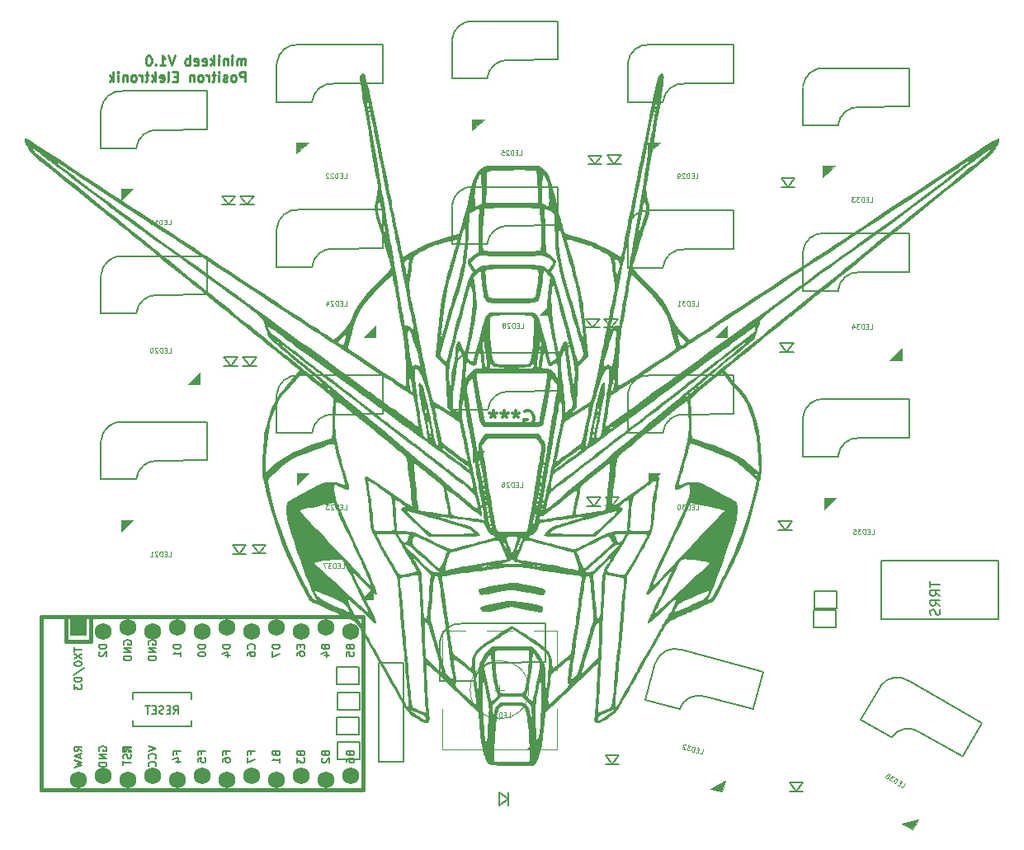
<source format=gbr>
G04 #@! TF.GenerationSoftware,KiCad,Pcbnew,7.0.1*
G04 #@! TF.CreationDate,2024-09-08T21:52:54+07:00*
G04 #@! TF.ProjectId,minikeeb,6d696e69-6b65-4656-922e-6b696361645f,rev?*
G04 #@! TF.SameCoordinates,Original*
G04 #@! TF.FileFunction,Legend,Bot*
G04 #@! TF.FilePolarity,Positive*
%FSLAX46Y46*%
G04 Gerber Fmt 4.6, Leading zero omitted, Abs format (unit mm)*
G04 Created by KiCad (PCBNEW 7.0.1) date 2024-09-08 21:52:54*
%MOMM*%
%LPD*%
G01*
G04 APERTURE LIST*
%ADD10C,0.250000*%
%ADD11C,0.150000*%
%ADD12C,0.100000*%
%ADD13C,0.300000*%
%ADD14C,0.120000*%
%ADD15C,0.050000*%
%ADD16C,0.381000*%
%ADD17C,1.752600*%
%ADD18R,1.752600X1.752600*%
G04 APERTURE END LIST*
D10*
X48821904Y-73687619D02*
X48821904Y-73020952D01*
X48821904Y-73116190D02*
X48774285Y-73068571D01*
X48774285Y-73068571D02*
X48679047Y-73020952D01*
X48679047Y-73020952D02*
X48536190Y-73020952D01*
X48536190Y-73020952D02*
X48440952Y-73068571D01*
X48440952Y-73068571D02*
X48393333Y-73163809D01*
X48393333Y-73163809D02*
X48393333Y-73687619D01*
X48393333Y-73163809D02*
X48345714Y-73068571D01*
X48345714Y-73068571D02*
X48250476Y-73020952D01*
X48250476Y-73020952D02*
X48107619Y-73020952D01*
X48107619Y-73020952D02*
X48012380Y-73068571D01*
X48012380Y-73068571D02*
X47964761Y-73163809D01*
X47964761Y-73163809D02*
X47964761Y-73687619D01*
X47488571Y-73687619D02*
X47488571Y-73020952D01*
X47488571Y-72687619D02*
X47536190Y-72735238D01*
X47536190Y-72735238D02*
X47488571Y-72782857D01*
X47488571Y-72782857D02*
X47440952Y-72735238D01*
X47440952Y-72735238D02*
X47488571Y-72687619D01*
X47488571Y-72687619D02*
X47488571Y-72782857D01*
X47012381Y-73020952D02*
X47012381Y-73687619D01*
X47012381Y-73116190D02*
X46964762Y-73068571D01*
X46964762Y-73068571D02*
X46869524Y-73020952D01*
X46869524Y-73020952D02*
X46726667Y-73020952D01*
X46726667Y-73020952D02*
X46631429Y-73068571D01*
X46631429Y-73068571D02*
X46583810Y-73163809D01*
X46583810Y-73163809D02*
X46583810Y-73687619D01*
X46107619Y-73687619D02*
X46107619Y-73020952D01*
X46107619Y-72687619D02*
X46155238Y-72735238D01*
X46155238Y-72735238D02*
X46107619Y-72782857D01*
X46107619Y-72782857D02*
X46060000Y-72735238D01*
X46060000Y-72735238D02*
X46107619Y-72687619D01*
X46107619Y-72687619D02*
X46107619Y-72782857D01*
X45631429Y-73687619D02*
X45631429Y-72687619D01*
X45536191Y-73306666D02*
X45250477Y-73687619D01*
X45250477Y-73020952D02*
X45631429Y-73401904D01*
X44440953Y-73640000D02*
X44536191Y-73687619D01*
X44536191Y-73687619D02*
X44726667Y-73687619D01*
X44726667Y-73687619D02*
X44821905Y-73640000D01*
X44821905Y-73640000D02*
X44869524Y-73544761D01*
X44869524Y-73544761D02*
X44869524Y-73163809D01*
X44869524Y-73163809D02*
X44821905Y-73068571D01*
X44821905Y-73068571D02*
X44726667Y-73020952D01*
X44726667Y-73020952D02*
X44536191Y-73020952D01*
X44536191Y-73020952D02*
X44440953Y-73068571D01*
X44440953Y-73068571D02*
X44393334Y-73163809D01*
X44393334Y-73163809D02*
X44393334Y-73259047D01*
X44393334Y-73259047D02*
X44869524Y-73354285D01*
X43583810Y-73640000D02*
X43679048Y-73687619D01*
X43679048Y-73687619D02*
X43869524Y-73687619D01*
X43869524Y-73687619D02*
X43964762Y-73640000D01*
X43964762Y-73640000D02*
X44012381Y-73544761D01*
X44012381Y-73544761D02*
X44012381Y-73163809D01*
X44012381Y-73163809D02*
X43964762Y-73068571D01*
X43964762Y-73068571D02*
X43869524Y-73020952D01*
X43869524Y-73020952D02*
X43679048Y-73020952D01*
X43679048Y-73020952D02*
X43583810Y-73068571D01*
X43583810Y-73068571D02*
X43536191Y-73163809D01*
X43536191Y-73163809D02*
X43536191Y-73259047D01*
X43536191Y-73259047D02*
X44012381Y-73354285D01*
X43107619Y-73687619D02*
X43107619Y-72687619D01*
X43107619Y-73068571D02*
X43012381Y-73020952D01*
X43012381Y-73020952D02*
X42821905Y-73020952D01*
X42821905Y-73020952D02*
X42726667Y-73068571D01*
X42726667Y-73068571D02*
X42679048Y-73116190D01*
X42679048Y-73116190D02*
X42631429Y-73211428D01*
X42631429Y-73211428D02*
X42631429Y-73497142D01*
X42631429Y-73497142D02*
X42679048Y-73592380D01*
X42679048Y-73592380D02*
X42726667Y-73640000D01*
X42726667Y-73640000D02*
X42821905Y-73687619D01*
X42821905Y-73687619D02*
X43012381Y-73687619D01*
X43012381Y-73687619D02*
X43107619Y-73640000D01*
X41583809Y-72687619D02*
X41250476Y-73687619D01*
X41250476Y-73687619D02*
X40917143Y-72687619D01*
X40060000Y-73687619D02*
X40631428Y-73687619D01*
X40345714Y-73687619D02*
X40345714Y-72687619D01*
X40345714Y-72687619D02*
X40440952Y-72830476D01*
X40440952Y-72830476D02*
X40536190Y-72925714D01*
X40536190Y-72925714D02*
X40631428Y-72973333D01*
X39631428Y-73592380D02*
X39583809Y-73640000D01*
X39583809Y-73640000D02*
X39631428Y-73687619D01*
X39631428Y-73687619D02*
X39679047Y-73640000D01*
X39679047Y-73640000D02*
X39631428Y-73592380D01*
X39631428Y-73592380D02*
X39631428Y-73687619D01*
X38964762Y-72687619D02*
X38869524Y-72687619D01*
X38869524Y-72687619D02*
X38774286Y-72735238D01*
X38774286Y-72735238D02*
X38726667Y-72782857D01*
X38726667Y-72782857D02*
X38679048Y-72878095D01*
X38679048Y-72878095D02*
X38631429Y-73068571D01*
X38631429Y-73068571D02*
X38631429Y-73306666D01*
X38631429Y-73306666D02*
X38679048Y-73497142D01*
X38679048Y-73497142D02*
X38726667Y-73592380D01*
X38726667Y-73592380D02*
X38774286Y-73640000D01*
X38774286Y-73640000D02*
X38869524Y-73687619D01*
X38869524Y-73687619D02*
X38964762Y-73687619D01*
X38964762Y-73687619D02*
X39060000Y-73640000D01*
X39060000Y-73640000D02*
X39107619Y-73592380D01*
X39107619Y-73592380D02*
X39155238Y-73497142D01*
X39155238Y-73497142D02*
X39202857Y-73306666D01*
X39202857Y-73306666D02*
X39202857Y-73068571D01*
X39202857Y-73068571D02*
X39155238Y-72878095D01*
X39155238Y-72878095D02*
X39107619Y-72782857D01*
X39107619Y-72782857D02*
X39060000Y-72735238D01*
X39060000Y-72735238D02*
X38964762Y-72687619D01*
X48821904Y-75357619D02*
X48821904Y-74357619D01*
X48821904Y-74357619D02*
X48440952Y-74357619D01*
X48440952Y-74357619D02*
X48345714Y-74405238D01*
X48345714Y-74405238D02*
X48298095Y-74452857D01*
X48298095Y-74452857D02*
X48250476Y-74548095D01*
X48250476Y-74548095D02*
X48250476Y-74690952D01*
X48250476Y-74690952D02*
X48298095Y-74786190D01*
X48298095Y-74786190D02*
X48345714Y-74833809D01*
X48345714Y-74833809D02*
X48440952Y-74881428D01*
X48440952Y-74881428D02*
X48821904Y-74881428D01*
X47679047Y-75357619D02*
X47774285Y-75310000D01*
X47774285Y-75310000D02*
X47821904Y-75262380D01*
X47821904Y-75262380D02*
X47869523Y-75167142D01*
X47869523Y-75167142D02*
X47869523Y-74881428D01*
X47869523Y-74881428D02*
X47821904Y-74786190D01*
X47821904Y-74786190D02*
X47774285Y-74738571D01*
X47774285Y-74738571D02*
X47679047Y-74690952D01*
X47679047Y-74690952D02*
X47536190Y-74690952D01*
X47536190Y-74690952D02*
X47440952Y-74738571D01*
X47440952Y-74738571D02*
X47393333Y-74786190D01*
X47393333Y-74786190D02*
X47345714Y-74881428D01*
X47345714Y-74881428D02*
X47345714Y-75167142D01*
X47345714Y-75167142D02*
X47393333Y-75262380D01*
X47393333Y-75262380D02*
X47440952Y-75310000D01*
X47440952Y-75310000D02*
X47536190Y-75357619D01*
X47536190Y-75357619D02*
X47679047Y-75357619D01*
X46964761Y-75310000D02*
X46869523Y-75357619D01*
X46869523Y-75357619D02*
X46679047Y-75357619D01*
X46679047Y-75357619D02*
X46583809Y-75310000D01*
X46583809Y-75310000D02*
X46536190Y-75214761D01*
X46536190Y-75214761D02*
X46536190Y-75167142D01*
X46536190Y-75167142D02*
X46583809Y-75071904D01*
X46583809Y-75071904D02*
X46679047Y-75024285D01*
X46679047Y-75024285D02*
X46821904Y-75024285D01*
X46821904Y-75024285D02*
X46917142Y-74976666D01*
X46917142Y-74976666D02*
X46964761Y-74881428D01*
X46964761Y-74881428D02*
X46964761Y-74833809D01*
X46964761Y-74833809D02*
X46917142Y-74738571D01*
X46917142Y-74738571D02*
X46821904Y-74690952D01*
X46821904Y-74690952D02*
X46679047Y-74690952D01*
X46679047Y-74690952D02*
X46583809Y-74738571D01*
X46107618Y-75357619D02*
X46107618Y-74690952D01*
X46107618Y-74357619D02*
X46155237Y-74405238D01*
X46155237Y-74405238D02*
X46107618Y-74452857D01*
X46107618Y-74452857D02*
X46059999Y-74405238D01*
X46059999Y-74405238D02*
X46107618Y-74357619D01*
X46107618Y-74357619D02*
X46107618Y-74452857D01*
X45774285Y-74690952D02*
X45393333Y-74690952D01*
X45631428Y-74357619D02*
X45631428Y-75214761D01*
X45631428Y-75214761D02*
X45583809Y-75310000D01*
X45583809Y-75310000D02*
X45488571Y-75357619D01*
X45488571Y-75357619D02*
X45393333Y-75357619D01*
X45059999Y-75357619D02*
X45059999Y-74690952D01*
X45059999Y-74881428D02*
X45012380Y-74786190D01*
X45012380Y-74786190D02*
X44964761Y-74738571D01*
X44964761Y-74738571D02*
X44869523Y-74690952D01*
X44869523Y-74690952D02*
X44774285Y-74690952D01*
X44298094Y-75357619D02*
X44393332Y-75310000D01*
X44393332Y-75310000D02*
X44440951Y-75262380D01*
X44440951Y-75262380D02*
X44488570Y-75167142D01*
X44488570Y-75167142D02*
X44488570Y-74881428D01*
X44488570Y-74881428D02*
X44440951Y-74786190D01*
X44440951Y-74786190D02*
X44393332Y-74738571D01*
X44393332Y-74738571D02*
X44298094Y-74690952D01*
X44298094Y-74690952D02*
X44155237Y-74690952D01*
X44155237Y-74690952D02*
X44059999Y-74738571D01*
X44059999Y-74738571D02*
X44012380Y-74786190D01*
X44012380Y-74786190D02*
X43964761Y-74881428D01*
X43964761Y-74881428D02*
X43964761Y-75167142D01*
X43964761Y-75167142D02*
X44012380Y-75262380D01*
X44012380Y-75262380D02*
X44059999Y-75310000D01*
X44059999Y-75310000D02*
X44155237Y-75357619D01*
X44155237Y-75357619D02*
X44298094Y-75357619D01*
X43536189Y-74690952D02*
X43536189Y-75357619D01*
X43536189Y-74786190D02*
X43488570Y-74738571D01*
X43488570Y-74738571D02*
X43393332Y-74690952D01*
X43393332Y-74690952D02*
X43250475Y-74690952D01*
X43250475Y-74690952D02*
X43155237Y-74738571D01*
X43155237Y-74738571D02*
X43107618Y-74833809D01*
X43107618Y-74833809D02*
X43107618Y-75357619D01*
X41869522Y-74833809D02*
X41536189Y-74833809D01*
X41393332Y-75357619D02*
X41869522Y-75357619D01*
X41869522Y-75357619D02*
X41869522Y-74357619D01*
X41869522Y-74357619D02*
X41393332Y-74357619D01*
X40821903Y-75357619D02*
X40917141Y-75310000D01*
X40917141Y-75310000D02*
X40964760Y-75214761D01*
X40964760Y-75214761D02*
X40964760Y-74357619D01*
X40059998Y-75310000D02*
X40155236Y-75357619D01*
X40155236Y-75357619D02*
X40345712Y-75357619D01*
X40345712Y-75357619D02*
X40440950Y-75310000D01*
X40440950Y-75310000D02*
X40488569Y-75214761D01*
X40488569Y-75214761D02*
X40488569Y-74833809D01*
X40488569Y-74833809D02*
X40440950Y-74738571D01*
X40440950Y-74738571D02*
X40345712Y-74690952D01*
X40345712Y-74690952D02*
X40155236Y-74690952D01*
X40155236Y-74690952D02*
X40059998Y-74738571D01*
X40059998Y-74738571D02*
X40012379Y-74833809D01*
X40012379Y-74833809D02*
X40012379Y-74929047D01*
X40012379Y-74929047D02*
X40488569Y-75024285D01*
X39583807Y-75357619D02*
X39583807Y-74357619D01*
X39488569Y-74976666D02*
X39202855Y-75357619D01*
X39202855Y-74690952D02*
X39583807Y-75071904D01*
X38917140Y-74690952D02*
X38536188Y-74690952D01*
X38774283Y-74357619D02*
X38774283Y-75214761D01*
X38774283Y-75214761D02*
X38726664Y-75310000D01*
X38726664Y-75310000D02*
X38631426Y-75357619D01*
X38631426Y-75357619D02*
X38536188Y-75357619D01*
X38202854Y-75357619D02*
X38202854Y-74690952D01*
X38202854Y-74881428D02*
X38155235Y-74786190D01*
X38155235Y-74786190D02*
X38107616Y-74738571D01*
X38107616Y-74738571D02*
X38012378Y-74690952D01*
X38012378Y-74690952D02*
X37917140Y-74690952D01*
X37440949Y-75357619D02*
X37536187Y-75310000D01*
X37536187Y-75310000D02*
X37583806Y-75262380D01*
X37583806Y-75262380D02*
X37631425Y-75167142D01*
X37631425Y-75167142D02*
X37631425Y-74881428D01*
X37631425Y-74881428D02*
X37583806Y-74786190D01*
X37583806Y-74786190D02*
X37536187Y-74738571D01*
X37536187Y-74738571D02*
X37440949Y-74690952D01*
X37440949Y-74690952D02*
X37298092Y-74690952D01*
X37298092Y-74690952D02*
X37202854Y-74738571D01*
X37202854Y-74738571D02*
X37155235Y-74786190D01*
X37155235Y-74786190D02*
X37107616Y-74881428D01*
X37107616Y-74881428D02*
X37107616Y-75167142D01*
X37107616Y-75167142D02*
X37155235Y-75262380D01*
X37155235Y-75262380D02*
X37202854Y-75310000D01*
X37202854Y-75310000D02*
X37298092Y-75357619D01*
X37298092Y-75357619D02*
X37440949Y-75357619D01*
X36679044Y-74690952D02*
X36679044Y-75357619D01*
X36679044Y-74786190D02*
X36631425Y-74738571D01*
X36631425Y-74738571D02*
X36536187Y-74690952D01*
X36536187Y-74690952D02*
X36393330Y-74690952D01*
X36393330Y-74690952D02*
X36298092Y-74738571D01*
X36298092Y-74738571D02*
X36250473Y-74833809D01*
X36250473Y-74833809D02*
X36250473Y-75357619D01*
X35774282Y-75357619D02*
X35774282Y-74690952D01*
X35774282Y-74357619D02*
X35821901Y-74405238D01*
X35821901Y-74405238D02*
X35774282Y-74452857D01*
X35774282Y-74452857D02*
X35726663Y-74405238D01*
X35726663Y-74405238D02*
X35774282Y-74357619D01*
X35774282Y-74357619D02*
X35774282Y-74452857D01*
X35298092Y-75357619D02*
X35298092Y-74357619D01*
X35202854Y-74976666D02*
X34917140Y-75357619D01*
X34917140Y-74690952D02*
X35298092Y-75071904D01*
D11*
X119119119Y-126702595D02*
X119119119Y-127274023D01*
X120119119Y-126988309D02*
X119119119Y-126988309D01*
X120119119Y-128178785D02*
X119642928Y-127845452D01*
X120119119Y-127607357D02*
X119119119Y-127607357D01*
X119119119Y-127607357D02*
X119119119Y-127988309D01*
X119119119Y-127988309D02*
X119166738Y-128083547D01*
X119166738Y-128083547D02*
X119214357Y-128131166D01*
X119214357Y-128131166D02*
X119309595Y-128178785D01*
X119309595Y-128178785D02*
X119452452Y-128178785D01*
X119452452Y-128178785D02*
X119547690Y-128131166D01*
X119547690Y-128131166D02*
X119595309Y-128083547D01*
X119595309Y-128083547D02*
X119642928Y-127988309D01*
X119642928Y-127988309D02*
X119642928Y-127607357D01*
X120119119Y-129178785D02*
X119642928Y-128845452D01*
X120119119Y-128607357D02*
X119119119Y-128607357D01*
X119119119Y-128607357D02*
X119119119Y-128988309D01*
X119119119Y-128988309D02*
X119166738Y-129083547D01*
X119166738Y-129083547D02*
X119214357Y-129131166D01*
X119214357Y-129131166D02*
X119309595Y-129178785D01*
X119309595Y-129178785D02*
X119452452Y-129178785D01*
X119452452Y-129178785D02*
X119547690Y-129131166D01*
X119547690Y-129131166D02*
X119595309Y-129083547D01*
X119595309Y-129083547D02*
X119642928Y-128988309D01*
X119642928Y-128988309D02*
X119642928Y-128607357D01*
X120071500Y-129559738D02*
X120119119Y-129702595D01*
X120119119Y-129702595D02*
X120119119Y-129940690D01*
X120119119Y-129940690D02*
X120071500Y-130035928D01*
X120071500Y-130035928D02*
X120023880Y-130083547D01*
X120023880Y-130083547D02*
X119928642Y-130131166D01*
X119928642Y-130131166D02*
X119833404Y-130131166D01*
X119833404Y-130131166D02*
X119738166Y-130083547D01*
X119738166Y-130083547D02*
X119690547Y-130035928D01*
X119690547Y-130035928D02*
X119642928Y-129940690D01*
X119642928Y-129940690D02*
X119595309Y-129750214D01*
X119595309Y-129750214D02*
X119547690Y-129654976D01*
X119547690Y-129654976D02*
X119500071Y-129607357D01*
X119500071Y-129607357D02*
X119404833Y-129559738D01*
X119404833Y-129559738D02*
X119309595Y-129559738D01*
X119309595Y-129559738D02*
X119214357Y-129607357D01*
X119214357Y-129607357D02*
X119166738Y-129654976D01*
X119166738Y-129654976D02*
X119119119Y-129750214D01*
X119119119Y-129750214D02*
X119119119Y-129988309D01*
X119119119Y-129988309D02*
X119166738Y-130131166D01*
X41481904Y-140270095D02*
X41748571Y-139889142D01*
X41939047Y-140270095D02*
X41939047Y-139470095D01*
X41939047Y-139470095D02*
X41634285Y-139470095D01*
X41634285Y-139470095D02*
X41558095Y-139508190D01*
X41558095Y-139508190D02*
X41520000Y-139546285D01*
X41520000Y-139546285D02*
X41481904Y-139622476D01*
X41481904Y-139622476D02*
X41481904Y-139736761D01*
X41481904Y-139736761D02*
X41520000Y-139812952D01*
X41520000Y-139812952D02*
X41558095Y-139851047D01*
X41558095Y-139851047D02*
X41634285Y-139889142D01*
X41634285Y-139889142D02*
X41939047Y-139889142D01*
X41139047Y-139851047D02*
X40872381Y-139851047D01*
X40758095Y-140270095D02*
X41139047Y-140270095D01*
X41139047Y-140270095D02*
X41139047Y-139470095D01*
X41139047Y-139470095D02*
X40758095Y-139470095D01*
X40453333Y-140232000D02*
X40339047Y-140270095D01*
X40339047Y-140270095D02*
X40148571Y-140270095D01*
X40148571Y-140270095D02*
X40072380Y-140232000D01*
X40072380Y-140232000D02*
X40034285Y-140193904D01*
X40034285Y-140193904D02*
X39996190Y-140117714D01*
X39996190Y-140117714D02*
X39996190Y-140041523D01*
X39996190Y-140041523D02*
X40034285Y-139965333D01*
X40034285Y-139965333D02*
X40072380Y-139927238D01*
X40072380Y-139927238D02*
X40148571Y-139889142D01*
X40148571Y-139889142D02*
X40300952Y-139851047D01*
X40300952Y-139851047D02*
X40377142Y-139812952D01*
X40377142Y-139812952D02*
X40415237Y-139774857D01*
X40415237Y-139774857D02*
X40453333Y-139698666D01*
X40453333Y-139698666D02*
X40453333Y-139622476D01*
X40453333Y-139622476D02*
X40415237Y-139546285D01*
X40415237Y-139546285D02*
X40377142Y-139508190D01*
X40377142Y-139508190D02*
X40300952Y-139470095D01*
X40300952Y-139470095D02*
X40110475Y-139470095D01*
X40110475Y-139470095D02*
X39996190Y-139508190D01*
X39653332Y-139851047D02*
X39386666Y-139851047D01*
X39272380Y-140270095D02*
X39653332Y-140270095D01*
X39653332Y-140270095D02*
X39653332Y-139470095D01*
X39653332Y-139470095D02*
X39272380Y-139470095D01*
X39043808Y-139470095D02*
X38586665Y-139470095D01*
X38815237Y-140270095D02*
X38815237Y-139470095D01*
D12*
X95031618Y-98357309D02*
X95269713Y-98357309D01*
X95269713Y-98357309D02*
X95269713Y-97857309D01*
X94864951Y-98095404D02*
X94698284Y-98095404D01*
X94626856Y-98357309D02*
X94864951Y-98357309D01*
X94864951Y-98357309D02*
X94864951Y-97857309D01*
X94864951Y-97857309D02*
X94626856Y-97857309D01*
X94412570Y-98357309D02*
X94412570Y-97857309D01*
X94412570Y-97857309D02*
X94293522Y-97857309D01*
X94293522Y-97857309D02*
X94222094Y-97881119D01*
X94222094Y-97881119D02*
X94174475Y-97928738D01*
X94174475Y-97928738D02*
X94150665Y-97976357D01*
X94150665Y-97976357D02*
X94126856Y-98071595D01*
X94126856Y-98071595D02*
X94126856Y-98143023D01*
X94126856Y-98143023D02*
X94150665Y-98238261D01*
X94150665Y-98238261D02*
X94174475Y-98285880D01*
X94174475Y-98285880D02*
X94222094Y-98333500D01*
X94222094Y-98333500D02*
X94293522Y-98357309D01*
X94293522Y-98357309D02*
X94412570Y-98357309D01*
X93960189Y-97857309D02*
X93650665Y-97857309D01*
X93650665Y-97857309D02*
X93817332Y-98047785D01*
X93817332Y-98047785D02*
X93745903Y-98047785D01*
X93745903Y-98047785D02*
X93698284Y-98071595D01*
X93698284Y-98071595D02*
X93674475Y-98095404D01*
X93674475Y-98095404D02*
X93650665Y-98143023D01*
X93650665Y-98143023D02*
X93650665Y-98262071D01*
X93650665Y-98262071D02*
X93674475Y-98309690D01*
X93674475Y-98309690D02*
X93698284Y-98333500D01*
X93698284Y-98333500D02*
X93745903Y-98357309D01*
X93745903Y-98357309D02*
X93888760Y-98357309D01*
X93888760Y-98357309D02*
X93936379Y-98333500D01*
X93936379Y-98333500D02*
X93960189Y-98309690D01*
X93174475Y-98357309D02*
X93460189Y-98357309D01*
X93317332Y-98357309D02*
X93317332Y-97857309D01*
X93317332Y-97857309D02*
X93364951Y-97928738D01*
X93364951Y-97928738D02*
X93412570Y-97976357D01*
X93412570Y-97976357D02*
X93460189Y-98000166D01*
X40917618Y-90041309D02*
X41155713Y-90041309D01*
X41155713Y-90041309D02*
X41155713Y-89541309D01*
X40750951Y-89779404D02*
X40584284Y-89779404D01*
X40512856Y-90041309D02*
X40750951Y-90041309D01*
X40750951Y-90041309D02*
X40750951Y-89541309D01*
X40750951Y-89541309D02*
X40512856Y-89541309D01*
X40298570Y-90041309D02*
X40298570Y-89541309D01*
X40298570Y-89541309D02*
X40179522Y-89541309D01*
X40179522Y-89541309D02*
X40108094Y-89565119D01*
X40108094Y-89565119D02*
X40060475Y-89612738D01*
X40060475Y-89612738D02*
X40036665Y-89660357D01*
X40036665Y-89660357D02*
X40012856Y-89755595D01*
X40012856Y-89755595D02*
X40012856Y-89827023D01*
X40012856Y-89827023D02*
X40036665Y-89922261D01*
X40036665Y-89922261D02*
X40060475Y-89969880D01*
X40060475Y-89969880D02*
X40108094Y-90017500D01*
X40108094Y-90017500D02*
X40179522Y-90041309D01*
X40179522Y-90041309D02*
X40298570Y-90041309D01*
X39536665Y-90041309D02*
X39822379Y-90041309D01*
X39679522Y-90041309D02*
X39679522Y-89541309D01*
X39679522Y-89541309D02*
X39727141Y-89612738D01*
X39727141Y-89612738D02*
X39774760Y-89660357D01*
X39774760Y-89660357D02*
X39822379Y-89684166D01*
X39298570Y-90041309D02*
X39203332Y-90041309D01*
X39203332Y-90041309D02*
X39155713Y-90017500D01*
X39155713Y-90017500D02*
X39131904Y-89993690D01*
X39131904Y-89993690D02*
X39084285Y-89922261D01*
X39084285Y-89922261D02*
X39060475Y-89827023D01*
X39060475Y-89827023D02*
X39060475Y-89636547D01*
X39060475Y-89636547D02*
X39084285Y-89588928D01*
X39084285Y-89588928D02*
X39108094Y-89565119D01*
X39108094Y-89565119D02*
X39155713Y-89541309D01*
X39155713Y-89541309D02*
X39250951Y-89541309D01*
X39250951Y-89541309D02*
X39298570Y-89565119D01*
X39298570Y-89565119D02*
X39322380Y-89588928D01*
X39322380Y-89588928D02*
X39346189Y-89636547D01*
X39346189Y-89636547D02*
X39346189Y-89755595D01*
X39346189Y-89755595D02*
X39322380Y-89803214D01*
X39322380Y-89803214D02*
X39298570Y-89827023D01*
X39298570Y-89827023D02*
X39250951Y-89850833D01*
X39250951Y-89850833D02*
X39155713Y-89850833D01*
X39155713Y-89850833D02*
X39108094Y-89827023D01*
X39108094Y-89827023D02*
X39084285Y-89803214D01*
X39084285Y-89803214D02*
X39060475Y-89755595D01*
X75767618Y-140621309D02*
X76005713Y-140621309D01*
X76005713Y-140621309D02*
X76005713Y-140121309D01*
X75600951Y-140359404D02*
X75434284Y-140359404D01*
X75362856Y-140621309D02*
X75600951Y-140621309D01*
X75600951Y-140621309D02*
X75600951Y-140121309D01*
X75600951Y-140121309D02*
X75362856Y-140121309D01*
X75148570Y-140621309D02*
X75148570Y-140121309D01*
X75148570Y-140121309D02*
X75029522Y-140121309D01*
X75029522Y-140121309D02*
X74958094Y-140145119D01*
X74958094Y-140145119D02*
X74910475Y-140192738D01*
X74910475Y-140192738D02*
X74886665Y-140240357D01*
X74886665Y-140240357D02*
X74862856Y-140335595D01*
X74862856Y-140335595D02*
X74862856Y-140407023D01*
X74862856Y-140407023D02*
X74886665Y-140502261D01*
X74886665Y-140502261D02*
X74910475Y-140549880D01*
X74910475Y-140549880D02*
X74958094Y-140597500D01*
X74958094Y-140597500D02*
X75029522Y-140621309D01*
X75029522Y-140621309D02*
X75148570Y-140621309D01*
X74672379Y-140168928D02*
X74648570Y-140145119D01*
X74648570Y-140145119D02*
X74600951Y-140121309D01*
X74600951Y-140121309D02*
X74481903Y-140121309D01*
X74481903Y-140121309D02*
X74434284Y-140145119D01*
X74434284Y-140145119D02*
X74410475Y-140168928D01*
X74410475Y-140168928D02*
X74386665Y-140216547D01*
X74386665Y-140216547D02*
X74386665Y-140264166D01*
X74386665Y-140264166D02*
X74410475Y-140335595D01*
X74410475Y-140335595D02*
X74696189Y-140621309D01*
X74696189Y-140621309D02*
X74386665Y-140621309D01*
X74219999Y-140121309D02*
X73886666Y-140121309D01*
X73886666Y-140121309D02*
X74100951Y-140621309D01*
X40929618Y-103183309D02*
X41167713Y-103183309D01*
X41167713Y-103183309D02*
X41167713Y-102683309D01*
X40762951Y-102921404D02*
X40596284Y-102921404D01*
X40524856Y-103183309D02*
X40762951Y-103183309D01*
X40762951Y-103183309D02*
X40762951Y-102683309D01*
X40762951Y-102683309D02*
X40524856Y-102683309D01*
X40310570Y-103183309D02*
X40310570Y-102683309D01*
X40310570Y-102683309D02*
X40191522Y-102683309D01*
X40191522Y-102683309D02*
X40120094Y-102707119D01*
X40120094Y-102707119D02*
X40072475Y-102754738D01*
X40072475Y-102754738D02*
X40048665Y-102802357D01*
X40048665Y-102802357D02*
X40024856Y-102897595D01*
X40024856Y-102897595D02*
X40024856Y-102969023D01*
X40024856Y-102969023D02*
X40048665Y-103064261D01*
X40048665Y-103064261D02*
X40072475Y-103111880D01*
X40072475Y-103111880D02*
X40120094Y-103159500D01*
X40120094Y-103159500D02*
X40191522Y-103183309D01*
X40191522Y-103183309D02*
X40310570Y-103183309D01*
X39834379Y-102730928D02*
X39810570Y-102707119D01*
X39810570Y-102707119D02*
X39762951Y-102683309D01*
X39762951Y-102683309D02*
X39643903Y-102683309D01*
X39643903Y-102683309D02*
X39596284Y-102707119D01*
X39596284Y-102707119D02*
X39572475Y-102730928D01*
X39572475Y-102730928D02*
X39548665Y-102778547D01*
X39548665Y-102778547D02*
X39548665Y-102826166D01*
X39548665Y-102826166D02*
X39572475Y-102897595D01*
X39572475Y-102897595D02*
X39858189Y-103183309D01*
X39858189Y-103183309D02*
X39548665Y-103183309D01*
X39239142Y-102683309D02*
X39191523Y-102683309D01*
X39191523Y-102683309D02*
X39143904Y-102707119D01*
X39143904Y-102707119D02*
X39120094Y-102730928D01*
X39120094Y-102730928D02*
X39096285Y-102778547D01*
X39096285Y-102778547D02*
X39072475Y-102873785D01*
X39072475Y-102873785D02*
X39072475Y-102992833D01*
X39072475Y-102992833D02*
X39096285Y-103088071D01*
X39096285Y-103088071D02*
X39120094Y-103135690D01*
X39120094Y-103135690D02*
X39143904Y-103159500D01*
X39143904Y-103159500D02*
X39191523Y-103183309D01*
X39191523Y-103183309D02*
X39239142Y-103183309D01*
X39239142Y-103183309D02*
X39286761Y-103159500D01*
X39286761Y-103159500D02*
X39310570Y-103135690D01*
X39310570Y-103135690D02*
X39334380Y-103088071D01*
X39334380Y-103088071D02*
X39358189Y-102992833D01*
X39358189Y-102992833D02*
X39358189Y-102873785D01*
X39358189Y-102873785D02*
X39334380Y-102778547D01*
X39334380Y-102778547D02*
X39310570Y-102730928D01*
X39310570Y-102730928D02*
X39286761Y-102707119D01*
X39286761Y-102707119D02*
X39239142Y-102683309D01*
X116100102Y-147750378D02*
X116306299Y-147869426D01*
X116306299Y-147869426D02*
X116556299Y-147436413D01*
X116086717Y-147440229D02*
X115942379Y-147356896D01*
X115749568Y-147547997D02*
X115955765Y-147667045D01*
X115955765Y-147667045D02*
X116205765Y-147234032D01*
X116205765Y-147234032D02*
X115999568Y-147114985D01*
X115563991Y-147440855D02*
X115813991Y-147007842D01*
X115813991Y-147007842D02*
X115710893Y-146948318D01*
X115710893Y-146948318D02*
X115637129Y-146933223D01*
X115637129Y-146933223D02*
X115572080Y-146950653D01*
X115572080Y-146950653D02*
X115527651Y-146979988D01*
X115527651Y-146979988D02*
X115459413Y-147050562D01*
X115459413Y-147050562D02*
X115423698Y-147112421D01*
X115423698Y-147112421D02*
X115396699Y-147206804D01*
X115396699Y-147206804D02*
X115393509Y-147259948D01*
X115393509Y-147259948D02*
X115410939Y-147324997D01*
X115410939Y-147324997D02*
X115460893Y-147381331D01*
X115460893Y-147381331D02*
X115563991Y-147440855D01*
X115422218Y-146781651D02*
X115154162Y-146626890D01*
X115154162Y-146626890D02*
X115203262Y-146875180D01*
X115203262Y-146875180D02*
X115141403Y-146839466D01*
X115141403Y-146839466D02*
X115088259Y-146836276D01*
X115088259Y-146836276D02*
X115055734Y-146844991D01*
X115055734Y-146844991D02*
X115011305Y-146874325D01*
X115011305Y-146874325D02*
X114951781Y-146977424D01*
X114951781Y-146977424D02*
X114948592Y-147030568D01*
X114948592Y-147030568D02*
X114957306Y-147063092D01*
X114957306Y-147063092D02*
X114986641Y-147107521D01*
X114986641Y-147107521D02*
X115110359Y-147178950D01*
X115110359Y-147178950D02*
X115163503Y-147182140D01*
X115163503Y-147182140D02*
X115196027Y-147173425D01*
X114783009Y-146412604D02*
X114865488Y-146460223D01*
X114865488Y-146460223D02*
X114894822Y-146504652D01*
X114894822Y-146504652D02*
X114903537Y-146537177D01*
X114903537Y-146537177D02*
X114909062Y-146622845D01*
X114909062Y-146622845D02*
X114882063Y-146717229D01*
X114882063Y-146717229D02*
X114786825Y-146882186D01*
X114786825Y-146882186D02*
X114742395Y-146911520D01*
X114742395Y-146911520D02*
X114709871Y-146920235D01*
X114709871Y-146920235D02*
X114656727Y-146917045D01*
X114656727Y-146917045D02*
X114574248Y-146869426D01*
X114574248Y-146869426D02*
X114544914Y-146824997D01*
X114544914Y-146824997D02*
X114536199Y-146792473D01*
X114536199Y-146792473D02*
X114539389Y-146739329D01*
X114539389Y-146739329D02*
X114598913Y-146636230D01*
X114598913Y-146636230D02*
X114643342Y-146606896D01*
X114643342Y-146606896D02*
X114675866Y-146598181D01*
X114675866Y-146598181D02*
X114729010Y-146601371D01*
X114729010Y-146601371D02*
X114811489Y-146648990D01*
X114811489Y-146648990D02*
X114840823Y-146693419D01*
X114840823Y-146693419D02*
X114849538Y-146725943D01*
X114849538Y-146725943D02*
X114846348Y-146779088D01*
X113065618Y-121815309D02*
X113303713Y-121815309D01*
X113303713Y-121815309D02*
X113303713Y-121315309D01*
X112898951Y-121553404D02*
X112732284Y-121553404D01*
X112660856Y-121815309D02*
X112898951Y-121815309D01*
X112898951Y-121815309D02*
X112898951Y-121315309D01*
X112898951Y-121315309D02*
X112660856Y-121315309D01*
X112446570Y-121815309D02*
X112446570Y-121315309D01*
X112446570Y-121315309D02*
X112327522Y-121315309D01*
X112327522Y-121315309D02*
X112256094Y-121339119D01*
X112256094Y-121339119D02*
X112208475Y-121386738D01*
X112208475Y-121386738D02*
X112184665Y-121434357D01*
X112184665Y-121434357D02*
X112160856Y-121529595D01*
X112160856Y-121529595D02*
X112160856Y-121601023D01*
X112160856Y-121601023D02*
X112184665Y-121696261D01*
X112184665Y-121696261D02*
X112208475Y-121743880D01*
X112208475Y-121743880D02*
X112256094Y-121791500D01*
X112256094Y-121791500D02*
X112327522Y-121815309D01*
X112327522Y-121815309D02*
X112446570Y-121815309D01*
X111994189Y-121315309D02*
X111684665Y-121315309D01*
X111684665Y-121315309D02*
X111851332Y-121505785D01*
X111851332Y-121505785D02*
X111779903Y-121505785D01*
X111779903Y-121505785D02*
X111732284Y-121529595D01*
X111732284Y-121529595D02*
X111708475Y-121553404D01*
X111708475Y-121553404D02*
X111684665Y-121601023D01*
X111684665Y-121601023D02*
X111684665Y-121720071D01*
X111684665Y-121720071D02*
X111708475Y-121767690D01*
X111708475Y-121767690D02*
X111732284Y-121791500D01*
X111732284Y-121791500D02*
X111779903Y-121815309D01*
X111779903Y-121815309D02*
X111922760Y-121815309D01*
X111922760Y-121815309D02*
X111970379Y-121791500D01*
X111970379Y-121791500D02*
X111994189Y-121767690D01*
X111232285Y-121315309D02*
X111470380Y-121315309D01*
X111470380Y-121315309D02*
X111494189Y-121553404D01*
X111494189Y-121553404D02*
X111470380Y-121529595D01*
X111470380Y-121529595D02*
X111422761Y-121505785D01*
X111422761Y-121505785D02*
X111303713Y-121505785D01*
X111303713Y-121505785D02*
X111256094Y-121529595D01*
X111256094Y-121529595D02*
X111232285Y-121553404D01*
X111232285Y-121553404D02*
X111208475Y-121601023D01*
X111208475Y-121601023D02*
X111208475Y-121720071D01*
X111208475Y-121720071D02*
X111232285Y-121767690D01*
X111232285Y-121767690D02*
X111256094Y-121791500D01*
X111256094Y-121791500D02*
X111303713Y-121815309D01*
X111303713Y-121815309D02*
X111422761Y-121815309D01*
X111422761Y-121815309D02*
X111470380Y-121791500D01*
X111470380Y-121791500D02*
X111494189Y-121767690D01*
X58715618Y-125343309D02*
X58953713Y-125343309D01*
X58953713Y-125343309D02*
X58953713Y-124843309D01*
X58548951Y-125081404D02*
X58382284Y-125081404D01*
X58310856Y-125343309D02*
X58548951Y-125343309D01*
X58548951Y-125343309D02*
X58548951Y-124843309D01*
X58548951Y-124843309D02*
X58310856Y-124843309D01*
X58096570Y-125343309D02*
X58096570Y-124843309D01*
X58096570Y-124843309D02*
X57977522Y-124843309D01*
X57977522Y-124843309D02*
X57906094Y-124867119D01*
X57906094Y-124867119D02*
X57858475Y-124914738D01*
X57858475Y-124914738D02*
X57834665Y-124962357D01*
X57834665Y-124962357D02*
X57810856Y-125057595D01*
X57810856Y-125057595D02*
X57810856Y-125129023D01*
X57810856Y-125129023D02*
X57834665Y-125224261D01*
X57834665Y-125224261D02*
X57858475Y-125271880D01*
X57858475Y-125271880D02*
X57906094Y-125319500D01*
X57906094Y-125319500D02*
X57977522Y-125343309D01*
X57977522Y-125343309D02*
X58096570Y-125343309D01*
X57644189Y-124843309D02*
X57334665Y-124843309D01*
X57334665Y-124843309D02*
X57501332Y-125033785D01*
X57501332Y-125033785D02*
X57429903Y-125033785D01*
X57429903Y-125033785D02*
X57382284Y-125057595D01*
X57382284Y-125057595D02*
X57358475Y-125081404D01*
X57358475Y-125081404D02*
X57334665Y-125129023D01*
X57334665Y-125129023D02*
X57334665Y-125248071D01*
X57334665Y-125248071D02*
X57358475Y-125295690D01*
X57358475Y-125295690D02*
X57382284Y-125319500D01*
X57382284Y-125319500D02*
X57429903Y-125343309D01*
X57429903Y-125343309D02*
X57572760Y-125343309D01*
X57572760Y-125343309D02*
X57620379Y-125319500D01*
X57620379Y-125319500D02*
X57644189Y-125295690D01*
X57167999Y-124843309D02*
X56834666Y-124843309D01*
X56834666Y-124843309D02*
X57048951Y-125343309D01*
X77083618Y-100649309D02*
X77321713Y-100649309D01*
X77321713Y-100649309D02*
X77321713Y-100149309D01*
X76916951Y-100387404D02*
X76750284Y-100387404D01*
X76678856Y-100649309D02*
X76916951Y-100649309D01*
X76916951Y-100649309D02*
X76916951Y-100149309D01*
X76916951Y-100149309D02*
X76678856Y-100149309D01*
X76464570Y-100649309D02*
X76464570Y-100149309D01*
X76464570Y-100149309D02*
X76345522Y-100149309D01*
X76345522Y-100149309D02*
X76274094Y-100173119D01*
X76274094Y-100173119D02*
X76226475Y-100220738D01*
X76226475Y-100220738D02*
X76202665Y-100268357D01*
X76202665Y-100268357D02*
X76178856Y-100363595D01*
X76178856Y-100363595D02*
X76178856Y-100435023D01*
X76178856Y-100435023D02*
X76202665Y-100530261D01*
X76202665Y-100530261D02*
X76226475Y-100577880D01*
X76226475Y-100577880D02*
X76274094Y-100625500D01*
X76274094Y-100625500D02*
X76345522Y-100649309D01*
X76345522Y-100649309D02*
X76464570Y-100649309D01*
X75988379Y-100196928D02*
X75964570Y-100173119D01*
X75964570Y-100173119D02*
X75916951Y-100149309D01*
X75916951Y-100149309D02*
X75797903Y-100149309D01*
X75797903Y-100149309D02*
X75750284Y-100173119D01*
X75750284Y-100173119D02*
X75726475Y-100196928D01*
X75726475Y-100196928D02*
X75702665Y-100244547D01*
X75702665Y-100244547D02*
X75702665Y-100292166D01*
X75702665Y-100292166D02*
X75726475Y-100363595D01*
X75726475Y-100363595D02*
X76012189Y-100649309D01*
X76012189Y-100649309D02*
X75702665Y-100649309D01*
X75416951Y-100363595D02*
X75464570Y-100339785D01*
X75464570Y-100339785D02*
X75488380Y-100315976D01*
X75488380Y-100315976D02*
X75512189Y-100268357D01*
X75512189Y-100268357D02*
X75512189Y-100244547D01*
X75512189Y-100244547D02*
X75488380Y-100196928D01*
X75488380Y-100196928D02*
X75464570Y-100173119D01*
X75464570Y-100173119D02*
X75416951Y-100149309D01*
X75416951Y-100149309D02*
X75321713Y-100149309D01*
X75321713Y-100149309D02*
X75274094Y-100173119D01*
X75274094Y-100173119D02*
X75250285Y-100196928D01*
X75250285Y-100196928D02*
X75226475Y-100244547D01*
X75226475Y-100244547D02*
X75226475Y-100268357D01*
X75226475Y-100268357D02*
X75250285Y-100315976D01*
X75250285Y-100315976D02*
X75274094Y-100339785D01*
X75274094Y-100339785D02*
X75321713Y-100363595D01*
X75321713Y-100363595D02*
X75416951Y-100363595D01*
X75416951Y-100363595D02*
X75464570Y-100387404D01*
X75464570Y-100387404D02*
X75488380Y-100411214D01*
X75488380Y-100411214D02*
X75512189Y-100458833D01*
X75512189Y-100458833D02*
X75512189Y-100554071D01*
X75512189Y-100554071D02*
X75488380Y-100601690D01*
X75488380Y-100601690D02*
X75464570Y-100625500D01*
X75464570Y-100625500D02*
X75416951Y-100649309D01*
X75416951Y-100649309D02*
X75321713Y-100649309D01*
X75321713Y-100649309D02*
X75274094Y-100625500D01*
X75274094Y-100625500D02*
X75250285Y-100601690D01*
X75250285Y-100601690D02*
X75226475Y-100554071D01*
X75226475Y-100554071D02*
X75226475Y-100458833D01*
X75226475Y-100458833D02*
X75250285Y-100411214D01*
X75250285Y-100411214D02*
X75274094Y-100387404D01*
X75274094Y-100387404D02*
X75321713Y-100363595D01*
X95031618Y-119275309D02*
X95269713Y-119275309D01*
X95269713Y-119275309D02*
X95269713Y-118775309D01*
X94864951Y-119013404D02*
X94698284Y-119013404D01*
X94626856Y-119275309D02*
X94864951Y-119275309D01*
X94864951Y-119275309D02*
X94864951Y-118775309D01*
X94864951Y-118775309D02*
X94626856Y-118775309D01*
X94412570Y-119275309D02*
X94412570Y-118775309D01*
X94412570Y-118775309D02*
X94293522Y-118775309D01*
X94293522Y-118775309D02*
X94222094Y-118799119D01*
X94222094Y-118799119D02*
X94174475Y-118846738D01*
X94174475Y-118846738D02*
X94150665Y-118894357D01*
X94150665Y-118894357D02*
X94126856Y-118989595D01*
X94126856Y-118989595D02*
X94126856Y-119061023D01*
X94126856Y-119061023D02*
X94150665Y-119156261D01*
X94150665Y-119156261D02*
X94174475Y-119203880D01*
X94174475Y-119203880D02*
X94222094Y-119251500D01*
X94222094Y-119251500D02*
X94293522Y-119275309D01*
X94293522Y-119275309D02*
X94412570Y-119275309D01*
X93960189Y-118775309D02*
X93650665Y-118775309D01*
X93650665Y-118775309D02*
X93817332Y-118965785D01*
X93817332Y-118965785D02*
X93745903Y-118965785D01*
X93745903Y-118965785D02*
X93698284Y-118989595D01*
X93698284Y-118989595D02*
X93674475Y-119013404D01*
X93674475Y-119013404D02*
X93650665Y-119061023D01*
X93650665Y-119061023D02*
X93650665Y-119180071D01*
X93650665Y-119180071D02*
X93674475Y-119227690D01*
X93674475Y-119227690D02*
X93698284Y-119251500D01*
X93698284Y-119251500D02*
X93745903Y-119275309D01*
X93745903Y-119275309D02*
X93888760Y-119275309D01*
X93888760Y-119275309D02*
X93936379Y-119251500D01*
X93936379Y-119251500D02*
X93960189Y-119227690D01*
X93341142Y-118775309D02*
X93293523Y-118775309D01*
X93293523Y-118775309D02*
X93245904Y-118799119D01*
X93245904Y-118799119D02*
X93222094Y-118822928D01*
X93222094Y-118822928D02*
X93198285Y-118870547D01*
X93198285Y-118870547D02*
X93174475Y-118965785D01*
X93174475Y-118965785D02*
X93174475Y-119084833D01*
X93174475Y-119084833D02*
X93198285Y-119180071D01*
X93198285Y-119180071D02*
X93222094Y-119227690D01*
X93222094Y-119227690D02*
X93245904Y-119251500D01*
X93245904Y-119251500D02*
X93293523Y-119275309D01*
X93293523Y-119275309D02*
X93341142Y-119275309D01*
X93341142Y-119275309D02*
X93388761Y-119251500D01*
X93388761Y-119251500D02*
X93412570Y-119227690D01*
X93412570Y-119227690D02*
X93436380Y-119180071D01*
X93436380Y-119180071D02*
X93460189Y-119084833D01*
X93460189Y-119084833D02*
X93460189Y-118965785D01*
X93460189Y-118965785D02*
X93436380Y-118870547D01*
X93436380Y-118870547D02*
X93412570Y-118822928D01*
X93412570Y-118822928D02*
X93388761Y-118799119D01*
X93388761Y-118799119D02*
X93341142Y-118775309D01*
D11*
X33848190Y-144071476D02*
X33810095Y-143995286D01*
X33810095Y-143995286D02*
X33810095Y-143881000D01*
X33810095Y-143881000D02*
X33848190Y-143766714D01*
X33848190Y-143766714D02*
X33924380Y-143690524D01*
X33924380Y-143690524D02*
X34000571Y-143652429D01*
X34000571Y-143652429D02*
X34152952Y-143614333D01*
X34152952Y-143614333D02*
X34267238Y-143614333D01*
X34267238Y-143614333D02*
X34419619Y-143652429D01*
X34419619Y-143652429D02*
X34495809Y-143690524D01*
X34495809Y-143690524D02*
X34572000Y-143766714D01*
X34572000Y-143766714D02*
X34610095Y-143881000D01*
X34610095Y-143881000D02*
X34610095Y-143957191D01*
X34610095Y-143957191D02*
X34572000Y-144071476D01*
X34572000Y-144071476D02*
X34533904Y-144109572D01*
X34533904Y-144109572D02*
X34267238Y-144109572D01*
X34267238Y-144109572D02*
X34267238Y-143957191D01*
X34610095Y-144452429D02*
X33810095Y-144452429D01*
X33810095Y-144452429D02*
X34610095Y-144909572D01*
X34610095Y-144909572D02*
X33810095Y-144909572D01*
X34610095Y-145290524D02*
X33810095Y-145290524D01*
X33810095Y-145290524D02*
X33810095Y-145481000D01*
X33810095Y-145481000D02*
X33848190Y-145595286D01*
X33848190Y-145595286D02*
X33924380Y-145671476D01*
X33924380Y-145671476D02*
X34000571Y-145709571D01*
X34000571Y-145709571D02*
X34152952Y-145747667D01*
X34152952Y-145747667D02*
X34267238Y-145747667D01*
X34267238Y-145747667D02*
X34419619Y-145709571D01*
X34419619Y-145709571D02*
X34495809Y-145671476D01*
X34495809Y-145671476D02*
X34572000Y-145595286D01*
X34572000Y-145595286D02*
X34610095Y-145481000D01*
X34610095Y-145481000D02*
X34610095Y-145290524D01*
X49431047Y-144414333D02*
X49431047Y-144147667D01*
X49850095Y-144147667D02*
X49050095Y-144147667D01*
X49050095Y-144147667D02*
X49050095Y-144528619D01*
X49050095Y-144757190D02*
X49050095Y-145290524D01*
X49050095Y-145290524D02*
X49850095Y-144947666D01*
X59591047Y-144357190D02*
X59629142Y-144471476D01*
X59629142Y-144471476D02*
X59667238Y-144509571D01*
X59667238Y-144509571D02*
X59743428Y-144547667D01*
X59743428Y-144547667D02*
X59857714Y-144547667D01*
X59857714Y-144547667D02*
X59933904Y-144509571D01*
X59933904Y-144509571D02*
X59972000Y-144471476D01*
X59972000Y-144471476D02*
X60010095Y-144395286D01*
X60010095Y-144395286D02*
X60010095Y-144090524D01*
X60010095Y-144090524D02*
X59210095Y-144090524D01*
X59210095Y-144090524D02*
X59210095Y-144357190D01*
X59210095Y-144357190D02*
X59248190Y-144433381D01*
X59248190Y-144433381D02*
X59286285Y-144471476D01*
X59286285Y-144471476D02*
X59362476Y-144509571D01*
X59362476Y-144509571D02*
X59438666Y-144509571D01*
X59438666Y-144509571D02*
X59514857Y-144471476D01*
X59514857Y-144471476D02*
X59552952Y-144433381D01*
X59552952Y-144433381D02*
X59591047Y-144357190D01*
X59591047Y-144357190D02*
X59591047Y-144090524D01*
X59210095Y-145233381D02*
X59210095Y-145081000D01*
X59210095Y-145081000D02*
X59248190Y-145004809D01*
X59248190Y-145004809D02*
X59286285Y-144966714D01*
X59286285Y-144966714D02*
X59400571Y-144890524D01*
X59400571Y-144890524D02*
X59552952Y-144852428D01*
X59552952Y-144852428D02*
X59857714Y-144852428D01*
X59857714Y-144852428D02*
X59933904Y-144890524D01*
X59933904Y-144890524D02*
X59972000Y-144928619D01*
X59972000Y-144928619D02*
X60010095Y-145004809D01*
X60010095Y-145004809D02*
X60010095Y-145157190D01*
X60010095Y-145157190D02*
X59972000Y-145233381D01*
X59972000Y-145233381D02*
X59933904Y-145271476D01*
X59933904Y-145271476D02*
X59857714Y-145309571D01*
X59857714Y-145309571D02*
X59667238Y-145309571D01*
X59667238Y-145309571D02*
X59591047Y-145271476D01*
X59591047Y-145271476D02*
X59552952Y-145233381D01*
X59552952Y-145233381D02*
X59514857Y-145157190D01*
X59514857Y-145157190D02*
X59514857Y-145004809D01*
X59514857Y-145004809D02*
X59552952Y-144928619D01*
X59552952Y-144928619D02*
X59591047Y-144890524D01*
X59591047Y-144890524D02*
X59667238Y-144852428D01*
X52390095Y-133168524D02*
X51590095Y-133168524D01*
X51590095Y-133168524D02*
X51590095Y-133359000D01*
X51590095Y-133359000D02*
X51628190Y-133473286D01*
X51628190Y-133473286D02*
X51704380Y-133549476D01*
X51704380Y-133549476D02*
X51780571Y-133587571D01*
X51780571Y-133587571D02*
X51932952Y-133625667D01*
X51932952Y-133625667D02*
X52047238Y-133625667D01*
X52047238Y-133625667D02*
X52199619Y-133587571D01*
X52199619Y-133587571D02*
X52275809Y-133549476D01*
X52275809Y-133549476D02*
X52352000Y-133473286D01*
X52352000Y-133473286D02*
X52390095Y-133359000D01*
X52390095Y-133359000D02*
X52390095Y-133168524D01*
X51590095Y-133892333D02*
X51590095Y-134425667D01*
X51590095Y-134425667D02*
X52390095Y-134082809D01*
X41811047Y-144414333D02*
X41811047Y-144147667D01*
X42230095Y-144147667D02*
X41430095Y-144147667D01*
X41430095Y-144147667D02*
X41430095Y-144528619D01*
X41696761Y-145176238D02*
X42230095Y-145176238D01*
X41392000Y-144985762D02*
X41963428Y-144795285D01*
X41963428Y-144795285D02*
X41963428Y-145290524D01*
X36388190Y-133149476D02*
X36350095Y-133073286D01*
X36350095Y-133073286D02*
X36350095Y-132959000D01*
X36350095Y-132959000D02*
X36388190Y-132844714D01*
X36388190Y-132844714D02*
X36464380Y-132768524D01*
X36464380Y-132768524D02*
X36540571Y-132730429D01*
X36540571Y-132730429D02*
X36692952Y-132692333D01*
X36692952Y-132692333D02*
X36807238Y-132692333D01*
X36807238Y-132692333D02*
X36959619Y-132730429D01*
X36959619Y-132730429D02*
X37035809Y-132768524D01*
X37035809Y-132768524D02*
X37112000Y-132844714D01*
X37112000Y-132844714D02*
X37150095Y-132959000D01*
X37150095Y-132959000D02*
X37150095Y-133035191D01*
X37150095Y-133035191D02*
X37112000Y-133149476D01*
X37112000Y-133149476D02*
X37073904Y-133187572D01*
X37073904Y-133187572D02*
X36807238Y-133187572D01*
X36807238Y-133187572D02*
X36807238Y-133035191D01*
X37150095Y-133530429D02*
X36350095Y-133530429D01*
X36350095Y-133530429D02*
X37150095Y-133987572D01*
X37150095Y-133987572D02*
X36350095Y-133987572D01*
X37150095Y-134368524D02*
X36350095Y-134368524D01*
X36350095Y-134368524D02*
X36350095Y-134559000D01*
X36350095Y-134559000D02*
X36388190Y-134673286D01*
X36388190Y-134673286D02*
X36464380Y-134749476D01*
X36464380Y-134749476D02*
X36540571Y-134787571D01*
X36540571Y-134787571D02*
X36692952Y-134825667D01*
X36692952Y-134825667D02*
X36807238Y-134825667D01*
X36807238Y-134825667D02*
X36959619Y-134787571D01*
X36959619Y-134787571D02*
X37035809Y-134749476D01*
X37035809Y-134749476D02*
X37112000Y-134673286D01*
X37112000Y-134673286D02*
X37150095Y-134559000D01*
X37150095Y-134559000D02*
X37150095Y-134368524D01*
X34610095Y-133168524D02*
X33810095Y-133168524D01*
X33810095Y-133168524D02*
X33810095Y-133359000D01*
X33810095Y-133359000D02*
X33848190Y-133473286D01*
X33848190Y-133473286D02*
X33924380Y-133549476D01*
X33924380Y-133549476D02*
X34000571Y-133587571D01*
X34000571Y-133587571D02*
X34152952Y-133625667D01*
X34152952Y-133625667D02*
X34267238Y-133625667D01*
X34267238Y-133625667D02*
X34419619Y-133587571D01*
X34419619Y-133587571D02*
X34495809Y-133549476D01*
X34495809Y-133549476D02*
X34572000Y-133473286D01*
X34572000Y-133473286D02*
X34610095Y-133359000D01*
X34610095Y-133359000D02*
X34610095Y-133168524D01*
X33886285Y-133930428D02*
X33848190Y-133968524D01*
X33848190Y-133968524D02*
X33810095Y-134044714D01*
X33810095Y-134044714D02*
X33810095Y-134235190D01*
X33810095Y-134235190D02*
X33848190Y-134311381D01*
X33848190Y-134311381D02*
X33886285Y-134349476D01*
X33886285Y-134349476D02*
X33962476Y-134387571D01*
X33962476Y-134387571D02*
X34038666Y-134387571D01*
X34038666Y-134387571D02*
X34152952Y-134349476D01*
X34152952Y-134349476D02*
X34610095Y-133892333D01*
X34610095Y-133892333D02*
X34610095Y-134387571D01*
X51971047Y-144357190D02*
X52009142Y-144471476D01*
X52009142Y-144471476D02*
X52047238Y-144509571D01*
X52047238Y-144509571D02*
X52123428Y-144547667D01*
X52123428Y-144547667D02*
X52237714Y-144547667D01*
X52237714Y-144547667D02*
X52313904Y-144509571D01*
X52313904Y-144509571D02*
X52352000Y-144471476D01*
X52352000Y-144471476D02*
X52390095Y-144395286D01*
X52390095Y-144395286D02*
X52390095Y-144090524D01*
X52390095Y-144090524D02*
X51590095Y-144090524D01*
X51590095Y-144090524D02*
X51590095Y-144357190D01*
X51590095Y-144357190D02*
X51628190Y-144433381D01*
X51628190Y-144433381D02*
X51666285Y-144471476D01*
X51666285Y-144471476D02*
X51742476Y-144509571D01*
X51742476Y-144509571D02*
X51818666Y-144509571D01*
X51818666Y-144509571D02*
X51894857Y-144471476D01*
X51894857Y-144471476D02*
X51932952Y-144433381D01*
X51932952Y-144433381D02*
X51971047Y-144357190D01*
X51971047Y-144357190D02*
X51971047Y-144090524D01*
X52390095Y-145309571D02*
X52390095Y-144852428D01*
X52390095Y-145081000D02*
X51590095Y-145081000D01*
X51590095Y-145081000D02*
X51704380Y-145004809D01*
X51704380Y-145004809D02*
X51780571Y-144928619D01*
X51780571Y-144928619D02*
X51818666Y-144852428D01*
X54511047Y-133206619D02*
X54511047Y-133473285D01*
X54930095Y-133587571D02*
X54930095Y-133206619D01*
X54930095Y-133206619D02*
X54130095Y-133206619D01*
X54130095Y-133206619D02*
X54130095Y-133587571D01*
X54130095Y-134273286D02*
X54130095Y-134120905D01*
X54130095Y-134120905D02*
X54168190Y-134044714D01*
X54168190Y-134044714D02*
X54206285Y-134006619D01*
X54206285Y-134006619D02*
X54320571Y-133930429D01*
X54320571Y-133930429D02*
X54472952Y-133892333D01*
X54472952Y-133892333D02*
X54777714Y-133892333D01*
X54777714Y-133892333D02*
X54853904Y-133930429D01*
X54853904Y-133930429D02*
X54892000Y-133968524D01*
X54892000Y-133968524D02*
X54930095Y-134044714D01*
X54930095Y-134044714D02*
X54930095Y-134197095D01*
X54930095Y-134197095D02*
X54892000Y-134273286D01*
X54892000Y-134273286D02*
X54853904Y-134311381D01*
X54853904Y-134311381D02*
X54777714Y-134349476D01*
X54777714Y-134349476D02*
X54587238Y-134349476D01*
X54587238Y-134349476D02*
X54511047Y-134311381D01*
X54511047Y-134311381D02*
X54472952Y-134273286D01*
X54472952Y-134273286D02*
X54434857Y-134197095D01*
X54434857Y-134197095D02*
X54434857Y-134044714D01*
X54434857Y-134044714D02*
X54472952Y-133968524D01*
X54472952Y-133968524D02*
X54511047Y-133930429D01*
X54511047Y-133930429D02*
X54587238Y-133892333D01*
X31270095Y-133457651D02*
X31270095Y-133914794D01*
X32070095Y-133686222D02*
X31270095Y-133686222D01*
X31270095Y-134105270D02*
X32070095Y-134638604D01*
X31270095Y-134638604D02*
X32070095Y-134105270D01*
X31270095Y-135095747D02*
X31270095Y-135171937D01*
X31270095Y-135171937D02*
X31308190Y-135248128D01*
X31308190Y-135248128D02*
X31346285Y-135286223D01*
X31346285Y-135286223D02*
X31422476Y-135324318D01*
X31422476Y-135324318D02*
X31574857Y-135362413D01*
X31574857Y-135362413D02*
X31765333Y-135362413D01*
X31765333Y-135362413D02*
X31917714Y-135324318D01*
X31917714Y-135324318D02*
X31993904Y-135286223D01*
X31993904Y-135286223D02*
X32032000Y-135248128D01*
X32032000Y-135248128D02*
X32070095Y-135171937D01*
X32070095Y-135171937D02*
X32070095Y-135095747D01*
X32070095Y-135095747D02*
X32032000Y-135019556D01*
X32032000Y-135019556D02*
X31993904Y-134981461D01*
X31993904Y-134981461D02*
X31917714Y-134943366D01*
X31917714Y-134943366D02*
X31765333Y-134905270D01*
X31765333Y-134905270D02*
X31574857Y-134905270D01*
X31574857Y-134905270D02*
X31422476Y-134943366D01*
X31422476Y-134943366D02*
X31346285Y-134981461D01*
X31346285Y-134981461D02*
X31308190Y-135019556D01*
X31308190Y-135019556D02*
X31270095Y-135095747D01*
X31232000Y-136276699D02*
X32260571Y-135590985D01*
X32070095Y-136543366D02*
X31270095Y-136543366D01*
X31270095Y-136543366D02*
X31270095Y-136733842D01*
X31270095Y-136733842D02*
X31308190Y-136848128D01*
X31308190Y-136848128D02*
X31384380Y-136924318D01*
X31384380Y-136924318D02*
X31460571Y-136962413D01*
X31460571Y-136962413D02*
X31612952Y-137000509D01*
X31612952Y-137000509D02*
X31727238Y-137000509D01*
X31727238Y-137000509D02*
X31879619Y-136962413D01*
X31879619Y-136962413D02*
X31955809Y-136924318D01*
X31955809Y-136924318D02*
X32032000Y-136848128D01*
X32032000Y-136848128D02*
X32070095Y-136733842D01*
X32070095Y-136733842D02*
X32070095Y-136543366D01*
X31270095Y-137267175D02*
X31270095Y-137762413D01*
X31270095Y-137762413D02*
X31574857Y-137495747D01*
X31574857Y-137495747D02*
X31574857Y-137610032D01*
X31574857Y-137610032D02*
X31612952Y-137686223D01*
X31612952Y-137686223D02*
X31651047Y-137724318D01*
X31651047Y-137724318D02*
X31727238Y-137762413D01*
X31727238Y-137762413D02*
X31917714Y-137762413D01*
X31917714Y-137762413D02*
X31993904Y-137724318D01*
X31993904Y-137724318D02*
X32032000Y-137686223D01*
X32032000Y-137686223D02*
X32070095Y-137610032D01*
X32070095Y-137610032D02*
X32070095Y-137381461D01*
X32070095Y-137381461D02*
X32032000Y-137305270D01*
X32032000Y-137305270D02*
X31993904Y-137267175D01*
X49773904Y-133625667D02*
X49812000Y-133587571D01*
X49812000Y-133587571D02*
X49850095Y-133473286D01*
X49850095Y-133473286D02*
X49850095Y-133397095D01*
X49850095Y-133397095D02*
X49812000Y-133282809D01*
X49812000Y-133282809D02*
X49735809Y-133206619D01*
X49735809Y-133206619D02*
X49659619Y-133168524D01*
X49659619Y-133168524D02*
X49507238Y-133130428D01*
X49507238Y-133130428D02*
X49392952Y-133130428D01*
X49392952Y-133130428D02*
X49240571Y-133168524D01*
X49240571Y-133168524D02*
X49164380Y-133206619D01*
X49164380Y-133206619D02*
X49088190Y-133282809D01*
X49088190Y-133282809D02*
X49050095Y-133397095D01*
X49050095Y-133397095D02*
X49050095Y-133473286D01*
X49050095Y-133473286D02*
X49088190Y-133587571D01*
X49088190Y-133587571D02*
X49126285Y-133625667D01*
X49050095Y-134311381D02*
X49050095Y-134159000D01*
X49050095Y-134159000D02*
X49088190Y-134082809D01*
X49088190Y-134082809D02*
X49126285Y-134044714D01*
X49126285Y-134044714D02*
X49240571Y-133968524D01*
X49240571Y-133968524D02*
X49392952Y-133930428D01*
X49392952Y-133930428D02*
X49697714Y-133930428D01*
X49697714Y-133930428D02*
X49773904Y-133968524D01*
X49773904Y-133968524D02*
X49812000Y-134006619D01*
X49812000Y-134006619D02*
X49850095Y-134082809D01*
X49850095Y-134082809D02*
X49850095Y-134235190D01*
X49850095Y-134235190D02*
X49812000Y-134311381D01*
X49812000Y-134311381D02*
X49773904Y-134349476D01*
X49773904Y-134349476D02*
X49697714Y-134387571D01*
X49697714Y-134387571D02*
X49507238Y-134387571D01*
X49507238Y-134387571D02*
X49431047Y-134349476D01*
X49431047Y-134349476D02*
X49392952Y-134311381D01*
X49392952Y-134311381D02*
X49354857Y-134235190D01*
X49354857Y-134235190D02*
X49354857Y-134082809D01*
X49354857Y-134082809D02*
X49392952Y-134006619D01*
X49392952Y-134006619D02*
X49431047Y-133968524D01*
X49431047Y-133968524D02*
X49507238Y-133930428D01*
X46891047Y-144414333D02*
X46891047Y-144147667D01*
X47310095Y-144147667D02*
X46510095Y-144147667D01*
X46510095Y-144147667D02*
X46510095Y-144528619D01*
X46510095Y-145176238D02*
X46510095Y-145023857D01*
X46510095Y-145023857D02*
X46548190Y-144947666D01*
X46548190Y-144947666D02*
X46586285Y-144909571D01*
X46586285Y-144909571D02*
X46700571Y-144833381D01*
X46700571Y-144833381D02*
X46852952Y-144795285D01*
X46852952Y-144795285D02*
X47157714Y-144795285D01*
X47157714Y-144795285D02*
X47233904Y-144833381D01*
X47233904Y-144833381D02*
X47272000Y-144871476D01*
X47272000Y-144871476D02*
X47310095Y-144947666D01*
X47310095Y-144947666D02*
X47310095Y-145100047D01*
X47310095Y-145100047D02*
X47272000Y-145176238D01*
X47272000Y-145176238D02*
X47233904Y-145214333D01*
X47233904Y-145214333D02*
X47157714Y-145252428D01*
X47157714Y-145252428D02*
X46967238Y-145252428D01*
X46967238Y-145252428D02*
X46891047Y-145214333D01*
X46891047Y-145214333D02*
X46852952Y-145176238D01*
X46852952Y-145176238D02*
X46814857Y-145100047D01*
X46814857Y-145100047D02*
X46814857Y-144947666D01*
X46814857Y-144947666D02*
X46852952Y-144871476D01*
X46852952Y-144871476D02*
X46891047Y-144833381D01*
X46891047Y-144833381D02*
X46967238Y-144795285D01*
X37082000Y-144419786D02*
X37120095Y-144534072D01*
X37120095Y-144534072D02*
X37120095Y-144724548D01*
X37120095Y-144724548D02*
X37082000Y-144800739D01*
X37082000Y-144800739D02*
X37043904Y-144838834D01*
X37043904Y-144838834D02*
X36967714Y-144876929D01*
X36967714Y-144876929D02*
X36891523Y-144876929D01*
X36891523Y-144876929D02*
X36815333Y-144838834D01*
X36815333Y-144838834D02*
X36777238Y-144800739D01*
X36777238Y-144800739D02*
X36739142Y-144724548D01*
X36739142Y-144724548D02*
X36701047Y-144572167D01*
X36701047Y-144572167D02*
X36662952Y-144495977D01*
X36662952Y-144495977D02*
X36624857Y-144457882D01*
X36624857Y-144457882D02*
X36548666Y-144419786D01*
X36548666Y-144419786D02*
X36472476Y-144419786D01*
X36472476Y-144419786D02*
X36396285Y-144457882D01*
X36396285Y-144457882D02*
X36358190Y-144495977D01*
X36358190Y-144495977D02*
X36320095Y-144572167D01*
X36320095Y-144572167D02*
X36320095Y-144762644D01*
X36320095Y-144762644D02*
X36358190Y-144876929D01*
X36320095Y-145105501D02*
X36320095Y-145562644D01*
X37120095Y-145334072D02*
X36320095Y-145334072D01*
X38890095Y-143614333D02*
X39690095Y-143881000D01*
X39690095Y-143881000D02*
X38890095Y-144147666D01*
X39613904Y-144871476D02*
X39652000Y-144833380D01*
X39652000Y-144833380D02*
X39690095Y-144719095D01*
X39690095Y-144719095D02*
X39690095Y-144642904D01*
X39690095Y-144642904D02*
X39652000Y-144528618D01*
X39652000Y-144528618D02*
X39575809Y-144452428D01*
X39575809Y-144452428D02*
X39499619Y-144414333D01*
X39499619Y-144414333D02*
X39347238Y-144376237D01*
X39347238Y-144376237D02*
X39232952Y-144376237D01*
X39232952Y-144376237D02*
X39080571Y-144414333D01*
X39080571Y-144414333D02*
X39004380Y-144452428D01*
X39004380Y-144452428D02*
X38928190Y-144528618D01*
X38928190Y-144528618D02*
X38890095Y-144642904D01*
X38890095Y-144642904D02*
X38890095Y-144719095D01*
X38890095Y-144719095D02*
X38928190Y-144833380D01*
X38928190Y-144833380D02*
X38966285Y-144871476D01*
X39613904Y-145671476D02*
X39652000Y-145633380D01*
X39652000Y-145633380D02*
X39690095Y-145519095D01*
X39690095Y-145519095D02*
X39690095Y-145442904D01*
X39690095Y-145442904D02*
X39652000Y-145328618D01*
X39652000Y-145328618D02*
X39575809Y-145252428D01*
X39575809Y-145252428D02*
X39499619Y-145214333D01*
X39499619Y-145214333D02*
X39347238Y-145176237D01*
X39347238Y-145176237D02*
X39232952Y-145176237D01*
X39232952Y-145176237D02*
X39080571Y-145214333D01*
X39080571Y-145214333D02*
X39004380Y-145252428D01*
X39004380Y-145252428D02*
X38928190Y-145328618D01*
X38928190Y-145328618D02*
X38890095Y-145442904D01*
X38890095Y-145442904D02*
X38890095Y-145519095D01*
X38890095Y-145519095D02*
X38928190Y-145633380D01*
X38928190Y-145633380D02*
X38966285Y-145671476D01*
X44351047Y-144414333D02*
X44351047Y-144147667D01*
X44770095Y-144147667D02*
X43970095Y-144147667D01*
X43970095Y-144147667D02*
X43970095Y-144528619D01*
X43970095Y-145214333D02*
X43970095Y-144833381D01*
X43970095Y-144833381D02*
X44351047Y-144795285D01*
X44351047Y-144795285D02*
X44312952Y-144833381D01*
X44312952Y-144833381D02*
X44274857Y-144909571D01*
X44274857Y-144909571D02*
X44274857Y-145100047D01*
X44274857Y-145100047D02*
X44312952Y-145176238D01*
X44312952Y-145176238D02*
X44351047Y-145214333D01*
X44351047Y-145214333D02*
X44427238Y-145252428D01*
X44427238Y-145252428D02*
X44617714Y-145252428D01*
X44617714Y-145252428D02*
X44693904Y-145214333D01*
X44693904Y-145214333D02*
X44732000Y-145176238D01*
X44732000Y-145176238D02*
X44770095Y-145100047D01*
X44770095Y-145100047D02*
X44770095Y-144909571D01*
X44770095Y-144909571D02*
X44732000Y-144833381D01*
X44732000Y-144833381D02*
X44693904Y-144795285D01*
X32070095Y-144128619D02*
X31689142Y-143861952D01*
X32070095Y-143671476D02*
X31270095Y-143671476D01*
X31270095Y-143671476D02*
X31270095Y-143976238D01*
X31270095Y-143976238D02*
X31308190Y-144052428D01*
X31308190Y-144052428D02*
X31346285Y-144090523D01*
X31346285Y-144090523D02*
X31422476Y-144128619D01*
X31422476Y-144128619D02*
X31536761Y-144128619D01*
X31536761Y-144128619D02*
X31612952Y-144090523D01*
X31612952Y-144090523D02*
X31651047Y-144052428D01*
X31651047Y-144052428D02*
X31689142Y-143976238D01*
X31689142Y-143976238D02*
X31689142Y-143671476D01*
X31841523Y-144433380D02*
X31841523Y-144814333D01*
X32070095Y-144357190D02*
X31270095Y-144623857D01*
X31270095Y-144623857D02*
X32070095Y-144890523D01*
X31270095Y-145080999D02*
X32070095Y-145271475D01*
X32070095Y-145271475D02*
X31498666Y-145423856D01*
X31498666Y-145423856D02*
X32070095Y-145576237D01*
X32070095Y-145576237D02*
X31270095Y-145766714D01*
X57051047Y-144357190D02*
X57089142Y-144471476D01*
X57089142Y-144471476D02*
X57127238Y-144509571D01*
X57127238Y-144509571D02*
X57203428Y-144547667D01*
X57203428Y-144547667D02*
X57317714Y-144547667D01*
X57317714Y-144547667D02*
X57393904Y-144509571D01*
X57393904Y-144509571D02*
X57432000Y-144471476D01*
X57432000Y-144471476D02*
X57470095Y-144395286D01*
X57470095Y-144395286D02*
X57470095Y-144090524D01*
X57470095Y-144090524D02*
X56670095Y-144090524D01*
X56670095Y-144090524D02*
X56670095Y-144357190D01*
X56670095Y-144357190D02*
X56708190Y-144433381D01*
X56708190Y-144433381D02*
X56746285Y-144471476D01*
X56746285Y-144471476D02*
X56822476Y-144509571D01*
X56822476Y-144509571D02*
X56898666Y-144509571D01*
X56898666Y-144509571D02*
X56974857Y-144471476D01*
X56974857Y-144471476D02*
X57012952Y-144433381D01*
X57012952Y-144433381D02*
X57051047Y-144357190D01*
X57051047Y-144357190D02*
X57051047Y-144090524D01*
X56746285Y-144852428D02*
X56708190Y-144890524D01*
X56708190Y-144890524D02*
X56670095Y-144966714D01*
X56670095Y-144966714D02*
X56670095Y-145157190D01*
X56670095Y-145157190D02*
X56708190Y-145233381D01*
X56708190Y-145233381D02*
X56746285Y-145271476D01*
X56746285Y-145271476D02*
X56822476Y-145309571D01*
X56822476Y-145309571D02*
X56898666Y-145309571D01*
X56898666Y-145309571D02*
X57012952Y-145271476D01*
X57012952Y-145271476D02*
X57470095Y-144814333D01*
X57470095Y-144814333D02*
X57470095Y-145309571D01*
X42230095Y-133168524D02*
X41430095Y-133168524D01*
X41430095Y-133168524D02*
X41430095Y-133359000D01*
X41430095Y-133359000D02*
X41468190Y-133473286D01*
X41468190Y-133473286D02*
X41544380Y-133549476D01*
X41544380Y-133549476D02*
X41620571Y-133587571D01*
X41620571Y-133587571D02*
X41772952Y-133625667D01*
X41772952Y-133625667D02*
X41887238Y-133625667D01*
X41887238Y-133625667D02*
X42039619Y-133587571D01*
X42039619Y-133587571D02*
X42115809Y-133549476D01*
X42115809Y-133549476D02*
X42192000Y-133473286D01*
X42192000Y-133473286D02*
X42230095Y-133359000D01*
X42230095Y-133359000D02*
X42230095Y-133168524D01*
X42230095Y-134387571D02*
X42230095Y-133930428D01*
X42230095Y-134159000D02*
X41430095Y-134159000D01*
X41430095Y-134159000D02*
X41544380Y-134082809D01*
X41544380Y-134082809D02*
X41620571Y-134006619D01*
X41620571Y-134006619D02*
X41658666Y-133930428D01*
X57051047Y-133435190D02*
X57089142Y-133549476D01*
X57089142Y-133549476D02*
X57127238Y-133587571D01*
X57127238Y-133587571D02*
X57203428Y-133625667D01*
X57203428Y-133625667D02*
X57317714Y-133625667D01*
X57317714Y-133625667D02*
X57393904Y-133587571D01*
X57393904Y-133587571D02*
X57432000Y-133549476D01*
X57432000Y-133549476D02*
X57470095Y-133473286D01*
X57470095Y-133473286D02*
X57470095Y-133168524D01*
X57470095Y-133168524D02*
X56670095Y-133168524D01*
X56670095Y-133168524D02*
X56670095Y-133435190D01*
X56670095Y-133435190D02*
X56708190Y-133511381D01*
X56708190Y-133511381D02*
X56746285Y-133549476D01*
X56746285Y-133549476D02*
X56822476Y-133587571D01*
X56822476Y-133587571D02*
X56898666Y-133587571D01*
X56898666Y-133587571D02*
X56974857Y-133549476D01*
X56974857Y-133549476D02*
X57012952Y-133511381D01*
X57012952Y-133511381D02*
X57051047Y-133435190D01*
X57051047Y-133435190D02*
X57051047Y-133168524D01*
X56936761Y-134311381D02*
X57470095Y-134311381D01*
X56632000Y-134120905D02*
X57203428Y-133930428D01*
X57203428Y-133930428D02*
X57203428Y-134425667D01*
X44770095Y-133168524D02*
X43970095Y-133168524D01*
X43970095Y-133168524D02*
X43970095Y-133359000D01*
X43970095Y-133359000D02*
X44008190Y-133473286D01*
X44008190Y-133473286D02*
X44084380Y-133549476D01*
X44084380Y-133549476D02*
X44160571Y-133587571D01*
X44160571Y-133587571D02*
X44312952Y-133625667D01*
X44312952Y-133625667D02*
X44427238Y-133625667D01*
X44427238Y-133625667D02*
X44579619Y-133587571D01*
X44579619Y-133587571D02*
X44655809Y-133549476D01*
X44655809Y-133549476D02*
X44732000Y-133473286D01*
X44732000Y-133473286D02*
X44770095Y-133359000D01*
X44770095Y-133359000D02*
X44770095Y-133168524D01*
X43970095Y-134120905D02*
X43970095Y-134197095D01*
X43970095Y-134197095D02*
X44008190Y-134273286D01*
X44008190Y-134273286D02*
X44046285Y-134311381D01*
X44046285Y-134311381D02*
X44122476Y-134349476D01*
X44122476Y-134349476D02*
X44274857Y-134387571D01*
X44274857Y-134387571D02*
X44465333Y-134387571D01*
X44465333Y-134387571D02*
X44617714Y-134349476D01*
X44617714Y-134349476D02*
X44693904Y-134311381D01*
X44693904Y-134311381D02*
X44732000Y-134273286D01*
X44732000Y-134273286D02*
X44770095Y-134197095D01*
X44770095Y-134197095D02*
X44770095Y-134120905D01*
X44770095Y-134120905D02*
X44732000Y-134044714D01*
X44732000Y-134044714D02*
X44693904Y-134006619D01*
X44693904Y-134006619D02*
X44617714Y-133968524D01*
X44617714Y-133968524D02*
X44465333Y-133930428D01*
X44465333Y-133930428D02*
X44274857Y-133930428D01*
X44274857Y-133930428D02*
X44122476Y-133968524D01*
X44122476Y-133968524D02*
X44046285Y-134006619D01*
X44046285Y-134006619D02*
X44008190Y-134044714D01*
X44008190Y-134044714D02*
X43970095Y-134120905D01*
X38928190Y-133149476D02*
X38890095Y-133073286D01*
X38890095Y-133073286D02*
X38890095Y-132959000D01*
X38890095Y-132959000D02*
X38928190Y-132844714D01*
X38928190Y-132844714D02*
X39004380Y-132768524D01*
X39004380Y-132768524D02*
X39080571Y-132730429D01*
X39080571Y-132730429D02*
X39232952Y-132692333D01*
X39232952Y-132692333D02*
X39347238Y-132692333D01*
X39347238Y-132692333D02*
X39499619Y-132730429D01*
X39499619Y-132730429D02*
X39575809Y-132768524D01*
X39575809Y-132768524D02*
X39652000Y-132844714D01*
X39652000Y-132844714D02*
X39690095Y-132959000D01*
X39690095Y-132959000D02*
X39690095Y-133035191D01*
X39690095Y-133035191D02*
X39652000Y-133149476D01*
X39652000Y-133149476D02*
X39613904Y-133187572D01*
X39613904Y-133187572D02*
X39347238Y-133187572D01*
X39347238Y-133187572D02*
X39347238Y-133035191D01*
X39690095Y-133530429D02*
X38890095Y-133530429D01*
X38890095Y-133530429D02*
X39690095Y-133987572D01*
X39690095Y-133987572D02*
X38890095Y-133987572D01*
X39690095Y-134368524D02*
X38890095Y-134368524D01*
X38890095Y-134368524D02*
X38890095Y-134559000D01*
X38890095Y-134559000D02*
X38928190Y-134673286D01*
X38928190Y-134673286D02*
X39004380Y-134749476D01*
X39004380Y-134749476D02*
X39080571Y-134787571D01*
X39080571Y-134787571D02*
X39232952Y-134825667D01*
X39232952Y-134825667D02*
X39347238Y-134825667D01*
X39347238Y-134825667D02*
X39499619Y-134787571D01*
X39499619Y-134787571D02*
X39575809Y-134749476D01*
X39575809Y-134749476D02*
X39652000Y-134673286D01*
X39652000Y-134673286D02*
X39690095Y-134559000D01*
X39690095Y-134559000D02*
X39690095Y-134368524D01*
X59591047Y-133435190D02*
X59629142Y-133549476D01*
X59629142Y-133549476D02*
X59667238Y-133587571D01*
X59667238Y-133587571D02*
X59743428Y-133625667D01*
X59743428Y-133625667D02*
X59857714Y-133625667D01*
X59857714Y-133625667D02*
X59933904Y-133587571D01*
X59933904Y-133587571D02*
X59972000Y-133549476D01*
X59972000Y-133549476D02*
X60010095Y-133473286D01*
X60010095Y-133473286D02*
X60010095Y-133168524D01*
X60010095Y-133168524D02*
X59210095Y-133168524D01*
X59210095Y-133168524D02*
X59210095Y-133435190D01*
X59210095Y-133435190D02*
X59248190Y-133511381D01*
X59248190Y-133511381D02*
X59286285Y-133549476D01*
X59286285Y-133549476D02*
X59362476Y-133587571D01*
X59362476Y-133587571D02*
X59438666Y-133587571D01*
X59438666Y-133587571D02*
X59514857Y-133549476D01*
X59514857Y-133549476D02*
X59552952Y-133511381D01*
X59552952Y-133511381D02*
X59591047Y-133435190D01*
X59591047Y-133435190D02*
X59591047Y-133168524D01*
X59210095Y-134349476D02*
X59210095Y-133968524D01*
X59210095Y-133968524D02*
X59591047Y-133930428D01*
X59591047Y-133930428D02*
X59552952Y-133968524D01*
X59552952Y-133968524D02*
X59514857Y-134044714D01*
X59514857Y-134044714D02*
X59514857Y-134235190D01*
X59514857Y-134235190D02*
X59552952Y-134311381D01*
X59552952Y-134311381D02*
X59591047Y-134349476D01*
X59591047Y-134349476D02*
X59667238Y-134387571D01*
X59667238Y-134387571D02*
X59857714Y-134387571D01*
X59857714Y-134387571D02*
X59933904Y-134349476D01*
X59933904Y-134349476D02*
X59972000Y-134311381D01*
X59972000Y-134311381D02*
X60010095Y-134235190D01*
X60010095Y-134235190D02*
X60010095Y-134044714D01*
X60010095Y-134044714D02*
X59972000Y-133968524D01*
X59972000Y-133968524D02*
X59933904Y-133930428D01*
X54511047Y-144357190D02*
X54549142Y-144471476D01*
X54549142Y-144471476D02*
X54587238Y-144509571D01*
X54587238Y-144509571D02*
X54663428Y-144547667D01*
X54663428Y-144547667D02*
X54777714Y-144547667D01*
X54777714Y-144547667D02*
X54853904Y-144509571D01*
X54853904Y-144509571D02*
X54892000Y-144471476D01*
X54892000Y-144471476D02*
X54930095Y-144395286D01*
X54930095Y-144395286D02*
X54930095Y-144090524D01*
X54930095Y-144090524D02*
X54130095Y-144090524D01*
X54130095Y-144090524D02*
X54130095Y-144357190D01*
X54130095Y-144357190D02*
X54168190Y-144433381D01*
X54168190Y-144433381D02*
X54206285Y-144471476D01*
X54206285Y-144471476D02*
X54282476Y-144509571D01*
X54282476Y-144509571D02*
X54358666Y-144509571D01*
X54358666Y-144509571D02*
X54434857Y-144471476D01*
X54434857Y-144471476D02*
X54472952Y-144433381D01*
X54472952Y-144433381D02*
X54511047Y-144357190D01*
X54511047Y-144357190D02*
X54511047Y-144090524D01*
X54130095Y-144814333D02*
X54130095Y-145309571D01*
X54130095Y-145309571D02*
X54434857Y-145042905D01*
X54434857Y-145042905D02*
X54434857Y-145157190D01*
X54434857Y-145157190D02*
X54472952Y-145233381D01*
X54472952Y-145233381D02*
X54511047Y-145271476D01*
X54511047Y-145271476D02*
X54587238Y-145309571D01*
X54587238Y-145309571D02*
X54777714Y-145309571D01*
X54777714Y-145309571D02*
X54853904Y-145271476D01*
X54853904Y-145271476D02*
X54892000Y-145233381D01*
X54892000Y-145233381D02*
X54930095Y-145157190D01*
X54930095Y-145157190D02*
X54930095Y-144928619D01*
X54930095Y-144928619D02*
X54892000Y-144852428D01*
X54892000Y-144852428D02*
X54853904Y-144814333D01*
X47310095Y-133168524D02*
X46510095Y-133168524D01*
X46510095Y-133168524D02*
X46510095Y-133359000D01*
X46510095Y-133359000D02*
X46548190Y-133473286D01*
X46548190Y-133473286D02*
X46624380Y-133549476D01*
X46624380Y-133549476D02*
X46700571Y-133587571D01*
X46700571Y-133587571D02*
X46852952Y-133625667D01*
X46852952Y-133625667D02*
X46967238Y-133625667D01*
X46967238Y-133625667D02*
X47119619Y-133587571D01*
X47119619Y-133587571D02*
X47195809Y-133549476D01*
X47195809Y-133549476D02*
X47272000Y-133473286D01*
X47272000Y-133473286D02*
X47310095Y-133359000D01*
X47310095Y-133359000D02*
X47310095Y-133168524D01*
X46776761Y-134311381D02*
X47310095Y-134311381D01*
X46472000Y-134120905D02*
X47043428Y-133930428D01*
X47043428Y-133930428D02*
X47043428Y-134425667D01*
D12*
X76997618Y-116991309D02*
X77235713Y-116991309D01*
X77235713Y-116991309D02*
X77235713Y-116491309D01*
X76830951Y-116729404D02*
X76664284Y-116729404D01*
X76592856Y-116991309D02*
X76830951Y-116991309D01*
X76830951Y-116991309D02*
X76830951Y-116491309D01*
X76830951Y-116491309D02*
X76592856Y-116491309D01*
X76378570Y-116991309D02*
X76378570Y-116491309D01*
X76378570Y-116491309D02*
X76259522Y-116491309D01*
X76259522Y-116491309D02*
X76188094Y-116515119D01*
X76188094Y-116515119D02*
X76140475Y-116562738D01*
X76140475Y-116562738D02*
X76116665Y-116610357D01*
X76116665Y-116610357D02*
X76092856Y-116705595D01*
X76092856Y-116705595D02*
X76092856Y-116777023D01*
X76092856Y-116777023D02*
X76116665Y-116872261D01*
X76116665Y-116872261D02*
X76140475Y-116919880D01*
X76140475Y-116919880D02*
X76188094Y-116967500D01*
X76188094Y-116967500D02*
X76259522Y-116991309D01*
X76259522Y-116991309D02*
X76378570Y-116991309D01*
X75902379Y-116538928D02*
X75878570Y-116515119D01*
X75878570Y-116515119D02*
X75830951Y-116491309D01*
X75830951Y-116491309D02*
X75711903Y-116491309D01*
X75711903Y-116491309D02*
X75664284Y-116515119D01*
X75664284Y-116515119D02*
X75640475Y-116538928D01*
X75640475Y-116538928D02*
X75616665Y-116586547D01*
X75616665Y-116586547D02*
X75616665Y-116634166D01*
X75616665Y-116634166D02*
X75640475Y-116705595D01*
X75640475Y-116705595D02*
X75926189Y-116991309D01*
X75926189Y-116991309D02*
X75616665Y-116991309D01*
X75188094Y-116491309D02*
X75283332Y-116491309D01*
X75283332Y-116491309D02*
X75330951Y-116515119D01*
X75330951Y-116515119D02*
X75354761Y-116538928D01*
X75354761Y-116538928D02*
X75402380Y-116610357D01*
X75402380Y-116610357D02*
X75426189Y-116705595D01*
X75426189Y-116705595D02*
X75426189Y-116896071D01*
X75426189Y-116896071D02*
X75402380Y-116943690D01*
X75402380Y-116943690D02*
X75378570Y-116967500D01*
X75378570Y-116967500D02*
X75330951Y-116991309D01*
X75330951Y-116991309D02*
X75235713Y-116991309D01*
X75235713Y-116991309D02*
X75188094Y-116967500D01*
X75188094Y-116967500D02*
X75164285Y-116943690D01*
X75164285Y-116943690D02*
X75140475Y-116896071D01*
X75140475Y-116896071D02*
X75140475Y-116777023D01*
X75140475Y-116777023D02*
X75164285Y-116729404D01*
X75164285Y-116729404D02*
X75188094Y-116705595D01*
X75188094Y-116705595D02*
X75235713Y-116681785D01*
X75235713Y-116681785D02*
X75330951Y-116681785D01*
X75330951Y-116681785D02*
X75378570Y-116705595D01*
X75378570Y-116705595D02*
X75402380Y-116729404D01*
X75402380Y-116729404D02*
X75426189Y-116777023D01*
X40927618Y-124101309D02*
X41165713Y-124101309D01*
X41165713Y-124101309D02*
X41165713Y-123601309D01*
X40760951Y-123839404D02*
X40594284Y-123839404D01*
X40522856Y-124101309D02*
X40760951Y-124101309D01*
X40760951Y-124101309D02*
X40760951Y-123601309D01*
X40760951Y-123601309D02*
X40522856Y-123601309D01*
X40308570Y-124101309D02*
X40308570Y-123601309D01*
X40308570Y-123601309D02*
X40189522Y-123601309D01*
X40189522Y-123601309D02*
X40118094Y-123625119D01*
X40118094Y-123625119D02*
X40070475Y-123672738D01*
X40070475Y-123672738D02*
X40046665Y-123720357D01*
X40046665Y-123720357D02*
X40022856Y-123815595D01*
X40022856Y-123815595D02*
X40022856Y-123887023D01*
X40022856Y-123887023D02*
X40046665Y-123982261D01*
X40046665Y-123982261D02*
X40070475Y-124029880D01*
X40070475Y-124029880D02*
X40118094Y-124077500D01*
X40118094Y-124077500D02*
X40189522Y-124101309D01*
X40189522Y-124101309D02*
X40308570Y-124101309D01*
X39832379Y-123648928D02*
X39808570Y-123625119D01*
X39808570Y-123625119D02*
X39760951Y-123601309D01*
X39760951Y-123601309D02*
X39641903Y-123601309D01*
X39641903Y-123601309D02*
X39594284Y-123625119D01*
X39594284Y-123625119D02*
X39570475Y-123648928D01*
X39570475Y-123648928D02*
X39546665Y-123696547D01*
X39546665Y-123696547D02*
X39546665Y-123744166D01*
X39546665Y-123744166D02*
X39570475Y-123815595D01*
X39570475Y-123815595D02*
X39856189Y-124101309D01*
X39856189Y-124101309D02*
X39546665Y-124101309D01*
X39070475Y-124101309D02*
X39356189Y-124101309D01*
X39213332Y-124101309D02*
X39213332Y-123601309D01*
X39213332Y-123601309D02*
X39260951Y-123672738D01*
X39260951Y-123672738D02*
X39308570Y-123720357D01*
X39308570Y-123720357D02*
X39356189Y-123744166D01*
X58967618Y-98361309D02*
X59205713Y-98361309D01*
X59205713Y-98361309D02*
X59205713Y-97861309D01*
X58800951Y-98099404D02*
X58634284Y-98099404D01*
X58562856Y-98361309D02*
X58800951Y-98361309D01*
X58800951Y-98361309D02*
X58800951Y-97861309D01*
X58800951Y-97861309D02*
X58562856Y-97861309D01*
X58348570Y-98361309D02*
X58348570Y-97861309D01*
X58348570Y-97861309D02*
X58229522Y-97861309D01*
X58229522Y-97861309D02*
X58158094Y-97885119D01*
X58158094Y-97885119D02*
X58110475Y-97932738D01*
X58110475Y-97932738D02*
X58086665Y-97980357D01*
X58086665Y-97980357D02*
X58062856Y-98075595D01*
X58062856Y-98075595D02*
X58062856Y-98147023D01*
X58062856Y-98147023D02*
X58086665Y-98242261D01*
X58086665Y-98242261D02*
X58110475Y-98289880D01*
X58110475Y-98289880D02*
X58158094Y-98337500D01*
X58158094Y-98337500D02*
X58229522Y-98361309D01*
X58229522Y-98361309D02*
X58348570Y-98361309D01*
X57872379Y-97908928D02*
X57848570Y-97885119D01*
X57848570Y-97885119D02*
X57800951Y-97861309D01*
X57800951Y-97861309D02*
X57681903Y-97861309D01*
X57681903Y-97861309D02*
X57634284Y-97885119D01*
X57634284Y-97885119D02*
X57610475Y-97908928D01*
X57610475Y-97908928D02*
X57586665Y-97956547D01*
X57586665Y-97956547D02*
X57586665Y-98004166D01*
X57586665Y-98004166D02*
X57610475Y-98075595D01*
X57610475Y-98075595D02*
X57896189Y-98361309D01*
X57896189Y-98361309D02*
X57586665Y-98361309D01*
X57158094Y-98027976D02*
X57158094Y-98361309D01*
X57277142Y-97837500D02*
X57396189Y-98194642D01*
X57396189Y-98194642D02*
X57086666Y-98194642D01*
X95000118Y-85291309D02*
X95238213Y-85291309D01*
X95238213Y-85291309D02*
X95238213Y-84791309D01*
X94833451Y-85029404D02*
X94666784Y-85029404D01*
X94595356Y-85291309D02*
X94833451Y-85291309D01*
X94833451Y-85291309D02*
X94833451Y-84791309D01*
X94833451Y-84791309D02*
X94595356Y-84791309D01*
X94381070Y-85291309D02*
X94381070Y-84791309D01*
X94381070Y-84791309D02*
X94262022Y-84791309D01*
X94262022Y-84791309D02*
X94190594Y-84815119D01*
X94190594Y-84815119D02*
X94142975Y-84862738D01*
X94142975Y-84862738D02*
X94119165Y-84910357D01*
X94119165Y-84910357D02*
X94095356Y-85005595D01*
X94095356Y-85005595D02*
X94095356Y-85077023D01*
X94095356Y-85077023D02*
X94119165Y-85172261D01*
X94119165Y-85172261D02*
X94142975Y-85219880D01*
X94142975Y-85219880D02*
X94190594Y-85267500D01*
X94190594Y-85267500D02*
X94262022Y-85291309D01*
X94262022Y-85291309D02*
X94381070Y-85291309D01*
X93904879Y-84838928D02*
X93881070Y-84815119D01*
X93881070Y-84815119D02*
X93833451Y-84791309D01*
X93833451Y-84791309D02*
X93714403Y-84791309D01*
X93714403Y-84791309D02*
X93666784Y-84815119D01*
X93666784Y-84815119D02*
X93642975Y-84838928D01*
X93642975Y-84838928D02*
X93619165Y-84886547D01*
X93619165Y-84886547D02*
X93619165Y-84934166D01*
X93619165Y-84934166D02*
X93642975Y-85005595D01*
X93642975Y-85005595D02*
X93928689Y-85291309D01*
X93928689Y-85291309D02*
X93619165Y-85291309D01*
X93381070Y-85291309D02*
X93285832Y-85291309D01*
X93285832Y-85291309D02*
X93238213Y-85267500D01*
X93238213Y-85267500D02*
X93214404Y-85243690D01*
X93214404Y-85243690D02*
X93166785Y-85172261D01*
X93166785Y-85172261D02*
X93142975Y-85077023D01*
X93142975Y-85077023D02*
X93142975Y-84886547D01*
X93142975Y-84886547D02*
X93166785Y-84838928D01*
X93166785Y-84838928D02*
X93190594Y-84815119D01*
X93190594Y-84815119D02*
X93238213Y-84791309D01*
X93238213Y-84791309D02*
X93333451Y-84791309D01*
X93333451Y-84791309D02*
X93381070Y-84815119D01*
X93381070Y-84815119D02*
X93404880Y-84838928D01*
X93404880Y-84838928D02*
X93428689Y-84886547D01*
X93428689Y-84886547D02*
X93428689Y-85005595D01*
X93428689Y-85005595D02*
X93404880Y-85053214D01*
X93404880Y-85053214D02*
X93381070Y-85077023D01*
X93381070Y-85077023D02*
X93333451Y-85100833D01*
X93333451Y-85100833D02*
X93238213Y-85100833D01*
X93238213Y-85100833D02*
X93190594Y-85077023D01*
X93190594Y-85077023D02*
X93166785Y-85053214D01*
X93166785Y-85053214D02*
X93142975Y-85005595D01*
X58947618Y-85291309D02*
X59185713Y-85291309D01*
X59185713Y-85291309D02*
X59185713Y-84791309D01*
X58780951Y-85029404D02*
X58614284Y-85029404D01*
X58542856Y-85291309D02*
X58780951Y-85291309D01*
X58780951Y-85291309D02*
X58780951Y-84791309D01*
X58780951Y-84791309D02*
X58542856Y-84791309D01*
X58328570Y-85291309D02*
X58328570Y-84791309D01*
X58328570Y-84791309D02*
X58209522Y-84791309D01*
X58209522Y-84791309D02*
X58138094Y-84815119D01*
X58138094Y-84815119D02*
X58090475Y-84862738D01*
X58090475Y-84862738D02*
X58066665Y-84910357D01*
X58066665Y-84910357D02*
X58042856Y-85005595D01*
X58042856Y-85005595D02*
X58042856Y-85077023D01*
X58042856Y-85077023D02*
X58066665Y-85172261D01*
X58066665Y-85172261D02*
X58090475Y-85219880D01*
X58090475Y-85219880D02*
X58138094Y-85267500D01*
X58138094Y-85267500D02*
X58209522Y-85291309D01*
X58209522Y-85291309D02*
X58328570Y-85291309D01*
X57852379Y-84838928D02*
X57828570Y-84815119D01*
X57828570Y-84815119D02*
X57780951Y-84791309D01*
X57780951Y-84791309D02*
X57661903Y-84791309D01*
X57661903Y-84791309D02*
X57614284Y-84815119D01*
X57614284Y-84815119D02*
X57590475Y-84838928D01*
X57590475Y-84838928D02*
X57566665Y-84886547D01*
X57566665Y-84886547D02*
X57566665Y-84934166D01*
X57566665Y-84934166D02*
X57590475Y-85005595D01*
X57590475Y-85005595D02*
X57876189Y-85291309D01*
X57876189Y-85291309D02*
X57566665Y-85291309D01*
X57376189Y-84838928D02*
X57352380Y-84815119D01*
X57352380Y-84815119D02*
X57304761Y-84791309D01*
X57304761Y-84791309D02*
X57185713Y-84791309D01*
X57185713Y-84791309D02*
X57138094Y-84815119D01*
X57138094Y-84815119D02*
X57114285Y-84838928D01*
X57114285Y-84838928D02*
X57090475Y-84886547D01*
X57090475Y-84886547D02*
X57090475Y-84934166D01*
X57090475Y-84934166D02*
X57114285Y-85005595D01*
X57114285Y-85005595D02*
X57399999Y-85291309D01*
X57399999Y-85291309D02*
X57090475Y-85291309D01*
X95449269Y-144342311D02*
X95679251Y-144403935D01*
X95679251Y-144403935D02*
X95808661Y-143920972D01*
X95356067Y-144046194D02*
X95195080Y-144003057D01*
X95058299Y-144237551D02*
X95288281Y-144299175D01*
X95288281Y-144299175D02*
X95417691Y-143816212D01*
X95417691Y-143816212D02*
X95187709Y-143754588D01*
X94851315Y-144182090D02*
X94980724Y-143699127D01*
X94980724Y-143699127D02*
X94865733Y-143668315D01*
X94865733Y-143668315D02*
X94790576Y-143672826D01*
X94790576Y-143672826D02*
X94732255Y-143706498D01*
X94732255Y-143706498D02*
X94696932Y-143746332D01*
X94696932Y-143746332D02*
X94649284Y-143832163D01*
X94649284Y-143832163D02*
X94630797Y-143901157D01*
X94630797Y-143901157D02*
X94629146Y-143999313D01*
X94629146Y-143999313D02*
X94639820Y-144051471D01*
X94639820Y-144051471D02*
X94673491Y-144109793D01*
X94673491Y-144109793D02*
X94736324Y-144151278D01*
X94736324Y-144151278D02*
X94851315Y-144182090D01*
X94543758Y-143582042D02*
X94244781Y-143501931D01*
X94244781Y-143501931D02*
X94356470Y-143729054D01*
X94356470Y-143729054D02*
X94287475Y-143710567D01*
X94287475Y-143710567D02*
X94235316Y-143721240D01*
X94235316Y-143721240D02*
X94206156Y-143738076D01*
X94206156Y-143738076D02*
X94170833Y-143777910D01*
X94170833Y-143777910D02*
X94140021Y-143892901D01*
X94140021Y-143892901D02*
X94150694Y-143945060D01*
X94150694Y-143945060D02*
X94167530Y-143974221D01*
X94167530Y-143974221D02*
X94207364Y-144009544D01*
X94207364Y-144009544D02*
X94345354Y-144046518D01*
X94345354Y-144046518D02*
X94397513Y-144035844D01*
X94397513Y-144035844D02*
X94426673Y-144019008D01*
X94048471Y-143498629D02*
X94031635Y-143469469D01*
X94031635Y-143469469D02*
X93991801Y-143434146D01*
X93991801Y-143434146D02*
X93876810Y-143403334D01*
X93876810Y-143403334D02*
X93824651Y-143414007D01*
X93824651Y-143414007D02*
X93795490Y-143430843D01*
X93795490Y-143430843D02*
X93760167Y-143470677D01*
X93760167Y-143470677D02*
X93747843Y-143516674D01*
X93747843Y-143516674D02*
X93752354Y-143591831D01*
X93752354Y-143591831D02*
X93954384Y-143941758D01*
X93954384Y-143941758D02*
X93655407Y-143861647D01*
X112927618Y-87701309D02*
X113165713Y-87701309D01*
X113165713Y-87701309D02*
X113165713Y-87201309D01*
X112760951Y-87439404D02*
X112594284Y-87439404D01*
X112522856Y-87701309D02*
X112760951Y-87701309D01*
X112760951Y-87701309D02*
X112760951Y-87201309D01*
X112760951Y-87201309D02*
X112522856Y-87201309D01*
X112308570Y-87701309D02*
X112308570Y-87201309D01*
X112308570Y-87201309D02*
X112189522Y-87201309D01*
X112189522Y-87201309D02*
X112118094Y-87225119D01*
X112118094Y-87225119D02*
X112070475Y-87272738D01*
X112070475Y-87272738D02*
X112046665Y-87320357D01*
X112046665Y-87320357D02*
X112022856Y-87415595D01*
X112022856Y-87415595D02*
X112022856Y-87487023D01*
X112022856Y-87487023D02*
X112046665Y-87582261D01*
X112046665Y-87582261D02*
X112070475Y-87629880D01*
X112070475Y-87629880D02*
X112118094Y-87677500D01*
X112118094Y-87677500D02*
X112189522Y-87701309D01*
X112189522Y-87701309D02*
X112308570Y-87701309D01*
X111856189Y-87201309D02*
X111546665Y-87201309D01*
X111546665Y-87201309D02*
X111713332Y-87391785D01*
X111713332Y-87391785D02*
X111641903Y-87391785D01*
X111641903Y-87391785D02*
X111594284Y-87415595D01*
X111594284Y-87415595D02*
X111570475Y-87439404D01*
X111570475Y-87439404D02*
X111546665Y-87487023D01*
X111546665Y-87487023D02*
X111546665Y-87606071D01*
X111546665Y-87606071D02*
X111570475Y-87653690D01*
X111570475Y-87653690D02*
X111594284Y-87677500D01*
X111594284Y-87677500D02*
X111641903Y-87701309D01*
X111641903Y-87701309D02*
X111784760Y-87701309D01*
X111784760Y-87701309D02*
X111832379Y-87677500D01*
X111832379Y-87677500D02*
X111856189Y-87653690D01*
X111379999Y-87201309D02*
X111070475Y-87201309D01*
X111070475Y-87201309D02*
X111237142Y-87391785D01*
X111237142Y-87391785D02*
X111165713Y-87391785D01*
X111165713Y-87391785D02*
X111118094Y-87415595D01*
X111118094Y-87415595D02*
X111094285Y-87439404D01*
X111094285Y-87439404D02*
X111070475Y-87487023D01*
X111070475Y-87487023D02*
X111070475Y-87606071D01*
X111070475Y-87606071D02*
X111094285Y-87653690D01*
X111094285Y-87653690D02*
X111118094Y-87677500D01*
X111118094Y-87677500D02*
X111165713Y-87701309D01*
X111165713Y-87701309D02*
X111308570Y-87701309D01*
X111308570Y-87701309D02*
X111356189Y-87677500D01*
X111356189Y-87677500D02*
X111379999Y-87653690D01*
D13*
X77542571Y-109235602D02*
X77687714Y-109163031D01*
X77687714Y-109163031D02*
X77905428Y-109163031D01*
X77905428Y-109163031D02*
X78123142Y-109235602D01*
X78123142Y-109235602D02*
X78268285Y-109380745D01*
X78268285Y-109380745D02*
X78340856Y-109525888D01*
X78340856Y-109525888D02*
X78413428Y-109816174D01*
X78413428Y-109816174D02*
X78413428Y-110033888D01*
X78413428Y-110033888D02*
X78340856Y-110324174D01*
X78340856Y-110324174D02*
X78268285Y-110469317D01*
X78268285Y-110469317D02*
X78123142Y-110614460D01*
X78123142Y-110614460D02*
X77905428Y-110687031D01*
X77905428Y-110687031D02*
X77760285Y-110687031D01*
X77760285Y-110687031D02*
X77542571Y-110614460D01*
X77542571Y-110614460D02*
X77469999Y-110541888D01*
X77469999Y-110541888D02*
X77469999Y-110033888D01*
X77469999Y-110033888D02*
X77760285Y-110033888D01*
X76599142Y-109163031D02*
X76599142Y-109525888D01*
X76961999Y-109380745D02*
X76599142Y-109525888D01*
X76599142Y-109525888D02*
X76236285Y-109380745D01*
X76816856Y-109816174D02*
X76599142Y-109525888D01*
X76599142Y-109525888D02*
X76381428Y-109816174D01*
X75437999Y-109163031D02*
X75437999Y-109525888D01*
X75800856Y-109380745D02*
X75437999Y-109525888D01*
X75437999Y-109525888D02*
X75075142Y-109380745D01*
X75655713Y-109816174D02*
X75437999Y-109525888D01*
X75437999Y-109525888D02*
X75220285Y-109816174D01*
X74276856Y-109163031D02*
X74276856Y-109525888D01*
X74639713Y-109380745D02*
X74276856Y-109525888D01*
X74276856Y-109525888D02*
X73913999Y-109380745D01*
X74494570Y-109816174D02*
X74276856Y-109525888D01*
X74276856Y-109525888D02*
X74059142Y-109816174D01*
D12*
X58963618Y-119275309D02*
X59201713Y-119275309D01*
X59201713Y-119275309D02*
X59201713Y-118775309D01*
X58796951Y-119013404D02*
X58630284Y-119013404D01*
X58558856Y-119275309D02*
X58796951Y-119275309D01*
X58796951Y-119275309D02*
X58796951Y-118775309D01*
X58796951Y-118775309D02*
X58558856Y-118775309D01*
X58344570Y-119275309D02*
X58344570Y-118775309D01*
X58344570Y-118775309D02*
X58225522Y-118775309D01*
X58225522Y-118775309D02*
X58154094Y-118799119D01*
X58154094Y-118799119D02*
X58106475Y-118846738D01*
X58106475Y-118846738D02*
X58082665Y-118894357D01*
X58082665Y-118894357D02*
X58058856Y-118989595D01*
X58058856Y-118989595D02*
X58058856Y-119061023D01*
X58058856Y-119061023D02*
X58082665Y-119156261D01*
X58082665Y-119156261D02*
X58106475Y-119203880D01*
X58106475Y-119203880D02*
X58154094Y-119251500D01*
X58154094Y-119251500D02*
X58225522Y-119275309D01*
X58225522Y-119275309D02*
X58344570Y-119275309D01*
X57868379Y-118822928D02*
X57844570Y-118799119D01*
X57844570Y-118799119D02*
X57796951Y-118775309D01*
X57796951Y-118775309D02*
X57677903Y-118775309D01*
X57677903Y-118775309D02*
X57630284Y-118799119D01*
X57630284Y-118799119D02*
X57606475Y-118822928D01*
X57606475Y-118822928D02*
X57582665Y-118870547D01*
X57582665Y-118870547D02*
X57582665Y-118918166D01*
X57582665Y-118918166D02*
X57606475Y-118989595D01*
X57606475Y-118989595D02*
X57892189Y-119275309D01*
X57892189Y-119275309D02*
X57582665Y-119275309D01*
X57415999Y-118775309D02*
X57106475Y-118775309D01*
X57106475Y-118775309D02*
X57273142Y-118965785D01*
X57273142Y-118965785D02*
X57201713Y-118965785D01*
X57201713Y-118965785D02*
X57154094Y-118989595D01*
X57154094Y-118989595D02*
X57130285Y-119013404D01*
X57130285Y-119013404D02*
X57106475Y-119061023D01*
X57106475Y-119061023D02*
X57106475Y-119180071D01*
X57106475Y-119180071D02*
X57130285Y-119227690D01*
X57130285Y-119227690D02*
X57154094Y-119251500D01*
X57154094Y-119251500D02*
X57201713Y-119275309D01*
X57201713Y-119275309D02*
X57344570Y-119275309D01*
X57344570Y-119275309D02*
X57392189Y-119251500D01*
X57392189Y-119251500D02*
X57415999Y-119227690D01*
X76947618Y-82901309D02*
X77185713Y-82901309D01*
X77185713Y-82901309D02*
X77185713Y-82401309D01*
X76780951Y-82639404D02*
X76614284Y-82639404D01*
X76542856Y-82901309D02*
X76780951Y-82901309D01*
X76780951Y-82901309D02*
X76780951Y-82401309D01*
X76780951Y-82401309D02*
X76542856Y-82401309D01*
X76328570Y-82901309D02*
X76328570Y-82401309D01*
X76328570Y-82401309D02*
X76209522Y-82401309D01*
X76209522Y-82401309D02*
X76138094Y-82425119D01*
X76138094Y-82425119D02*
X76090475Y-82472738D01*
X76090475Y-82472738D02*
X76066665Y-82520357D01*
X76066665Y-82520357D02*
X76042856Y-82615595D01*
X76042856Y-82615595D02*
X76042856Y-82687023D01*
X76042856Y-82687023D02*
X76066665Y-82782261D01*
X76066665Y-82782261D02*
X76090475Y-82829880D01*
X76090475Y-82829880D02*
X76138094Y-82877500D01*
X76138094Y-82877500D02*
X76209522Y-82901309D01*
X76209522Y-82901309D02*
X76328570Y-82901309D01*
X75852379Y-82448928D02*
X75828570Y-82425119D01*
X75828570Y-82425119D02*
X75780951Y-82401309D01*
X75780951Y-82401309D02*
X75661903Y-82401309D01*
X75661903Y-82401309D02*
X75614284Y-82425119D01*
X75614284Y-82425119D02*
X75590475Y-82448928D01*
X75590475Y-82448928D02*
X75566665Y-82496547D01*
X75566665Y-82496547D02*
X75566665Y-82544166D01*
X75566665Y-82544166D02*
X75590475Y-82615595D01*
X75590475Y-82615595D02*
X75876189Y-82901309D01*
X75876189Y-82901309D02*
X75566665Y-82901309D01*
X75114285Y-82401309D02*
X75352380Y-82401309D01*
X75352380Y-82401309D02*
X75376189Y-82639404D01*
X75376189Y-82639404D02*
X75352380Y-82615595D01*
X75352380Y-82615595D02*
X75304761Y-82591785D01*
X75304761Y-82591785D02*
X75185713Y-82591785D01*
X75185713Y-82591785D02*
X75138094Y-82615595D01*
X75138094Y-82615595D02*
X75114285Y-82639404D01*
X75114285Y-82639404D02*
X75090475Y-82687023D01*
X75090475Y-82687023D02*
X75090475Y-82806071D01*
X75090475Y-82806071D02*
X75114285Y-82853690D01*
X75114285Y-82853690D02*
X75138094Y-82877500D01*
X75138094Y-82877500D02*
X75185713Y-82901309D01*
X75185713Y-82901309D02*
X75304761Y-82901309D01*
X75304761Y-82901309D02*
X75352380Y-82877500D01*
X75352380Y-82877500D02*
X75376189Y-82853690D01*
X112925118Y-100751309D02*
X113163213Y-100751309D01*
X113163213Y-100751309D02*
X113163213Y-100251309D01*
X112758451Y-100489404D02*
X112591784Y-100489404D01*
X112520356Y-100751309D02*
X112758451Y-100751309D01*
X112758451Y-100751309D02*
X112758451Y-100251309D01*
X112758451Y-100251309D02*
X112520356Y-100251309D01*
X112306070Y-100751309D02*
X112306070Y-100251309D01*
X112306070Y-100251309D02*
X112187022Y-100251309D01*
X112187022Y-100251309D02*
X112115594Y-100275119D01*
X112115594Y-100275119D02*
X112067975Y-100322738D01*
X112067975Y-100322738D02*
X112044165Y-100370357D01*
X112044165Y-100370357D02*
X112020356Y-100465595D01*
X112020356Y-100465595D02*
X112020356Y-100537023D01*
X112020356Y-100537023D02*
X112044165Y-100632261D01*
X112044165Y-100632261D02*
X112067975Y-100679880D01*
X112067975Y-100679880D02*
X112115594Y-100727500D01*
X112115594Y-100727500D02*
X112187022Y-100751309D01*
X112187022Y-100751309D02*
X112306070Y-100751309D01*
X111853689Y-100251309D02*
X111544165Y-100251309D01*
X111544165Y-100251309D02*
X111710832Y-100441785D01*
X111710832Y-100441785D02*
X111639403Y-100441785D01*
X111639403Y-100441785D02*
X111591784Y-100465595D01*
X111591784Y-100465595D02*
X111567975Y-100489404D01*
X111567975Y-100489404D02*
X111544165Y-100537023D01*
X111544165Y-100537023D02*
X111544165Y-100656071D01*
X111544165Y-100656071D02*
X111567975Y-100703690D01*
X111567975Y-100703690D02*
X111591784Y-100727500D01*
X111591784Y-100727500D02*
X111639403Y-100751309D01*
X111639403Y-100751309D02*
X111782260Y-100751309D01*
X111782260Y-100751309D02*
X111829879Y-100727500D01*
X111829879Y-100727500D02*
X111853689Y-100703690D01*
X111115594Y-100417976D02*
X111115594Y-100751309D01*
X111234642Y-100227500D02*
X111353689Y-100584642D01*
X111353689Y-100584642D02*
X111044166Y-100584642D01*
D11*
X126070000Y-124540000D02*
X126070000Y-130540000D01*
X114070000Y-124540000D02*
X126070000Y-124540000D01*
X126070000Y-130540000D02*
X114070000Y-130540000D01*
X114070000Y-130540000D02*
X114070000Y-124540000D01*
X48310000Y-87990000D02*
X49710000Y-87990000D01*
X49010000Y-87990000D02*
X48310000Y-87090000D01*
X48310000Y-87090000D02*
X49710000Y-87090000D01*
X49710000Y-87090000D02*
X49010000Y-87990000D01*
X106041000Y-92876500D02*
X106041000Y-96821500D01*
X106041000Y-96830500D02*
X109651000Y-96830500D01*
X116941000Y-90922500D02*
X108316000Y-90922500D01*
X116941000Y-94830500D02*
X116941000Y-90922500D01*
X116941000Y-94876500D02*
X111891000Y-94922500D01*
X108316000Y-90922501D02*
G75*
G03*
X106052001Y-92806500I-190000J-2073999D01*
G01*
X111916000Y-94926501D02*
G75*
G03*
X109656001Y-96806499I-190001J-2069997D01*
G01*
X84020000Y-83850000D02*
X85420000Y-83850000D01*
X84720000Y-83850000D02*
X84020000Y-82950000D01*
X84020000Y-82950000D02*
X85420000Y-82950000D01*
X85420000Y-82950000D02*
X84720000Y-83850000D01*
X85980000Y-83829999D02*
X87380000Y-83829999D01*
X86680000Y-83829999D02*
X85980000Y-82929999D01*
X85980000Y-82929999D02*
X87380000Y-82929999D01*
X87380000Y-82929999D02*
X86680000Y-83829999D01*
X88070500Y-107481500D02*
X88070500Y-111426500D01*
X88070500Y-111435500D02*
X91680500Y-111435500D01*
X98970500Y-105527500D02*
X90345500Y-105527500D01*
X98970500Y-109435500D02*
X98970500Y-105527500D01*
X98970500Y-109481500D02*
X93920500Y-109527500D01*
X90345500Y-105527501D02*
G75*
G03*
X88081501Y-107411500I-190000J-2073999D01*
G01*
X93945500Y-109531501D02*
G75*
G03*
X91685501Y-111411499I-190001J-2069997D01*
G01*
X46650000Y-104560000D02*
X48050000Y-104560000D01*
X47350000Y-104560000D02*
X46650000Y-103660000D01*
X46650000Y-103660000D02*
X48050000Y-103660000D01*
X48050000Y-103660000D02*
X47350000Y-104560000D01*
X106041000Y-109894500D02*
X106041000Y-113839500D01*
X106041000Y-113848500D02*
X109651000Y-113848500D01*
X116941000Y-107940500D02*
X108316000Y-107940500D01*
X116941000Y-111848500D02*
X116941000Y-107940500D01*
X116941000Y-111894500D02*
X111891000Y-111940500D01*
X108316000Y-107940501D02*
G75*
G03*
X106052001Y-109824500I-190000J-2073999D01*
G01*
X111916000Y-111944501D02*
G75*
G03*
X109656001Y-113824499I-190001J-2069997D01*
G01*
X75780000Y-149730000D02*
X75780000Y-148330000D01*
X75780000Y-149030000D02*
X74880000Y-149730000D01*
X74880000Y-149730000D02*
X74880000Y-148330000D01*
X74880000Y-148330000D02*
X75780000Y-149030000D01*
X90930625Y-135023964D02*
X89909584Y-138834541D01*
X89907254Y-138843234D02*
X93394247Y-139777571D01*
X101964949Y-135957672D02*
X93633838Y-133725358D01*
X100953484Y-139732510D02*
X101964949Y-135957672D01*
X100941578Y-139776943D02*
X96051747Y-138514339D01*
X93633838Y-133725357D02*
G75*
G03*
X90959367Y-134959196I-720316J-1954155D01*
G01*
X96074860Y-138524674D02*
G75*
G03*
X93405289Y-139755682I-719282J-1950288D01*
G01*
X62520000Y-145210000D02*
X62520000Y-135050000D01*
X65060000Y-145210000D02*
X62520000Y-145210000D01*
X62520000Y-135050000D02*
X65060000Y-135050000D01*
X65060000Y-135050000D02*
X65060000Y-145210000D01*
X103680000Y-103119999D02*
X105080000Y-103119999D01*
X104380000Y-103119999D02*
X103680000Y-102219999D01*
X103680000Y-102219999D02*
X105080000Y-102219999D01*
X105080000Y-102219999D02*
X104380000Y-103119999D01*
X52066000Y-107481500D02*
X52066000Y-111426500D01*
X52066000Y-111435500D02*
X55676000Y-111435500D01*
X62966000Y-105527500D02*
X54341000Y-105527500D01*
X62966000Y-109435500D02*
X62966000Y-105527500D01*
X62966000Y-109481500D02*
X57916000Y-109527500D01*
X54341000Y-105527501D02*
G75*
G03*
X52077001Y-107411500I-190000J-2073999D01*
G01*
X57941000Y-109531501D02*
G75*
G03*
X55681001Y-111411499I-190001J-2069997D01*
G01*
X70036500Y-88114000D02*
X70036500Y-92059000D01*
X70036500Y-92068000D02*
X73646500Y-92068000D01*
X80936500Y-86160000D02*
X72311500Y-86160000D01*
X80936500Y-90068000D02*
X80936500Y-86160000D01*
X80936500Y-90114000D02*
X75886500Y-90160000D01*
X72311500Y-86160001D02*
G75*
G03*
X70047501Y-88044000I-190000J-2073999D01*
G01*
X75911500Y-90164001D02*
G75*
G03*
X73651501Y-92043999I-190001J-2069997D01*
G01*
X34032000Y-112244000D02*
X34032000Y-116189000D01*
X34032000Y-116198000D02*
X37642000Y-116198000D01*
X44932000Y-110290000D02*
X36307000Y-110290000D01*
X44932000Y-114198000D02*
X44932000Y-110290000D01*
X44932000Y-114244000D02*
X39882000Y-114290000D01*
X36307000Y-110290001D02*
G75*
G03*
X34043001Y-112174000I-190000J-2073999D01*
G01*
X39907000Y-114294001D02*
G75*
G03*
X37647001Y-116173999I-190001J-2069997D01*
G01*
X113982245Y-137466277D02*
X112009745Y-140882747D01*
X112005245Y-140890541D02*
X115131597Y-142695541D01*
X124398922Y-141224063D02*
X116929453Y-136911563D01*
X122444922Y-144608490D02*
X124398922Y-141224063D01*
X122421922Y-144648328D02*
X118025494Y-142163165D01*
X116929453Y-136911563D02*
G75*
G03*
X114026771Y-137411155I-1201545J-1701137D01*
G01*
X118045144Y-142179129D02*
G75*
G03*
X115147929Y-142677257I-1199544J-1697670D01*
G01*
X106041000Y-75922000D02*
X106041000Y-79867000D01*
X106041000Y-79876000D02*
X109651000Y-79876000D01*
X116941000Y-73968000D02*
X108316000Y-73968000D01*
X116941000Y-77876000D02*
X116941000Y-73968000D01*
X116941000Y-77922000D02*
X111891000Y-77968000D01*
X108316000Y-73968001D02*
G75*
G03*
X106052001Y-75852000I-190000J-2073999D01*
G01*
X111916000Y-77972001D02*
G75*
G03*
X109656001Y-79851999I-190001J-2069997D01*
G01*
X37320000Y-138100000D02*
X37320000Y-138800000D01*
X37320000Y-138100000D02*
X43220000Y-138100000D01*
X37320000Y-138100000D02*
X43320000Y-138100000D01*
X37320000Y-141600000D02*
X37320000Y-141000000D01*
X43320000Y-138100000D02*
X43320000Y-138800000D01*
X43320000Y-141600000D02*
X37320000Y-141600000D01*
X43320000Y-141600000D02*
X43320000Y-141000000D01*
X85680000Y-100620000D02*
X87080000Y-100620000D01*
X86380000Y-100620000D02*
X85680000Y-99720000D01*
X85680000Y-99720000D02*
X87080000Y-99720000D01*
X87080000Y-99720000D02*
X86380000Y-100620000D01*
D14*
X69010000Y-143910000D02*
X80810000Y-143910000D01*
X69010000Y-139810000D02*
X69010000Y-143910000D01*
X80810000Y-139810000D02*
X80810000Y-143910000D01*
X74910000Y-138310000D02*
X74910000Y-137310000D01*
X74410000Y-137810000D02*
X75410000Y-137810000D01*
X69010000Y-135810000D02*
X69010000Y-131710000D01*
X69010000Y-131710000D02*
X71410000Y-131710000D01*
X73610000Y-131710000D02*
X76210000Y-131710000D01*
X78410000Y-131710000D02*
X80810000Y-131710000D01*
X80810000Y-131710000D02*
X80810000Y-135810000D01*
X77910000Y-137810000D02*
G75*
G03*
X77910000Y-137810000I-3000000J0D01*
G01*
D11*
X83780000Y-100610000D02*
X85180000Y-100610000D01*
X84480000Y-100610000D02*
X83780000Y-99710000D01*
X83780000Y-99710000D02*
X85180000Y-99710000D01*
X85180000Y-99710000D02*
X84480000Y-100610000D01*
X103830000Y-86200000D02*
X105230000Y-86200000D01*
X104530000Y-86200000D02*
X103830000Y-85300000D01*
X103830000Y-85300000D02*
X105230000Y-85300000D01*
X105230000Y-85300000D02*
X104530000Y-86200000D01*
X70036500Y-71096000D02*
X70036500Y-75041000D01*
X70036500Y-75050000D02*
X73646500Y-75050000D01*
X80936500Y-69142000D02*
X72311500Y-69142000D01*
X80936500Y-73050000D02*
X80936500Y-69142000D01*
X80936500Y-73096000D02*
X75886500Y-73142000D01*
X72311500Y-69142001D02*
G75*
G03*
X70047501Y-71026000I-190000J-2073999D01*
G01*
X75911500Y-73146001D02*
G75*
G03*
X73651501Y-75025999I-190001J-2069997D01*
G01*
X46400000Y-87990000D02*
X47800000Y-87990000D01*
X47100000Y-87990000D02*
X46400000Y-87090000D01*
X46400000Y-87090000D02*
X47800000Y-87090000D01*
X47800000Y-87090000D02*
X47100000Y-87990000D01*
X88070500Y-73509000D02*
X88070500Y-77454000D01*
X88070500Y-77463000D02*
X91680500Y-77463000D01*
X98970500Y-71555000D02*
X90345500Y-71555000D01*
X98970500Y-75463000D02*
X98970500Y-71555000D01*
X98970500Y-75509000D02*
X93920500Y-75555000D01*
X90345500Y-71555001D02*
G75*
G03*
X88081501Y-73439000I-190000J-2073999D01*
G01*
X93945500Y-75559001D02*
G75*
G03*
X91685501Y-77438999I-190001J-2069997D01*
G01*
X34032000Y-78271500D02*
X34032000Y-82216500D01*
X34032000Y-82225500D02*
X37642000Y-82225500D01*
X44932000Y-76317500D02*
X36307000Y-76317500D01*
X44932000Y-80225500D02*
X44932000Y-76317500D01*
X44932000Y-80271500D02*
X39882000Y-80317500D01*
X36307000Y-76317501D02*
G75*
G03*
X34043001Y-78201500I-190000J-2073999D01*
G01*
X39907000Y-80321501D02*
G75*
G03*
X37647001Y-82201499I-190001J-2069997D01*
G01*
X48580000Y-104540000D02*
X49980000Y-104540000D01*
X49280000Y-104540000D02*
X48580000Y-103640000D01*
X48580000Y-103640000D02*
X49980000Y-103640000D01*
X49980000Y-103640000D02*
X49280000Y-104540000D01*
X85800000Y-118899999D02*
X87200000Y-118899999D01*
X86500000Y-118899999D02*
X85800000Y-117999999D01*
X85800000Y-117999999D02*
X87200000Y-117999999D01*
X87200000Y-117999999D02*
X86500000Y-118899999D01*
X85800000Y-145460000D02*
X87200000Y-145460000D01*
X86500000Y-145460000D02*
X85800000Y-144560000D01*
X85800000Y-144560000D02*
X87200000Y-144560000D01*
X87200000Y-144560000D02*
X86500000Y-145460000D01*
X70100000Y-105132000D02*
X70100000Y-109077000D01*
X70100000Y-109086000D02*
X73710000Y-109086000D01*
X81000000Y-103178000D02*
X72375000Y-103178000D01*
X81000000Y-107086000D02*
X81000000Y-103178000D01*
X81000000Y-107132000D02*
X75950000Y-107178000D01*
X72375000Y-103178001D02*
G75*
G03*
X70111001Y-105062000I-190000J-2073999D01*
G01*
X75975000Y-107182001D02*
G75*
G03*
X73715001Y-109061999I-190001J-2069997D01*
G01*
X34032000Y-95226000D02*
X34032000Y-99171000D01*
X34032000Y-99180000D02*
X37642000Y-99180000D01*
X44932000Y-93272000D02*
X36307000Y-93272000D01*
X44932000Y-97180000D02*
X44932000Y-93272000D01*
X44932000Y-97226000D02*
X39882000Y-97272000D01*
X36307000Y-93272001D02*
G75*
G03*
X34043001Y-95156000I-190000J-2073999D01*
G01*
X39907000Y-97276001D02*
G75*
G03*
X37647001Y-99155999I-190001J-2069997D01*
G01*
X47530000Y-123860000D02*
X48930000Y-123860000D01*
X48230000Y-123860000D02*
X47530000Y-122960000D01*
X47530000Y-122960000D02*
X48930000Y-122960000D01*
X48930000Y-122960000D02*
X48230000Y-123860000D01*
X52066000Y-73509000D02*
X52066000Y-77454000D01*
X52066000Y-77463000D02*
X55676000Y-77463000D01*
X62966000Y-71555000D02*
X54341000Y-71555000D01*
X62966000Y-75463000D02*
X62966000Y-71555000D01*
X62966000Y-75509000D02*
X57916000Y-75555000D01*
X54341000Y-71555001D02*
G75*
G03*
X52077001Y-73439000I-190000J-2073999D01*
G01*
X57941000Y-75559001D02*
G75*
G03*
X55681001Y-77438999I-190001J-2069997D01*
G01*
X103530000Y-121380000D02*
X104930000Y-121380000D01*
X104230000Y-121380000D02*
X103530000Y-120480000D01*
X103530000Y-120480000D02*
X104930000Y-120480000D01*
X104930000Y-120480000D02*
X104230000Y-121380000D01*
X88070500Y-90527000D02*
X88070500Y-94472000D01*
X88070500Y-94481000D02*
X91680500Y-94481000D01*
X98970500Y-88573000D02*
X90345500Y-88573000D01*
X98970500Y-92481000D02*
X98970500Y-88573000D01*
X98970500Y-92527000D02*
X93920500Y-92573000D01*
X90345500Y-88573001D02*
G75*
G03*
X88081501Y-90457000I-190000J-2073999D01*
G01*
X93945500Y-92577001D02*
G75*
G03*
X91685501Y-94456999I-190001J-2069997D01*
G01*
X52066000Y-90463500D02*
X52066000Y-94408500D01*
X52066000Y-94417500D02*
X55676000Y-94417500D01*
X62966000Y-88509500D02*
X54341000Y-88509500D01*
X62966000Y-92417500D02*
X62966000Y-88509500D01*
X62966000Y-92463500D02*
X57916000Y-92509500D01*
X54341000Y-88509501D02*
G75*
G03*
X52077001Y-90393500I-190000J-2073999D01*
G01*
X57941000Y-92513501D02*
G75*
G03*
X55681001Y-94393499I-190001J-2069997D01*
G01*
X49550000Y-123820000D02*
X50950000Y-123820000D01*
X50250000Y-123820000D02*
X49550000Y-122920000D01*
X49550000Y-122920000D02*
X50950000Y-122920000D01*
X50950000Y-122920000D02*
X50250000Y-123820000D01*
X104650000Y-148230001D02*
X106050000Y-148230001D01*
X105350000Y-148230001D02*
X104650000Y-147330001D01*
X104650000Y-147330001D02*
X106050000Y-147330001D01*
X106050000Y-147330001D02*
X105350000Y-148230001D01*
X83890000Y-118960000D02*
X85290000Y-118960000D01*
X84590000Y-118960000D02*
X83890000Y-118060000D01*
X83890000Y-118060000D02*
X85290000Y-118060000D01*
X85290000Y-118060000D02*
X84590000Y-118960000D01*
X68770000Y-132970000D02*
X68770000Y-136915000D01*
X68770000Y-136924000D02*
X72380000Y-136924000D01*
X79670000Y-131016000D02*
X71045000Y-131016000D01*
X79670000Y-134924000D02*
X79670000Y-131016000D01*
X79670000Y-134970000D02*
X74620000Y-135016000D01*
X71045000Y-131016001D02*
G75*
G03*
X68781001Y-132900000I-190000J-2073999D01*
G01*
X74645000Y-135020001D02*
G75*
G03*
X72385001Y-136899999I-190001J-2069997D01*
G01*
D15*
X98284000Y-101576000D02*
X97034000Y-101576000D01*
X98284000Y-100426000D01*
X98284000Y-101576000D01*
G36*
X98284000Y-101576000D02*
G01*
X97034000Y-101576000D01*
X98284000Y-100426000D01*
X98284000Y-101576000D01*
G37*
X36070000Y-87510000D02*
X36070000Y-86360000D01*
X37320000Y-86360000D01*
X36070000Y-87510000D01*
G36*
X36070000Y-87510000D02*
G01*
X36070000Y-86360000D01*
X37320000Y-86360000D01*
X36070000Y-87510000D01*
G37*
X79020000Y-143840000D02*
X77770000Y-143840000D01*
X79020000Y-142690000D01*
X79020000Y-143840000D01*
G36*
X79020000Y-143840000D02*
G01*
X77770000Y-143840000D01*
X79020000Y-142690000D01*
X79020000Y-143840000D01*
G37*
X44182000Y-106402000D02*
X42932000Y-106402000D01*
X44182000Y-105252000D01*
X44182000Y-106402000D01*
G36*
X44182000Y-106402000D02*
G01*
X42932000Y-106402000D01*
X44182000Y-105252000D01*
X44182000Y-106402000D01*
G37*
D11*
X109463000Y-131439000D02*
X109463000Y-129661000D01*
X109463000Y-129661000D02*
X107177000Y-129661000D01*
X107177000Y-131439000D02*
X109463000Y-131439000D01*
X107177000Y-129661000D02*
X107177000Y-131439000D01*
X60502620Y-137229000D02*
X60502620Y-135451000D01*
X60502620Y-135451000D02*
X58216620Y-135451000D01*
X58216620Y-137229000D02*
X60502620Y-137229000D01*
X58216620Y-135451000D02*
X58216620Y-137229000D01*
D15*
X117307403Y-152164038D02*
X116224871Y-151539038D01*
X117882403Y-151168109D01*
X117307403Y-152164038D01*
G36*
X117307403Y-152164038D02*
G01*
X116224871Y-151539038D01*
X117882403Y-151168109D01*
X117307403Y-152164038D01*
G37*
D11*
X60533000Y-142439000D02*
X60533000Y-140661000D01*
X60533000Y-140661000D02*
X58247000Y-140661000D01*
X58247000Y-142439000D02*
X60533000Y-142439000D01*
X58247000Y-140661000D02*
X58247000Y-142439000D01*
D15*
X108218000Y-119284000D02*
X108218000Y-118134000D01*
X109468000Y-118134000D01*
X108218000Y-119284000D01*
G36*
X108218000Y-119284000D02*
G01*
X108218000Y-118134000D01*
X109468000Y-118134000D01*
X108218000Y-119284000D01*
G37*
X61968000Y-128562000D02*
X60718000Y-128562000D01*
X61968000Y-127412000D01*
X61968000Y-128562000D01*
G36*
X61968000Y-128562000D02*
G01*
X60718000Y-128562000D01*
X61968000Y-127412000D01*
X61968000Y-128562000D01*
G37*
X80250000Y-99290000D02*
X79000000Y-99290000D01*
X80250000Y-98140000D01*
X80250000Y-99290000D01*
G36*
X80250000Y-99290000D02*
G01*
X79000000Y-99290000D01*
X80250000Y-98140000D01*
X80250000Y-99290000D01*
G37*
X90184000Y-116744000D02*
X90184000Y-115594000D01*
X91434000Y-115594000D01*
X90184000Y-116744000D01*
G36*
X90184000Y-116744000D02*
G01*
X90184000Y-115594000D01*
X91434000Y-115594000D01*
X90184000Y-116744000D01*
G37*
D11*
X109483000Y-129429000D02*
X109483000Y-127651000D01*
X109483000Y-127651000D02*
X107197000Y-127651000D01*
X107197000Y-129429000D02*
X109483000Y-129429000D01*
X107197000Y-127651000D02*
X107197000Y-129429000D01*
X60553000Y-139839000D02*
X60553000Y-138061000D01*
X60553000Y-138061000D02*
X58267000Y-138061000D01*
X58267000Y-139839000D02*
X60553000Y-139839000D01*
X58267000Y-138061000D02*
X58267000Y-139839000D01*
X37109360Y-144151568D02*
X36909360Y-144151568D01*
X36909360Y-144051568D01*
X37109360Y-144051568D01*
X37109360Y-144151568D01*
G36*
X37109360Y-144151568D02*
G01*
X36909360Y-144151568D01*
X36909360Y-144051568D01*
X37109360Y-144051568D01*
X37109360Y-144151568D01*
G37*
X36809360Y-143951568D02*
X36709360Y-143951568D01*
X36709360Y-143851568D01*
X36809360Y-143851568D01*
X36809360Y-143951568D01*
G36*
X36809360Y-143951568D02*
G01*
X36709360Y-143951568D01*
X36709360Y-143851568D01*
X36809360Y-143851568D01*
X36809360Y-143951568D01*
G37*
X36609360Y-144151568D02*
X36309360Y-144151568D01*
X36309360Y-144051568D01*
X36609360Y-144051568D01*
X36609360Y-144151568D01*
G36*
X36609360Y-144151568D02*
G01*
X36309360Y-144151568D01*
X36309360Y-144051568D01*
X36609360Y-144051568D01*
X36609360Y-144151568D01*
G37*
X36409360Y-144151568D02*
X36309360Y-144151568D01*
X36309360Y-143651568D01*
X36409360Y-143651568D01*
X36409360Y-144151568D01*
G36*
X36409360Y-144151568D02*
G01*
X36309360Y-144151568D01*
X36309360Y-143651568D01*
X36409360Y-143651568D01*
X36409360Y-144151568D01*
G37*
X37109360Y-143751568D02*
X36309360Y-143751568D01*
X36309360Y-143651568D01*
X37109360Y-143651568D01*
X37109360Y-143751568D01*
G36*
X37109360Y-143751568D02*
G01*
X36309360Y-143751568D01*
X36309360Y-143651568D01*
X37109360Y-143651568D01*
X37109360Y-143751568D01*
G37*
D16*
X60910000Y-148110000D02*
X30430000Y-148110000D01*
X60910000Y-130330000D02*
X60910000Y-148110000D01*
X32970000Y-132870000D02*
X32970000Y-130330000D01*
X30430000Y-148110000D02*
X27890000Y-148110000D01*
X30430000Y-132870000D02*
X32970000Y-132870000D01*
X30430000Y-132870000D02*
X30430000Y-130330000D01*
X30430000Y-130330000D02*
X60910000Y-130330000D01*
X27890000Y-148110000D02*
X27890000Y-130330000D01*
X27890000Y-130330000D02*
X30430000Y-130330000D01*
D15*
X72150000Y-114460000D02*
X72150000Y-113310000D01*
X73400000Y-113310000D01*
X72150000Y-114460000D01*
G36*
X72150000Y-114460000D02*
G01*
X72150000Y-113310000D01*
X73400000Y-113310000D01*
X72150000Y-114460000D01*
G37*
X36080000Y-121570000D02*
X36080000Y-120420000D01*
X37330000Y-120420000D01*
X36080000Y-121570000D01*
G36*
X36080000Y-121570000D02*
G01*
X36080000Y-120420000D01*
X37330000Y-120420000D01*
X36080000Y-121570000D01*
G37*
X62220000Y-101580000D02*
X60970000Y-101580000D01*
X62220000Y-100430000D01*
X62220000Y-101580000D01*
G36*
X62220000Y-101580000D02*
G01*
X60970000Y-101580000D01*
X62220000Y-100430000D01*
X62220000Y-101580000D01*
G37*
X90152500Y-82760000D02*
X90152500Y-81610000D01*
X91402500Y-81610000D01*
X90152500Y-82760000D01*
G36*
X90152500Y-82760000D02*
G01*
X90152500Y-81610000D01*
X91402500Y-81610000D01*
X90152500Y-82760000D01*
G37*
X54100000Y-82760000D02*
X54100000Y-81610000D01*
X55350000Y-81610000D01*
X54100000Y-82760000D01*
G36*
X54100000Y-82760000D02*
G01*
X54100000Y-81610000D01*
X55350000Y-81610000D01*
X54100000Y-82760000D01*
G37*
X97757771Y-148293106D02*
X96550364Y-147969582D01*
X98055413Y-147182291D01*
X97757771Y-148293106D01*
G36*
X97757771Y-148293106D02*
G01*
X96550364Y-147969582D01*
X98055413Y-147182291D01*
X97757771Y-148293106D01*
G37*
D11*
X60552620Y-144989000D02*
X60552620Y-143211000D01*
X60552620Y-143211000D02*
X58266620Y-143211000D01*
X58266620Y-144989000D02*
X60552620Y-144989000D01*
X58266620Y-143211000D02*
X58266620Y-144989000D01*
D15*
X108080000Y-85170000D02*
X108080000Y-84020000D01*
X109330000Y-84020000D01*
X108080000Y-85170000D01*
G36*
X108080000Y-85170000D02*
G01*
X108080000Y-84020000D01*
X109330000Y-84020000D01*
X108080000Y-85170000D01*
G37*
G36*
X77016272Y-128746614D02*
G01*
X77714231Y-128865905D01*
X77763831Y-128876425D01*
X78200071Y-128968457D01*
X78611441Y-129054502D01*
X78914834Y-129117168D01*
X79213089Y-129185908D01*
X79370560Y-129264787D01*
X79412045Y-129392634D01*
X79376534Y-129611168D01*
X79373681Y-129623959D01*
X79314211Y-129827281D01*
X79262394Y-129911230D01*
X79219271Y-129904561D01*
X79013748Y-129866187D01*
X78670494Y-129799437D01*
X78223191Y-129710892D01*
X77705518Y-129607130D01*
X76196878Y-129303030D01*
X75392477Y-129472295D01*
X75021704Y-129550033D01*
X74408697Y-129675890D01*
X73949539Y-129764010D01*
X73619568Y-129817256D01*
X73394119Y-129838495D01*
X73248529Y-129830591D01*
X73158133Y-129796410D01*
X73098269Y-129738817D01*
X72979384Y-129489816D01*
X73029667Y-129289709D01*
X73244808Y-129174887D01*
X73281692Y-129167101D01*
X73577226Y-129102478D01*
X73904231Y-129028452D01*
X73989476Y-129008922D01*
X74881522Y-128828153D01*
X75649969Y-128725602D01*
X76344868Y-128699134D01*
X77016272Y-128746614D01*
G37*
G36*
X76719382Y-126873170D02*
G01*
X77095010Y-126927801D01*
X77518846Y-127010837D01*
X77553864Y-127018190D01*
X78005010Y-127112490D01*
X78447008Y-127204230D01*
X78788846Y-127274514D01*
X78819491Y-127280779D01*
X79246919Y-127378385D01*
X79506115Y-127473377D01*
X79620966Y-127588790D01*
X79615357Y-127747657D01*
X79513174Y-127973013D01*
X79399308Y-128103669D01*
X79195674Y-128109758D01*
X79127368Y-128091502D01*
X78833717Y-128024204D01*
X78412796Y-127936538D01*
X77911907Y-127837906D01*
X77378349Y-127737712D01*
X76859423Y-127645356D01*
X76604660Y-127606627D01*
X76342812Y-127584677D01*
X76065444Y-127587561D01*
X75737498Y-127618722D01*
X75323916Y-127681601D01*
X74789641Y-127779640D01*
X74099615Y-127916280D01*
X73664283Y-128002523D01*
X73318657Y-128061444D01*
X73098473Y-128076570D01*
X72968678Y-128045702D01*
X72894219Y-127966638D01*
X72840042Y-127837175D01*
X72792703Y-127633733D01*
X72811771Y-127503049D01*
X72916007Y-127455581D01*
X73162401Y-127381997D01*
X73489383Y-127303371D01*
X73608410Y-127277608D01*
X74395877Y-127110914D01*
X75031243Y-126987167D01*
X75547891Y-126903942D01*
X75979207Y-126858817D01*
X76358576Y-126849368D01*
X76719382Y-126873170D01*
G37*
G36*
X91589590Y-76674902D02*
G01*
X91585255Y-76703496D01*
X91457257Y-77478967D01*
X91445568Y-77546554D01*
X91293235Y-78427384D01*
X91179079Y-79078961D01*
X90975422Y-80248025D01*
X90782962Y-81361237D01*
X90605002Y-82399098D01*
X90444845Y-83342108D01*
X90305794Y-84170768D01*
X90191154Y-84865580D01*
X90104228Y-85407043D01*
X90048319Y-85775659D01*
X90029656Y-85909641D01*
X89996484Y-86201779D01*
X89987011Y-86461692D01*
X90005602Y-86733827D01*
X90056620Y-87062630D01*
X90144430Y-87492548D01*
X90273394Y-88068028D01*
X90305816Y-88220413D01*
X90330290Y-88410541D01*
X90331937Y-88423339D01*
X90323769Y-88630264D01*
X90274549Y-88886563D01*
X90177515Y-89237615D01*
X90025905Y-89728797D01*
X89879442Y-90193291D01*
X89745872Y-90614122D01*
X89641237Y-90940885D01*
X89580258Y-91127384D01*
X89564428Y-91176230D01*
X89538670Y-91255707D01*
X89445191Y-91554685D01*
X89322999Y-91952188D01*
X89187802Y-92397384D01*
X89092690Y-92711179D01*
X88951470Y-93172781D01*
X88828443Y-93570126D01*
X88742552Y-93841760D01*
X88709592Y-93948812D01*
X88636206Y-94237518D01*
X88606923Y-94437537D01*
X88635263Y-94504779D01*
X88780876Y-94702776D01*
X89029181Y-94990781D01*
X89356444Y-95341726D01*
X89738933Y-95728546D01*
X89874317Y-95862327D01*
X90611981Y-96618028D01*
X91215271Y-97292429D01*
X91704994Y-97913717D01*
X92101957Y-98510079D01*
X92426969Y-99109699D01*
X92700837Y-99740765D01*
X92820170Y-100017780D01*
X93017609Y-100363248D01*
X93288469Y-100715920D01*
X93672596Y-101132881D01*
X93904524Y-101370041D01*
X94164486Y-101630345D01*
X94348534Y-101807886D01*
X94427004Y-101873538D01*
X94440656Y-101867094D01*
X94580509Y-101782066D01*
X94850672Y-101610594D01*
X95226823Y-101368313D01*
X95684637Y-101070862D01*
X96199793Y-100733876D01*
X97182917Y-100088717D01*
X98549543Y-99191774D01*
X99786636Y-98379681D01*
X100914602Y-97639030D01*
X101953846Y-96956414D01*
X102924775Y-96318427D01*
X103847795Y-95711662D01*
X104743312Y-95122712D01*
X105631732Y-94538170D01*
X106533461Y-93944629D01*
X106596187Y-93903337D01*
X107238873Y-93480504D01*
X107915941Y-93035443D01*
X108578007Y-92600587D01*
X109175693Y-92208374D01*
X109659615Y-91891238D01*
X109735306Y-91841680D01*
X110237802Y-91512415D01*
X110846934Y-91112945D01*
X111514748Y-90674735D01*
X112193292Y-90229248D01*
X112834615Y-89807949D01*
X113422955Y-89421346D01*
X114805332Y-88513215D01*
X116222148Y-87582809D01*
X117716418Y-86601886D01*
X119331154Y-85542202D01*
X120001136Y-85102513D01*
X120771802Y-84596614D01*
X121553211Y-84083539D01*
X122323600Y-83577586D01*
X123061208Y-83093051D01*
X123744274Y-82644232D01*
X124351035Y-82245425D01*
X124859731Y-81910928D01*
X125248600Y-81655038D01*
X125495881Y-81492051D01*
X125592171Y-81429164D01*
X125903977Y-81244547D01*
X126095493Y-81178752D01*
X126191920Y-81228195D01*
X126218461Y-81389291D01*
X126212878Y-81458294D01*
X126106397Y-81774879D01*
X125887252Y-82162352D01*
X125859989Y-82199914D01*
X125585137Y-82578601D01*
X125229745Y-82981514D01*
X124850769Y-83328979D01*
X124425274Y-83670632D01*
X123314927Y-84563171D01*
X122072848Y-85562829D01*
X120713052Y-86658302D01*
X119249553Y-87838289D01*
X117696366Y-89091489D01*
X116067504Y-90406599D01*
X114376982Y-91772318D01*
X112638813Y-93177343D01*
X112168630Y-93557501D01*
X111377913Y-94196753D01*
X110596208Y-94828639D01*
X109847333Y-95433910D01*
X109155107Y-95993318D01*
X108543348Y-96487614D01*
X108035875Y-96897547D01*
X107656506Y-97203869D01*
X107418543Y-97395976D01*
X106782286Y-97909866D01*
X106092022Y-98467644D01*
X105416344Y-99013876D01*
X104823846Y-99493127D01*
X104794875Y-99516568D01*
X104257910Y-99950823D01*
X103623424Y-100463601D01*
X102942818Y-101013381D01*
X102267492Y-101558643D01*
X101648846Y-102057865D01*
X101514908Y-102165912D01*
X100932513Y-102635775D01*
X100343666Y-103110913D01*
X99788002Y-103559341D01*
X99305154Y-103949076D01*
X98934755Y-104248133D01*
X97979125Y-105019897D01*
X98348601Y-105432961D01*
X98497590Y-105600814D01*
X98719170Y-105854951D01*
X98869880Y-106033436D01*
X98885269Y-106052234D01*
X99039518Y-106234273D01*
X99271853Y-106502840D01*
X99538262Y-106807000D01*
X100166756Y-107632899D01*
X100754090Y-108699399D01*
X101210245Y-109907118D01*
X101535586Y-111257279D01*
X101730477Y-112751103D01*
X101795280Y-114389811D01*
X101794905Y-114706510D01*
X101790001Y-115158488D01*
X101775616Y-115501615D01*
X101774306Y-115532856D01*
X101743021Y-115858679D01*
X101741541Y-115874095D01*
X101685425Y-116226687D01*
X101672663Y-116287474D01*
X101599678Y-116635111D01*
X101478020Y-117143850D01*
X101314170Y-117797384D01*
X100997554Y-119013336D01*
X100619065Y-120362610D01*
X100254880Y-121543503D01*
X99907671Y-122547440D01*
X99580107Y-123365846D01*
X99488715Y-123574826D01*
X99300517Y-124007243D01*
X99134214Y-124391615D01*
X99111730Y-124442498D01*
X98981938Y-124719946D01*
X98784756Y-125127497D01*
X98536920Y-125631079D01*
X98255163Y-126196622D01*
X97956220Y-126790053D01*
X97686948Y-127318331D01*
X97417976Y-127833419D01*
X97208358Y-128213367D01*
X97043973Y-128480815D01*
X96910702Y-128658399D01*
X96794424Y-128768758D01*
X96681019Y-128834530D01*
X96558104Y-128889035D01*
X96241635Y-129031557D01*
X95823902Y-129221202D01*
X95352242Y-129436403D01*
X94873998Y-129655588D01*
X94436507Y-129857189D01*
X94305454Y-129917274D01*
X93996492Y-130057673D01*
X93599262Y-130237311D01*
X93167600Y-130431808D01*
X92890892Y-130557514D01*
X92526325Y-130737114D01*
X92271042Y-130900058D01*
X92080327Y-131084421D01*
X91909466Y-131328275D01*
X91713744Y-131669692D01*
X91603204Y-131868000D01*
X91407567Y-132217048D01*
X91154916Y-132666646D01*
X90865800Y-133180228D01*
X90560769Y-133721230D01*
X90285125Y-134209914D01*
X89993234Y-134727826D01*
X89735637Y-135185321D01*
X89532926Y-135545826D01*
X89405693Y-135772769D01*
X89332289Y-135903589D01*
X89137878Y-136247503D01*
X88900909Y-136664522D01*
X88657157Y-137091615D01*
X88461336Y-137435029D01*
X88157262Y-137970947D01*
X87835357Y-138540602D01*
X87539231Y-139066932D01*
X87506574Y-139125130D01*
X87257926Y-139561774D01*
X87063282Y-139873677D01*
X87032789Y-139912985D01*
X86885921Y-140102307D01*
X86689124Y-140289136D01*
X86436168Y-140475636D01*
X86090335Y-140703278D01*
X85852748Y-140851536D01*
X85495435Y-141053461D01*
X85205649Y-141192055D01*
X85030059Y-141243538D01*
X84938805Y-141234916D01*
X84736674Y-141106927D01*
X84662995Y-140869347D01*
X85008041Y-140869347D01*
X85058782Y-140950448D01*
X85095360Y-140941039D01*
X85266759Y-140855098D01*
X85524259Y-140702226D01*
X85825628Y-140510395D01*
X86128630Y-140307580D01*
X86391030Y-140121757D01*
X86570595Y-139980901D01*
X86625088Y-139912985D01*
X86602785Y-139909044D01*
X86439463Y-139948252D01*
X86159461Y-140047116D01*
X85807160Y-140190574D01*
X85544930Y-140307586D01*
X85240309Y-140467595D01*
X85072334Y-140603082D01*
X85009936Y-140735272D01*
X85008041Y-140869347D01*
X84662995Y-140869347D01*
X84653004Y-140837129D01*
X84693920Y-140440157D01*
X84709677Y-140349853D01*
X84738145Y-140093930D01*
X85007295Y-140093930D01*
X85032185Y-140148767D01*
X85149073Y-140135945D01*
X85386395Y-140050656D01*
X85772587Y-139888091D01*
X85937873Y-139816085D01*
X86205078Y-139685363D01*
X86355101Y-139565684D01*
X86432116Y-139413069D01*
X86480301Y-139183539D01*
X86481583Y-139175946D01*
X86515839Y-138923353D01*
X86564354Y-138497638D01*
X86625165Y-137919370D01*
X86696308Y-137209117D01*
X86775821Y-136387449D01*
X86861739Y-135474933D01*
X86952100Y-134492138D01*
X87044939Y-133459634D01*
X87138294Y-132397988D01*
X87230200Y-131327769D01*
X87312490Y-130399789D01*
X87422148Y-129270408D01*
X87534656Y-128218790D01*
X87643980Y-127303638D01*
X87689344Y-126903741D01*
X87701346Y-126588748D01*
X87661654Y-126404507D01*
X87562117Y-126318102D01*
X87394582Y-126296615D01*
X87174092Y-126273874D01*
X86887463Y-126206986D01*
X86845367Y-126194326D01*
X86536867Y-126120498D01*
X86198652Y-126060831D01*
X85793073Y-126004303D01*
X85733529Y-127151805D01*
X85725504Y-127306396D01*
X85654327Y-128672493D01*
X85581535Y-130061240D01*
X85509998Y-131418192D01*
X85496208Y-131678130D01*
X85442584Y-132688902D01*
X85382163Y-133818923D01*
X85350683Y-134417386D01*
X85309450Y-135227217D01*
X85266216Y-136098850D01*
X85224514Y-136960935D01*
X85187879Y-137742121D01*
X85176746Y-137977536D01*
X85144661Y-138589864D01*
X85111918Y-139130506D01*
X85080648Y-139568577D01*
X85052984Y-139873193D01*
X85031058Y-140013467D01*
X85007295Y-140093930D01*
X84738145Y-140093930D01*
X84743589Y-140044992D01*
X84780189Y-139596336D01*
X84817119Y-139037788D01*
X84852023Y-138403247D01*
X84882544Y-137726615D01*
X84899145Y-137336481D01*
X84930067Y-136707457D01*
X84962399Y-136154034D01*
X84994145Y-135706130D01*
X85023312Y-135393664D01*
X85047905Y-135246554D01*
X85079619Y-135132675D01*
X85042652Y-135103725D01*
X84921683Y-135174903D01*
X84703527Y-135356068D01*
X84375002Y-135657078D01*
X83922923Y-136087792D01*
X83170137Y-136810756D01*
X82355175Y-137589765D01*
X81589631Y-138317741D01*
X80903553Y-138966118D01*
X80326991Y-139506327D01*
X79622295Y-140162577D01*
X79526726Y-141411327D01*
X79501543Y-141726151D01*
X79403126Y-142722880D01*
X79287528Y-143545533D01*
X79150882Y-144210434D01*
X78989317Y-144733906D01*
X78980329Y-144752716D01*
X78798963Y-145132271D01*
X78575951Y-145421853D01*
X78341949Y-145655855D01*
X76138758Y-145623350D01*
X76094266Y-145622693D01*
X75393418Y-145611662D01*
X74860753Y-145600188D01*
X74470518Y-145585504D01*
X74196960Y-145564842D01*
X74014328Y-145535431D01*
X73896868Y-145494506D01*
X73818829Y-145439296D01*
X73754458Y-145367033D01*
X73642788Y-145213147D01*
X73462318Y-144872869D01*
X73407089Y-144716800D01*
X74369222Y-144716800D01*
X74372900Y-145013962D01*
X74391929Y-145149995D01*
X74429667Y-145169738D01*
X74641726Y-145202876D01*
X75021226Y-145227788D01*
X75549738Y-145243472D01*
X76208832Y-145248923D01*
X76746142Y-145247252D01*
X77252047Y-145239539D01*
X77607445Y-145223791D01*
X77837096Y-145198098D01*
X77965761Y-145160547D01*
X78018200Y-145109226D01*
X78031291Y-145022029D01*
X78037067Y-144752716D01*
X78028601Y-144346757D01*
X78008097Y-143838703D01*
X77985639Y-143412566D01*
X78369320Y-143412566D01*
X78382223Y-143612576D01*
X78416145Y-143629148D01*
X78431498Y-143490461D01*
X78417880Y-143356073D01*
X78382223Y-143368346D01*
X78369320Y-143412566D01*
X77985639Y-143412566D01*
X77977762Y-143263106D01*
X77939802Y-142654517D01*
X77911511Y-142258637D01*
X78266887Y-142258637D01*
X78290208Y-142389387D01*
X78323557Y-142387875D01*
X78341518Y-142261166D01*
X78325874Y-142165140D01*
X78282496Y-142202144D01*
X78266887Y-142258637D01*
X77911511Y-142258637D01*
X77896422Y-142047489D01*
X77849829Y-141476573D01*
X77802228Y-140976320D01*
X77755826Y-140581283D01*
X77712827Y-140326012D01*
X77705927Y-140296526D01*
X77613119Y-139945410D01*
X77505053Y-139705626D01*
X77345718Y-139555996D01*
X77099104Y-139475340D01*
X76729202Y-139442478D01*
X76200000Y-139436230D01*
X76153780Y-139436247D01*
X75637875Y-139443737D01*
X75278533Y-139479474D01*
X75039716Y-139564749D01*
X74885392Y-139720851D01*
X74779524Y-139969071D01*
X74686079Y-140330701D01*
X74647160Y-140556580D01*
X74601608Y-140937461D01*
X74555057Y-141425060D01*
X74509551Y-141985896D01*
X74496435Y-142171615D01*
X74467134Y-142586487D01*
X74429849Y-143193355D01*
X74409342Y-143588153D01*
X74399740Y-143773016D01*
X74378849Y-144291992D01*
X74369222Y-144716800D01*
X73407089Y-144716800D01*
X73308909Y-144439354D01*
X73178081Y-143892182D01*
X73065354Y-143210937D01*
X72966248Y-142375198D01*
X72876284Y-141364549D01*
X72782090Y-140166714D01*
X72080092Y-139508395D01*
X71857359Y-139298642D01*
X71493347Y-138954294D01*
X71039721Y-138524100D01*
X70524096Y-138034277D01*
X69974089Y-137511039D01*
X69417316Y-136980604D01*
X69355155Y-136921356D01*
X68849051Y-136440434D01*
X68393183Y-136009763D01*
X68005725Y-135646320D01*
X67704850Y-135367086D01*
X67508734Y-135189039D01*
X67435549Y-135129158D01*
X67434076Y-135131536D01*
X67426470Y-135255092D01*
X67429530Y-135539371D01*
X67441687Y-135953342D01*
X67461374Y-136465978D01*
X67487022Y-137046249D01*
X67517062Y-137663125D01*
X67549927Y-138285577D01*
X67584048Y-138882577D01*
X67617857Y-139423095D01*
X67649785Y-139876101D01*
X67669059Y-140102456D01*
X67678264Y-140210567D01*
X67701725Y-140395463D01*
X67745352Y-140735272D01*
X67745761Y-140738456D01*
X67698695Y-141054518D01*
X67536057Y-141214497D01*
X67261809Y-141215218D01*
X66879916Y-141053507D01*
X66510965Y-140840101D01*
X66011805Y-140516692D01*
X65638321Y-140213701D01*
X65366131Y-139912985D01*
X65774912Y-139912985D01*
X65786526Y-139941783D01*
X65918591Y-140059216D01*
X66164901Y-140239631D01*
X66492073Y-140457670D01*
X66676963Y-140574663D01*
X66993826Y-140767659D01*
X67228831Y-140900805D01*
X67341218Y-140950448D01*
X67384258Y-140903272D01*
X67390064Y-140735272D01*
X67363419Y-140654913D01*
X67241193Y-140523282D01*
X66994689Y-140375577D01*
X66592839Y-140190574D01*
X66452354Y-140131386D01*
X66122469Y-140003209D01*
X65881862Y-139925388D01*
X65774912Y-139912985D01*
X65366131Y-139912985D01*
X65354713Y-139900370D01*
X65125178Y-139545939D01*
X65122033Y-139540290D01*
X64874450Y-139096931D01*
X64561978Y-138539858D01*
X64179340Y-137859713D01*
X63721262Y-137047136D01*
X63182467Y-136092769D01*
X62557680Y-134987253D01*
X61841625Y-133721230D01*
X61564884Y-133231679D01*
X61272760Y-132714035D01*
X61015232Y-132256804D01*
X60812874Y-131896513D01*
X60686256Y-131669692D01*
X60629589Y-131567823D01*
X60435722Y-131241077D01*
X60257811Y-131011542D01*
X60046826Y-130836015D01*
X59753736Y-130671290D01*
X59329512Y-130474166D01*
X59176445Y-130405211D01*
X58713279Y-130195743D01*
X58272290Y-129995278D01*
X57931538Y-129839269D01*
X57589542Y-129681859D01*
X56973513Y-129399505D01*
X56436125Y-129154749D01*
X56010219Y-128962521D01*
X55728635Y-128837752D01*
X55489547Y-128686780D01*
X55331549Y-128503941D01*
X55292174Y-128425544D01*
X55166268Y-128180936D01*
X54978406Y-127819366D01*
X54746458Y-127375191D01*
X54488297Y-126882769D01*
X54415263Y-126743299D01*
X53773874Y-125473068D01*
X53212295Y-124264496D01*
X52714582Y-123074851D01*
X52264788Y-121861400D01*
X51846968Y-120581408D01*
X51445176Y-119192144D01*
X51043467Y-117650873D01*
X50747617Y-116464866D01*
X51139648Y-116464866D01*
X51520666Y-118117318D01*
X51979069Y-119811609D01*
X52495139Y-121418786D01*
X53088662Y-122995193D01*
X53779428Y-124597172D01*
X54587226Y-126281067D01*
X54929970Y-126958290D01*
X55223584Y-127518889D01*
X55456040Y-127935795D01*
X55637612Y-128226519D01*
X55778579Y-128408570D01*
X55889217Y-128499458D01*
X56147483Y-128633013D01*
X55916372Y-128173083D01*
X55818439Y-127966058D01*
X55709227Y-127712196D01*
X56003333Y-127712196D01*
X56034464Y-127854223D01*
X56141649Y-128073528D01*
X56161262Y-128104983D01*
X56353590Y-128315372D01*
X56671770Y-128546587D01*
X57131123Y-128807463D01*
X57746971Y-129106836D01*
X58534635Y-129453541D01*
X58613560Y-129487101D01*
X59041455Y-129667631D01*
X59314254Y-129770400D01*
X59454425Y-129791921D01*
X59484435Y-129728705D01*
X59426750Y-129577264D01*
X59303839Y-129334109D01*
X59256300Y-129244525D01*
X59170693Y-129113982D01*
X59056549Y-128996997D01*
X58888502Y-128878939D01*
X58641185Y-128745177D01*
X58289232Y-128581081D01*
X57807275Y-128372020D01*
X57169949Y-128103364D01*
X57145205Y-128093009D01*
X56720599Y-127921745D01*
X56365583Y-127790076D01*
X56116673Y-127710807D01*
X56010384Y-127696743D01*
X56003333Y-127712196D01*
X55709227Y-127712196D01*
X55618808Y-127502019D01*
X55378390Y-126906312D01*
X55109480Y-126212295D01*
X54824373Y-125453322D01*
X54581843Y-124789888D01*
X55855657Y-124789888D01*
X56820329Y-125664604D01*
X57017455Y-125843918D01*
X57437552Y-126228083D01*
X57946325Y-126695135D01*
X58509861Y-127213883D01*
X59094249Y-127753133D01*
X59665577Y-128281693D01*
X60147948Y-128727121D01*
X60601556Y-129142939D01*
X60986835Y-129492931D01*
X61285131Y-129760254D01*
X61477789Y-129928067D01*
X61546154Y-129979526D01*
X61539328Y-129955643D01*
X61465345Y-129784758D01*
X61320488Y-129476331D01*
X61117803Y-129056419D01*
X60870338Y-128551077D01*
X60591141Y-127986358D01*
X60293260Y-127388319D01*
X59989742Y-126783014D01*
X59693635Y-126196498D01*
X59417988Y-125654827D01*
X59175847Y-125184055D01*
X58980261Y-124810238D01*
X58844277Y-124559430D01*
X58780944Y-124457687D01*
X58728749Y-124441179D01*
X58507149Y-124431230D01*
X58161350Y-124444566D01*
X57736128Y-124476905D01*
X57276256Y-124523963D01*
X56826508Y-124581459D01*
X56431659Y-124645109D01*
X56136482Y-124710631D01*
X55855657Y-124789888D01*
X54581843Y-124789888D01*
X54535366Y-124662752D01*
X54254754Y-123873940D01*
X53994831Y-123120242D01*
X53767894Y-122435015D01*
X53586237Y-121851615D01*
X53577097Y-121820847D01*
X53387922Y-121177838D01*
X53249158Y-120684569D01*
X53153790Y-120305603D01*
X53094800Y-120005502D01*
X53065170Y-119748830D01*
X53057883Y-119500149D01*
X53061263Y-119384074D01*
X54491740Y-119384074D01*
X54507221Y-119474839D01*
X54611908Y-119635452D01*
X54818883Y-119882127D01*
X55141226Y-120231078D01*
X55592017Y-120698517D01*
X55776818Y-120888728D01*
X56207696Y-121336204D01*
X56730241Y-121882686D01*
X57317389Y-122499705D01*
X57942076Y-123158795D01*
X58577237Y-123831485D01*
X59195808Y-124489307D01*
X59700264Y-125027006D01*
X60218356Y-125579201D01*
X60681628Y-126072924D01*
X61074309Y-126491372D01*
X61380628Y-126817738D01*
X61584814Y-127035215D01*
X61671095Y-127127000D01*
X61706422Y-127159148D01*
X61739089Y-127135904D01*
X61693657Y-126963036D01*
X61567809Y-126634259D01*
X61359230Y-126143288D01*
X61065602Y-125483837D01*
X61040047Y-125427157D01*
X60900327Y-125112754D01*
X60801868Y-124883579D01*
X60764615Y-124785885D01*
X60763467Y-124781844D01*
X60710202Y-124661909D01*
X60586699Y-124397669D01*
X60405787Y-124016193D01*
X60180292Y-123544552D01*
X59923042Y-123009816D01*
X59865807Y-122891138D01*
X59437445Y-121999473D01*
X59079748Y-121248369D01*
X58795937Y-120644727D01*
X58589229Y-120195449D01*
X58462844Y-119907433D01*
X58420000Y-119787582D01*
X58411828Y-119755119D01*
X58347122Y-119584869D01*
X58239012Y-119330678D01*
X58192000Y-119223103D01*
X58072785Y-118940654D01*
X57995471Y-118743692D01*
X57942259Y-118652036D01*
X57840189Y-118623849D01*
X57746014Y-118658081D01*
X57501654Y-118718651D01*
X57180076Y-118782721D01*
X56940843Y-118828404D01*
X56582256Y-118906180D01*
X56319615Y-118974195D01*
X56089729Y-119031227D01*
X55733365Y-119102290D01*
X55340147Y-119168574D01*
X55332228Y-119169784D01*
X54970267Y-119234133D01*
X54675989Y-119302536D01*
X54512432Y-119360384D01*
X54491740Y-119384074D01*
X53061263Y-119384074D01*
X53065923Y-119224022D01*
X53095769Y-118550275D01*
X54023846Y-118023073D01*
X54281271Y-117879138D01*
X54843493Y-117574678D01*
X55439766Y-117261681D01*
X55942696Y-117006785D01*
X57936638Y-117006785D01*
X57947311Y-117326533D01*
X58010973Y-117725656D01*
X58123872Y-118158582D01*
X58138955Y-118206169D01*
X58334554Y-118761650D01*
X58604186Y-119434874D01*
X58953491Y-120238862D01*
X59388110Y-121186640D01*
X59913684Y-122291230D01*
X60167149Y-122817417D01*
X60443183Y-123392378D01*
X60694471Y-123917696D01*
X60900891Y-124351295D01*
X61042318Y-124651099D01*
X61068369Y-124707597D01*
X61200657Y-125006258D01*
X61370931Y-125403213D01*
X61564893Y-125863697D01*
X61768244Y-126352945D01*
X61966685Y-126836191D01*
X62088088Y-127135904D01*
X62145918Y-127278670D01*
X62291645Y-127645617D01*
X62389567Y-127902268D01*
X62425385Y-128013856D01*
X62411860Y-128031549D01*
X62286529Y-128055076D01*
X62210730Y-128012899D01*
X62015068Y-127848391D01*
X61731531Y-127581521D01*
X61384834Y-127235735D01*
X60999694Y-126834476D01*
X60690033Y-126508461D01*
X60349227Y-126158054D01*
X60073850Y-125884461D01*
X59886332Y-125709875D01*
X59809102Y-125656487D01*
X59809357Y-125666214D01*
X59863253Y-125805280D01*
X59992120Y-126090451D01*
X60185447Y-126499694D01*
X60432725Y-127010977D01*
X60723443Y-127602270D01*
X61047091Y-128251539D01*
X61134799Y-128426568D01*
X61453661Y-129066623D01*
X61739107Y-129645354D01*
X61901923Y-129979526D01*
X61980185Y-130140156D01*
X62165943Y-130528420D01*
X62285430Y-130787541D01*
X62327692Y-130894912D01*
X62322895Y-130927165D01*
X62229050Y-130985178D01*
X62069992Y-130943042D01*
X61918040Y-130814884D01*
X61856291Y-130742991D01*
X61666016Y-130548061D01*
X61390300Y-130280636D01*
X61057488Y-129966642D01*
X60695927Y-129632006D01*
X60333962Y-129302653D01*
X59999939Y-129004510D01*
X59722205Y-128763504D01*
X59529105Y-128605559D01*
X59448986Y-128556604D01*
X59423144Y-128648857D01*
X59469297Y-128888612D01*
X59596414Y-129221351D01*
X59788330Y-129606714D01*
X59862129Y-129728705D01*
X60028876Y-130004340D01*
X60070009Y-130066519D01*
X60318983Y-130454032D01*
X60547468Y-130826056D01*
X60710526Y-131109720D01*
X60737358Y-131159743D01*
X60817037Y-131307586D01*
X60898302Y-131456417D01*
X60994716Y-131630363D01*
X61119844Y-131853551D01*
X61287250Y-132150105D01*
X61510498Y-132544152D01*
X61803153Y-133059819D01*
X62178778Y-133721230D01*
X62343111Y-134010817D01*
X62632374Y-134521753D01*
X62896339Y-134989418D01*
X63111216Y-135371636D01*
X63253219Y-135626230D01*
X63334675Y-135772413D01*
X63525738Y-136111862D01*
X63775749Y-136553524D01*
X64061565Y-137056547D01*
X64360043Y-137580076D01*
X64570921Y-137950261D01*
X64839794Y-138425167D01*
X65069206Y-138833680D01*
X65239891Y-139141448D01*
X65332580Y-139314115D01*
X65444671Y-139499435D01*
X65551596Y-139569866D01*
X65607766Y-139457422D01*
X65603077Y-139167576D01*
X65590552Y-139045341D01*
X65554137Y-138691609D01*
X65508097Y-138245699D01*
X65459432Y-137775461D01*
X65439904Y-137583537D01*
X65389125Y-137065504D01*
X65330059Y-136443989D01*
X65268543Y-135780806D01*
X65210411Y-135137769D01*
X65182714Y-134830019D01*
X65122286Y-134177736D01*
X65061199Y-133540127D01*
X65005251Y-132977190D01*
X64960240Y-132548923D01*
X64938554Y-132349973D01*
X64905454Y-132034205D01*
X64872149Y-131697570D01*
X64836446Y-131315226D01*
X64796152Y-130862329D01*
X64749072Y-130314038D01*
X64693015Y-129645510D01*
X64625785Y-128831903D01*
X64545189Y-127848373D01*
X64441951Y-126585280D01*
X64701877Y-126585280D01*
X64720529Y-126879037D01*
X64761487Y-127248181D01*
X64773597Y-127341795D01*
X64856297Y-128044703D01*
X64949487Y-128937931D01*
X65052757Y-130017373D01*
X65165693Y-131278923D01*
X65173322Y-131366248D01*
X65222635Y-131921795D01*
X65282241Y-132582251D01*
X65345308Y-133272298D01*
X65405000Y-133916615D01*
X65415744Y-134031832D01*
X65476472Y-134690605D01*
X65539121Y-135380820D01*
X65596894Y-136027160D01*
X65642997Y-136554307D01*
X65670469Y-136862920D01*
X65730098Y-137486376D01*
X65794109Y-138110158D01*
X65852678Y-138636710D01*
X65965866Y-139595651D01*
X66481725Y-139823788D01*
X66698542Y-139917537D01*
X67005368Y-140043335D01*
X67215941Y-140121229D01*
X67342634Y-140152207D01*
X67398498Y-140102456D01*
X67363308Y-139911074D01*
X67362183Y-139906453D01*
X67335588Y-139714930D01*
X67304550Y-139365525D01*
X67271577Y-138893897D01*
X67239174Y-138335708D01*
X67209844Y-137726615D01*
X67192544Y-137334686D01*
X67153653Y-136489099D01*
X67110209Y-135580120D01*
X67066364Y-134693906D01*
X67026267Y-133916615D01*
X66996416Y-133350938D01*
X66961088Y-132674116D01*
X66928153Y-132035812D01*
X66900657Y-131495216D01*
X67241160Y-131495216D01*
X67246372Y-132016305D01*
X67265707Y-132671038D01*
X67331654Y-134453923D01*
X68124632Y-135259884D01*
X68423021Y-135558623D01*
X68695354Y-135821907D01*
X68890806Y-136000234D01*
X68979917Y-136065846D01*
X68991935Y-136019229D01*
X68959703Y-135831937D01*
X68873632Y-135491293D01*
X68730993Y-134986657D01*
X68529058Y-134307384D01*
X68517499Y-134268802D01*
X68432718Y-133978498D01*
X68312701Y-133560119D01*
X68171741Y-133063721D01*
X68024134Y-132539355D01*
X67976174Y-132369665D01*
X67800216Y-131782049D01*
X67652823Y-131360442D01*
X67524967Y-131084492D01*
X67407623Y-130933846D01*
X67291764Y-130888153D01*
X67272110Y-130922151D01*
X67249823Y-131124816D01*
X67241160Y-131495216D01*
X66900657Y-131495216D01*
X66900301Y-131488221D01*
X66880223Y-131083538D01*
X66857006Y-130608517D01*
X66811934Y-129710499D01*
X66768007Y-128864988D01*
X66726382Y-128092365D01*
X66688218Y-127413008D01*
X66654673Y-126847299D01*
X66626905Y-126415616D01*
X66606073Y-126138339D01*
X66593335Y-126035848D01*
X66535458Y-126033414D01*
X66330904Y-126056899D01*
X66034720Y-126105053D01*
X65843647Y-126139171D01*
X65452194Y-126207738D01*
X65133964Y-126261913D01*
X65071881Y-126273241D01*
X64835543Y-126337737D01*
X64713584Y-126406555D01*
X64708559Y-126420119D01*
X64701877Y-126585280D01*
X64441951Y-126585280D01*
X64412514Y-126225132D01*
X63797454Y-125161835D01*
X63552786Y-124740513D01*
X63293753Y-124297715D01*
X63070756Y-123919767D01*
X62914494Y-123658923D01*
X62899286Y-123633902D01*
X62607633Y-123131183D01*
X62325000Y-122605571D01*
X62074967Y-122104243D01*
X61994083Y-121924884D01*
X62329585Y-121924884D01*
X62368930Y-122036016D01*
X62489640Y-122284047D01*
X62672120Y-122626245D01*
X62896418Y-123023923D01*
X63050515Y-123290479D01*
X63383809Y-123867376D01*
X63731316Y-124469251D01*
X64038806Y-125002192D01*
X64099930Y-125108213D01*
X64336297Y-125510255D01*
X64515569Y-125773945D01*
X64672467Y-125923978D01*
X64841716Y-125985050D01*
X65058037Y-125981855D01*
X65356154Y-125939088D01*
X65473024Y-125919280D01*
X65810707Y-125846359D01*
X66119039Y-125760814D01*
X66343800Y-125678902D01*
X66430769Y-125616880D01*
X66424757Y-125599691D01*
X66344700Y-125447387D01*
X66183051Y-125162377D01*
X65954570Y-124770093D01*
X65711100Y-124358634D01*
X66108253Y-124358634D01*
X66164926Y-124496309D01*
X66298745Y-124744905D01*
X66490352Y-125067260D01*
X66829538Y-125616880D01*
X66937456Y-125791751D01*
X67024084Y-127924760D01*
X67034089Y-128164381D01*
X67062641Y-128785922D01*
X67091736Y-129339947D01*
X67119483Y-129794522D01*
X67143992Y-130117711D01*
X67163371Y-130277576D01*
X67225172Y-130414649D01*
X67347860Y-130497384D01*
X67363897Y-130496959D01*
X67401805Y-130485206D01*
X67434195Y-130441856D01*
X67458618Y-130362855D01*
X67870082Y-130362855D01*
X67872430Y-130725681D01*
X67908796Y-130911776D01*
X67918686Y-130931932D01*
X67995394Y-131138932D01*
X68095751Y-131463830D01*
X68200718Y-131845711D01*
X68255960Y-132053465D01*
X68379028Y-132499371D01*
X68534453Y-133049302D01*
X68707865Y-133652584D01*
X68884895Y-134258538D01*
X69021340Y-134721590D01*
X69169336Y-135224378D01*
X69291850Y-135641177D01*
X69378946Y-135938184D01*
X69402537Y-136019229D01*
X69420690Y-136081595D01*
X69440608Y-136126216D01*
X69584113Y-136305411D01*
X69804984Y-136501759D01*
X69962474Y-136615636D01*
X70088660Y-136669789D01*
X70137670Y-136599294D01*
X70119881Y-136382408D01*
X70045667Y-135997385D01*
X70041994Y-135979493D01*
X69980037Y-135635431D01*
X69911340Y-135194325D01*
X69865449Y-134859083D01*
X70252947Y-134859083D01*
X70272341Y-135116246D01*
X70320116Y-135454729D01*
X70356729Y-135673868D01*
X70443078Y-136211029D01*
X70496030Y-136595263D01*
X70496354Y-136599294D01*
X70516964Y-136855976D01*
X70507255Y-137022576D01*
X70468282Y-137124471D01*
X70401421Y-137191067D01*
X70358590Y-137243887D01*
X70369995Y-137329093D01*
X70459373Y-137462404D01*
X70643677Y-137664313D01*
X70939859Y-137955319D01*
X71364871Y-138355916D01*
X72487692Y-139404228D01*
X72487692Y-138859900D01*
X72482718Y-138667010D01*
X72465172Y-138457344D01*
X72703949Y-138457344D01*
X72715641Y-138573282D01*
X72745025Y-138588565D01*
X72780769Y-138508153D01*
X72773719Y-138456435D01*
X72715641Y-138443025D01*
X72703949Y-138457344D01*
X72465172Y-138457344D01*
X72447819Y-138249990D01*
X72409048Y-138012424D01*
X73181612Y-138012424D01*
X73186400Y-138508153D01*
X73186922Y-138562244D01*
X73199937Y-139166429D01*
X73207606Y-139404228D01*
X73220394Y-139800784D01*
X73248032Y-140441117D01*
X73282588Y-141063234D01*
X73323802Y-141642942D01*
X73378087Y-142266554D01*
X73438284Y-142849701D01*
X73495124Y-143293532D01*
X73546505Y-143588812D01*
X73590325Y-143726303D01*
X73624481Y-143696770D01*
X73644773Y-143510259D01*
X73973166Y-143510259D01*
X73986069Y-143710269D01*
X74019992Y-143726840D01*
X74035344Y-143588153D01*
X74021726Y-143453766D01*
X73986069Y-143466038D01*
X73973166Y-143510259D01*
X73644773Y-143510259D01*
X73646871Y-143490979D01*
X73655393Y-143099692D01*
X73655438Y-143085949D01*
X73665880Y-142693605D01*
X73691831Y-142175618D01*
X73692982Y-142157960D01*
X74063143Y-142157960D01*
X74081339Y-142392562D01*
X74093823Y-142424568D01*
X74115962Y-142372674D01*
X74123825Y-142171615D01*
X74121291Y-142065069D01*
X74105102Y-141947648D01*
X74079368Y-142001792D01*
X74063143Y-142157960D01*
X73692982Y-142157960D01*
X73729493Y-141597773D01*
X73775070Y-141025857D01*
X73782732Y-140937873D01*
X73796529Y-140750266D01*
X74177232Y-140750266D01*
X74185476Y-140880271D01*
X74215851Y-140823991D01*
X74272382Y-140579398D01*
X74359091Y-140144465D01*
X74501336Y-139667505D01*
X74712447Y-139338503D01*
X74813521Y-139244906D01*
X74929247Y-139173969D01*
X75087560Y-139129711D01*
X75326658Y-139105862D01*
X75684739Y-139096151D01*
X76200000Y-139094307D01*
X76678032Y-139095776D01*
X77048013Y-139104572D01*
X77295758Y-139126973D01*
X77459465Y-139169248D01*
X77577330Y-139237668D01*
X77687553Y-139338503D01*
X77895642Y-139660614D01*
X78040909Y-140144465D01*
X78088129Y-140386846D01*
X78149463Y-140699800D01*
X78189471Y-140901615D01*
X78209670Y-140957623D01*
X78227469Y-140887187D01*
X78236690Y-140699791D01*
X78237369Y-140439100D01*
X78229538Y-140148777D01*
X78222119Y-140023077D01*
X78608994Y-140023077D01*
X78612602Y-140439100D01*
X78614061Y-140607362D01*
X78639737Y-141320797D01*
X78685195Y-142196038D01*
X78689253Y-142261166D01*
X78702955Y-142481040D01*
X78740297Y-142957979D01*
X78780211Y-143340055D01*
X78803163Y-143490461D01*
X78818937Y-143593824D01*
X78852713Y-143685846D01*
X78910190Y-143612276D01*
X78938245Y-143417192D01*
X78941676Y-143331936D01*
X78960237Y-143051842D01*
X78992047Y-142640493D01*
X79033921Y-142138247D01*
X79082679Y-141585461D01*
X79104192Y-141326087D01*
X79150391Y-140600504D01*
X79186356Y-139794314D01*
X79208869Y-138988469D01*
X79210385Y-138800503D01*
X79925425Y-138800503D01*
X79927217Y-139063204D01*
X79961154Y-139374023D01*
X81067569Y-138330511D01*
X81413928Y-138001376D01*
X81730836Y-137689960D01*
X81932109Y-137472883D01*
X82034296Y-137329998D01*
X82053950Y-137241158D01*
X82007622Y-137186214D01*
X81957313Y-137150622D01*
X81902226Y-137066911D01*
X81886333Y-136918718D01*
X81907545Y-136664452D01*
X82263359Y-136664452D01*
X82270474Y-136747064D01*
X82289224Y-136738012D01*
X82419263Y-136642980D01*
X82621418Y-136478410D01*
X82696350Y-136410484D01*
X82802636Y-136285168D01*
X82902405Y-136114385D01*
X82948676Y-136006449D01*
X83360512Y-136006449D01*
X83401199Y-136065846D01*
X83487621Y-136008530D01*
X83683373Y-135836695D01*
X83956207Y-135577861D01*
X84275892Y-135259884D01*
X85069393Y-134453923D01*
X85136684Y-132671038D01*
X85150870Y-132240765D01*
X85161389Y-131678130D01*
X85158461Y-131252202D01*
X85142340Y-130982403D01*
X85113283Y-130888153D01*
X85042838Y-130904171D01*
X84868803Y-131080382D01*
X84695146Y-131449999D01*
X84522607Y-132011615D01*
X84513142Y-132047763D01*
X84391727Y-132502287D01*
X84267830Y-132952553D01*
X84166875Y-133306038D01*
X83999603Y-133872817D01*
X83868786Y-134317660D01*
X83771545Y-134651072D01*
X83696658Y-134911804D01*
X83632903Y-135138606D01*
X83569056Y-135370229D01*
X83507475Y-135586215D01*
X83425945Y-135845097D01*
X83372565Y-135980806D01*
X83360512Y-136006449D01*
X82948676Y-136006449D01*
X83007358Y-135869560D01*
X83129193Y-135522116D01*
X83279611Y-135043480D01*
X83470310Y-134405076D01*
X83628380Y-133865655D01*
X83808300Y-133243358D01*
X83972192Y-132668124D01*
X84106761Y-132186669D01*
X84198710Y-131845711D01*
X84217004Y-131776049D01*
X84323430Y-131398567D01*
X84422352Y-131087976D01*
X84494427Y-130905754D01*
X84502964Y-130886802D01*
X84533889Y-130697382D01*
X84535689Y-130356873D01*
X84508012Y-129851293D01*
X84450502Y-129166658D01*
X84431376Y-128961154D01*
X84356506Y-128156181D01*
X84296533Y-127521127D01*
X84248243Y-127035928D01*
X84208423Y-126680520D01*
X84173862Y-126434838D01*
X84141346Y-126278819D01*
X84107662Y-126192398D01*
X84069598Y-126155510D01*
X84023941Y-126148091D01*
X83967478Y-126150076D01*
X83956500Y-126150027D01*
X83889831Y-126152199D01*
X83837113Y-126176283D01*
X83796854Y-126239724D01*
X83792379Y-126246775D01*
X83749659Y-126388172D01*
X83702986Y-126624973D01*
X83646392Y-126981674D01*
X83573908Y-127482774D01*
X83479565Y-128152769D01*
X83361340Y-128986625D01*
X83179458Y-130249126D01*
X82992826Y-131523153D01*
X82971889Y-131667892D01*
X82922156Y-132020749D01*
X82860440Y-132465613D01*
X82795488Y-132939692D01*
X82769381Y-133131405D01*
X82642213Y-134060530D01*
X82537697Y-134814745D01*
X82537282Y-134817679D01*
X82453560Y-135409945D01*
X82387532Y-135862022D01*
X82337339Y-136186871D01*
X82300709Y-136400385D01*
X82290563Y-136456917D01*
X82263359Y-136664452D01*
X81907545Y-136664452D01*
X81907636Y-136663356D01*
X81964133Y-136258137D01*
X82035931Y-135769254D01*
X82099469Y-135314524D01*
X82136744Y-135005974D01*
X82150285Y-134817679D01*
X82142621Y-134723714D01*
X82116280Y-134698153D01*
X82115514Y-134698200D01*
X82015889Y-134759605D01*
X81798253Y-134920968D01*
X81494147Y-135158207D01*
X81135116Y-135447238D01*
X80217425Y-136196323D01*
X80160944Y-136839354D01*
X80131924Y-137127912D01*
X80068271Y-137646904D01*
X79998871Y-138117384D01*
X79978709Y-138263923D01*
X79955254Y-138434397D01*
X79925425Y-138800503D01*
X79210385Y-138800503D01*
X79214712Y-138263923D01*
X79214476Y-138220617D01*
X79210416Y-137614118D01*
X79204623Y-137184726D01*
X79195130Y-136915219D01*
X79179969Y-136788376D01*
X79157174Y-136786976D01*
X79124777Y-136893796D01*
X79080812Y-137091615D01*
X79078178Y-137104020D01*
X78991381Y-137505773D01*
X78884399Y-137991663D01*
X78779769Y-138459307D01*
X78725708Y-138718552D01*
X78663991Y-139111328D01*
X78625361Y-139535285D01*
X78608994Y-140023077D01*
X78222119Y-140023077D01*
X78213232Y-139872487D01*
X78188487Y-139653894D01*
X78185244Y-139635055D01*
X78105221Y-139386348D01*
X77937239Y-139159474D01*
X77639493Y-138896779D01*
X77151400Y-138508153D01*
X76162815Y-138512531D01*
X75174231Y-138516909D01*
X74238893Y-139355499D01*
X74214895Y-139851866D01*
X74196794Y-140226249D01*
X74187096Y-140436002D01*
X74177232Y-140750266D01*
X73796529Y-140750266D01*
X73828209Y-140319479D01*
X73843449Y-139851866D01*
X73828635Y-139497426D01*
X73783953Y-139218549D01*
X73778465Y-139195060D01*
X73701435Y-138852181D01*
X73606857Y-138414542D01*
X73513929Y-137970846D01*
X73498983Y-137898516D01*
X73411683Y-137490072D01*
X73330891Y-137132521D01*
X73272424Y-136896230D01*
X73242652Y-136840654D01*
X73214526Y-136931083D01*
X73195152Y-137172650D01*
X73184268Y-137541161D01*
X73181612Y-138012424D01*
X72409048Y-138012424D01*
X72390533Y-137898978D01*
X72342589Y-137652142D01*
X72282429Y-137244742D01*
X72236736Y-136827787D01*
X72180097Y-136173189D01*
X71251979Y-135426690D01*
X71231640Y-135410355D01*
X70873501Y-135131070D01*
X70572570Y-134911346D01*
X70359907Y-134772907D01*
X70266573Y-134737478D01*
X70266029Y-134738057D01*
X70252947Y-134859083D01*
X69865449Y-134859083D01*
X69850106Y-134747000D01*
X69818314Y-134498436D01*
X69737038Y-133885094D01*
X69636344Y-133145464D01*
X69522498Y-132323973D01*
X69401765Y-131465048D01*
X69280409Y-130613115D01*
X69164696Y-129812602D01*
X69060892Y-129107934D01*
X68975262Y-128543538D01*
X68970014Y-128509550D01*
X68906467Y-128078203D01*
X68835042Y-127566565D01*
X68770222Y-127078153D01*
X68723333Y-126740918D01*
X68655677Y-126390258D01*
X68615843Y-126285861D01*
X69033238Y-126285861D01*
X69040815Y-126345639D01*
X69042118Y-126357290D01*
X69068360Y-126563045D01*
X69112946Y-126890210D01*
X69167004Y-127273538D01*
X69274548Y-128024956D01*
X69385137Y-128800586D01*
X69477340Y-129451546D01*
X69556486Y-130015665D01*
X69627907Y-130530771D01*
X69696930Y-131034692D01*
X69731668Y-131286652D01*
X69819322Y-131904910D01*
X69911501Y-132536427D01*
X69993198Y-133077718D01*
X70036591Y-133358993D01*
X70091509Y-133718104D01*
X70129125Y-133968128D01*
X70143077Y-134067076D01*
X70158222Y-134085114D01*
X70286917Y-134199119D01*
X70517347Y-134391580D01*
X70813570Y-134633631D01*
X71139643Y-134896404D01*
X71459624Y-135151032D01*
X71737570Y-135368650D01*
X71937538Y-135520389D01*
X72023587Y-135577384D01*
X72043001Y-135533446D01*
X72065326Y-135342691D01*
X72075943Y-135052120D01*
X72120092Y-134746353D01*
X72397784Y-134746353D01*
X72401288Y-135055920D01*
X72426182Y-135512248D01*
X72439956Y-135721813D01*
X72481156Y-136254490D01*
X72528062Y-136765848D01*
X72572973Y-137168975D01*
X72573262Y-137171204D01*
X72624736Y-137512819D01*
X72677341Y-137772263D01*
X72719732Y-137893526D01*
X72726302Y-137892480D01*
X72747685Y-137774655D01*
X72764977Y-137504421D01*
X72776549Y-137115262D01*
X72780769Y-136640662D01*
X72780823Y-136448701D01*
X72783977Y-135971445D01*
X72797747Y-135629057D01*
X72805972Y-135564526D01*
X73403922Y-135564526D01*
X73451854Y-135971398D01*
X73548298Y-136502124D01*
X73693652Y-137189307D01*
X73771121Y-137546649D01*
X73867932Y-138002922D01*
X73946304Y-138383262D01*
X73994263Y-138630269D01*
X74007770Y-138698999D01*
X74069161Y-138909180D01*
X74128465Y-138991031D01*
X74150783Y-138982834D01*
X74288703Y-138882021D01*
X74483761Y-138704523D01*
X74589427Y-138599193D01*
X74696528Y-138455967D01*
X77699431Y-138455967D01*
X77782194Y-138567871D01*
X77946007Y-138715570D01*
X78132928Y-138852047D01*
X78287304Y-138936967D01*
X78353485Y-138929998D01*
X78358677Y-138888426D01*
X78394284Y-138690870D01*
X78451508Y-138410461D01*
X78501666Y-138173507D01*
X78611260Y-137648566D01*
X78731217Y-137067326D01*
X78844553Y-136512261D01*
X78934287Y-136065846D01*
X79007966Y-135593604D01*
X79004136Y-135225323D01*
X78910842Y-134901253D01*
X78718124Y-134551615D01*
X78406884Y-134063153D01*
X78385395Y-134158411D01*
X78340769Y-134356230D01*
X78315872Y-134501632D01*
X78281475Y-134837621D01*
X78263097Y-135207125D01*
X78253238Y-135429118D01*
X78210972Y-135899048D01*
X78144047Y-136421984D01*
X78060641Y-136948384D01*
X77968932Y-137428704D01*
X77877098Y-137813401D01*
X77793319Y-138052932D01*
X77792053Y-138055414D01*
X77706860Y-138286966D01*
X77706573Y-138293492D01*
X77699431Y-138455967D01*
X74696528Y-138455967D01*
X74703699Y-138446377D01*
X74705782Y-138293492D01*
X74613505Y-138050684D01*
X74575386Y-137954411D01*
X74444825Y-137518279D01*
X74333393Y-136952677D01*
X74237360Y-136235689D01*
X74152995Y-135345395D01*
X74113081Y-134894083D01*
X74073073Y-134513858D01*
X74054395Y-134372869D01*
X74450745Y-134372869D01*
X74468091Y-134814058D01*
X74507691Y-135329476D01*
X74565544Y-135883666D01*
X74637648Y-136441174D01*
X74720004Y-136966544D01*
X74808609Y-137424320D01*
X74899463Y-137779047D01*
X74988566Y-137995269D01*
X75013040Y-138031767D01*
X75092772Y-138116553D01*
X75212490Y-138170229D01*
X75411038Y-138199843D01*
X75727260Y-138212443D01*
X76200000Y-138215076D01*
X76357327Y-138214941D01*
X76833512Y-138203850D01*
X77161026Y-138152939D01*
X77376001Y-138031622D01*
X77514569Y-137809313D01*
X77612859Y-137455428D01*
X77707005Y-136939379D01*
X77769782Y-136517938D01*
X77827599Y-136022404D01*
X77875986Y-135502237D01*
X77912714Y-134993884D01*
X77935555Y-134533793D01*
X77942280Y-134158411D01*
X77930662Y-133904185D01*
X77898472Y-133807561D01*
X77846355Y-133802416D01*
X77595069Y-133790942D01*
X77221529Y-133783806D01*
X76765438Y-133780725D01*
X76266501Y-133781417D01*
X75764420Y-133785600D01*
X75298900Y-133792991D01*
X74909643Y-133803308D01*
X74636352Y-133816269D01*
X74518732Y-133831592D01*
X74498815Y-133854998D01*
X74459652Y-134041363D01*
X74450745Y-134372869D01*
X74054395Y-134372869D01*
X74037958Y-134248792D01*
X74012381Y-134138739D01*
X73961055Y-134166516D01*
X73831789Y-134319625D01*
X73661651Y-134566113D01*
X73547216Y-134760989D01*
X73452000Y-134991925D01*
X73404103Y-135248902D01*
X73403922Y-135564526D01*
X72805972Y-135564526D01*
X72830017Y-135375876D01*
X72888668Y-135166240D01*
X72981583Y-134954488D01*
X73116644Y-134694956D01*
X73319257Y-134352956D01*
X73574241Y-133989961D01*
X73805916Y-133721230D01*
X74159314Y-133379307D01*
X78240686Y-133379307D01*
X78594083Y-133721230D01*
X78802908Y-133960461D01*
X79058202Y-134318331D01*
X79283356Y-134694956D01*
X79416886Y-134952162D01*
X79514081Y-135175101D01*
X79573781Y-135394224D01*
X79597350Y-135593604D01*
X79605119Y-135659329D01*
X79617225Y-136020217D01*
X79619231Y-136526687D01*
X79619267Y-136561732D01*
X79626758Y-137015400D01*
X79645424Y-137385645D01*
X79672580Y-137635154D01*
X79705542Y-137726615D01*
X79718817Y-137721650D01*
X79769243Y-137606400D01*
X79818922Y-137331751D01*
X79868922Y-136888716D01*
X79920308Y-136268305D01*
X79974146Y-135461530D01*
X79997190Y-135032791D01*
X79999338Y-134726892D01*
X79972444Y-134518027D01*
X79909847Y-134356229D01*
X79804890Y-134191530D01*
X79785180Y-134163454D01*
X79689837Y-134030963D01*
X79595344Y-133916309D01*
X79478392Y-133801407D01*
X79315669Y-133668173D01*
X79083866Y-133498523D01*
X78759674Y-133274372D01*
X78319782Y-132977635D01*
X77740880Y-132590229D01*
X76204452Y-131562859D01*
X75933572Y-131754461D01*
X75869145Y-131799105D01*
X75629134Y-131961270D01*
X75278902Y-132194977D01*
X74854678Y-132476099D01*
X74392692Y-132780512D01*
X74194021Y-132911085D01*
X73714774Y-133227518D01*
X73363289Y-133464809D01*
X73113038Y-133643793D01*
X72937491Y-133785308D01*
X72810119Y-133910190D01*
X72704390Y-134039276D01*
X72593777Y-134193402D01*
X72576637Y-134217970D01*
X72479355Y-134375403D01*
X72421772Y-134535522D01*
X72397784Y-134746353D01*
X72120092Y-134746353D01*
X72162189Y-134454794D01*
X72422819Y-133905670D01*
X72850343Y-133454119D01*
X72988778Y-133349822D01*
X73306082Y-133124293D01*
X73704380Y-132851880D01*
X74153357Y-132552186D01*
X74622700Y-132244815D01*
X75082095Y-131949370D01*
X75501228Y-131685455D01*
X75849786Y-131472672D01*
X76097455Y-131330627D01*
X76213922Y-131278923D01*
X76253846Y-131292546D01*
X76439002Y-131392828D01*
X76739842Y-131574078D01*
X77126184Y-131816604D01*
X77567848Y-132100710D01*
X78034653Y-132406701D01*
X78496417Y-132714884D01*
X78922960Y-133005564D01*
X79284101Y-133259046D01*
X79549657Y-133455636D01*
X79964386Y-133889801D01*
X80237584Y-134439926D01*
X80283901Y-134726892D01*
X80338202Y-135063328D01*
X80345198Y-135262787D01*
X80367341Y-135487787D01*
X80397624Y-135573909D01*
X80486022Y-135516354D01*
X80694237Y-135357992D01*
X80990390Y-135123368D01*
X81342999Y-134837020D01*
X82236384Y-134103604D01*
X82338963Y-133497225D01*
X82377339Y-133260318D01*
X82445923Y-132811116D01*
X82522182Y-132289807D01*
X82595583Y-131767384D01*
X82647304Y-131395417D01*
X82722152Y-130871998D01*
X82791421Y-130402891D01*
X82844948Y-130057769D01*
X82845542Y-130054112D01*
X82907395Y-129651917D01*
X82977859Y-129162179D01*
X83041795Y-128690076D01*
X83047724Y-128644598D01*
X83115504Y-128138284D01*
X83194455Y-127566303D01*
X83268689Y-127043916D01*
X83288265Y-126904500D01*
X83334097Y-126487058D01*
X83334398Y-126239724D01*
X83289530Y-126146818D01*
X83247928Y-126137525D01*
X83038180Y-126103307D01*
X82707384Y-126056261D01*
X82311285Y-126004416D01*
X84547945Y-126004416D01*
X84621906Y-127054169D01*
X84639818Y-127295485D01*
X84688656Y-127880126D01*
X84743403Y-128462162D01*
X84795241Y-128945379D01*
X84808101Y-129057252D01*
X84852148Y-129491696D01*
X84882994Y-129877500D01*
X84894615Y-130142110D01*
X84923605Y-130356873D01*
X84925690Y-130372316D01*
X85018130Y-130495510D01*
X85133734Y-130451951D01*
X85233291Y-130231312D01*
X85238779Y-130204083D01*
X85263762Y-129984485D01*
X85292340Y-129611721D01*
X85322406Y-129119422D01*
X85351856Y-128541219D01*
X85378583Y-127910743D01*
X85391226Y-127577883D01*
X85416456Y-126960125D01*
X85444112Y-126487131D01*
X85482244Y-126124094D01*
X85538901Y-125836203D01*
X85614908Y-125610131D01*
X85969231Y-125610131D01*
X85985543Y-125635090D01*
X86133123Y-125711837D01*
X86384423Y-125791862D01*
X86498807Y-125819287D01*
X86896726Y-125897851D01*
X87291618Y-125957392D01*
X87783620Y-126016128D01*
X88333841Y-125057333D01*
X88501385Y-124765602D01*
X88827904Y-124197869D01*
X89169987Y-123603861D01*
X89476292Y-123072769D01*
X89477549Y-123070591D01*
X89707214Y-122663354D01*
X89895526Y-122311645D01*
X90023066Y-122052981D01*
X90070415Y-121924884D01*
X90048912Y-121884338D01*
X89908270Y-121837045D01*
X89617345Y-121810844D01*
X89153880Y-121802769D01*
X88235453Y-121802769D01*
X88190318Y-121877783D01*
X88044418Y-122120269D01*
X87949208Y-122277782D01*
X87764060Y-122583136D01*
X87659867Y-122754749D01*
X87531580Y-122966045D01*
X87515793Y-122992047D01*
X87224759Y-123471001D01*
X86911307Y-123986481D01*
X86696248Y-124342769D01*
X86617662Y-124472963D01*
X86357924Y-124910595D01*
X86152628Y-125264346D01*
X86017741Y-125506697D01*
X85969231Y-125610131D01*
X85614908Y-125610131D01*
X85622131Y-125588648D01*
X85739983Y-125346621D01*
X85900506Y-125075311D01*
X86111747Y-124739909D01*
X86194426Y-124601718D01*
X86285637Y-124415682D01*
X86289889Y-124342769D01*
X86289437Y-124342784D01*
X86194169Y-124409718D01*
X85991650Y-124588473D01*
X85711324Y-124852086D01*
X85382636Y-125173592D01*
X84547945Y-126004416D01*
X82311285Y-126004416D01*
X82305769Y-126003694D01*
X82057794Y-125972472D01*
X81383422Y-125887274D01*
X80862301Y-125820718D01*
X80463495Y-125768629D01*
X80156068Y-125726834D01*
X79909082Y-125691160D01*
X79817004Y-125676880D01*
X83730449Y-125676880D01*
X83731408Y-125684582D01*
X83843523Y-125703068D01*
X84075084Y-125710461D01*
X84375881Y-125672546D01*
X84613417Y-125539500D01*
X84685568Y-125463920D01*
X84888296Y-125259809D01*
X85185206Y-124965293D01*
X85549399Y-124607016D01*
X85953974Y-124211622D01*
X86258211Y-123912269D01*
X86610128Y-123557539D01*
X86890006Y-123265492D01*
X87074818Y-123060277D01*
X87141538Y-122966045D01*
X87135737Y-122921686D01*
X87071838Y-122879476D01*
X86927829Y-122932200D01*
X86691853Y-123088254D01*
X86352054Y-123356032D01*
X85896574Y-123743929D01*
X85313557Y-124260342D01*
X85155362Y-124402168D01*
X84710838Y-124800524D01*
X84324195Y-125146760D01*
X84017322Y-125421290D01*
X83950453Y-125480998D01*
X83812110Y-125604526D01*
X83730449Y-125676880D01*
X79817004Y-125676880D01*
X79691603Y-125657432D01*
X79472692Y-125621477D01*
X79155423Y-125568395D01*
X78340337Y-125433702D01*
X77667189Y-125330116D01*
X77098776Y-125257632D01*
X76597894Y-125216248D01*
X76127337Y-125205958D01*
X75649903Y-125226760D01*
X75128387Y-125278649D01*
X74525585Y-125361621D01*
X73804294Y-125475673D01*
X72927308Y-125620801D01*
X72923743Y-125621393D01*
X72568576Y-125676846D01*
X72521545Y-125684189D01*
X72031766Y-125755179D01*
X71559615Y-125819110D01*
X71283349Y-125854762D01*
X70576003Y-125946173D01*
X70171728Y-125999586D01*
X70033558Y-126017841D01*
X69634433Y-126074276D01*
X69357044Y-126119990D01*
X69179813Y-126159494D01*
X69081155Y-126197299D01*
X69039491Y-126237918D01*
X69033238Y-126285861D01*
X68615843Y-126285861D01*
X68579093Y-126189547D01*
X68481711Y-126111907D01*
X68351659Y-126130461D01*
X68318530Y-126151973D01*
X68245132Y-126296147D01*
X68188561Y-126586297D01*
X68143207Y-127047087D01*
X68140115Y-127087892D01*
X68103880Y-127537057D01*
X68055298Y-128104335D01*
X68000345Y-128721223D01*
X67944998Y-129319219D01*
X67901884Y-129817530D01*
X67870082Y-130362855D01*
X67458618Y-130362855D01*
X67463671Y-130346510D01*
X67492832Y-130178770D01*
X67524280Y-129918239D01*
X67560617Y-129544516D01*
X67604443Y-129037203D01*
X67658361Y-128375903D01*
X67724971Y-127540216D01*
X67847308Y-125999586D01*
X67014990Y-125171177D01*
X67011711Y-125167914D01*
X66684103Y-124847395D01*
X66405518Y-124585039D01*
X66205341Y-124407834D01*
X66112961Y-124342769D01*
X66108253Y-124358634D01*
X65711100Y-124358634D01*
X65674017Y-124295964D01*
X65356154Y-123765422D01*
X65244090Y-123578970D01*
X64937050Y-123062796D01*
X64885764Y-122975076D01*
X65258461Y-122975076D01*
X65300435Y-123077813D01*
X65437553Y-123243730D01*
X65512709Y-123316078D01*
X65721478Y-123518189D01*
X66023492Y-123811217D01*
X66391071Y-124168300D01*
X66796536Y-124562576D01*
X67004652Y-124764548D01*
X67391753Y-125134206D01*
X67678492Y-125393260D01*
X67890945Y-125561062D01*
X68055187Y-125656962D01*
X68197294Y-125700311D01*
X68343341Y-125710461D01*
X68414895Y-125709800D01*
X68610980Y-125698243D01*
X68669551Y-125676846D01*
X68657491Y-125666310D01*
X68532481Y-125554831D01*
X68487577Y-125514619D01*
X69386001Y-125514619D01*
X69452253Y-125620127D01*
X69579551Y-125557576D01*
X69594889Y-125546916D01*
X69764342Y-125485431D01*
X70073955Y-125402516D01*
X70481719Y-125308048D01*
X70945625Y-125211905D01*
X71101576Y-125183216D01*
X73117136Y-125183216D01*
X73171538Y-125208267D01*
X73285561Y-125194131D01*
X73513461Y-125124307D01*
X73616710Y-125065398D01*
X73616465Y-125065285D01*
X73784151Y-125065285D01*
X73784156Y-125065398D01*
X73785663Y-125098633D01*
X73912372Y-125116595D01*
X74008398Y-125100951D01*
X73977973Y-125065285D01*
X78375689Y-125065285D01*
X78377202Y-125098633D01*
X78393554Y-125100951D01*
X78503910Y-125116595D01*
X78599937Y-125100951D01*
X78564780Y-125059737D01*
X78779997Y-125059737D01*
X78848000Y-125100951D01*
X78886538Y-125124307D01*
X79019380Y-125170789D01*
X79228461Y-125208267D01*
X79286157Y-125188878D01*
X79179615Y-125124307D01*
X79046774Y-125077825D01*
X78837692Y-125040348D01*
X78779997Y-125059737D01*
X78564780Y-125059737D01*
X78562933Y-125057572D01*
X78506440Y-125041964D01*
X78375689Y-125065285D01*
X73977973Y-125065285D01*
X73971394Y-125057572D01*
X73914901Y-125041964D01*
X73784151Y-125065285D01*
X73616465Y-125065285D01*
X73562308Y-125040348D01*
X73448285Y-125054484D01*
X73220385Y-125124307D01*
X73117136Y-125183216D01*
X71101576Y-125183216D01*
X71423665Y-125123964D01*
X71930806Y-125038136D01*
X72363439Y-124966428D01*
X74211162Y-124966428D01*
X74225851Y-124997010D01*
X74392692Y-125007570D01*
X74423030Y-125006926D01*
X74552787Y-124990012D01*
X74522573Y-124966428D01*
X77825777Y-124966428D01*
X77837105Y-124990012D01*
X77840466Y-124997010D01*
X78007308Y-125007570D01*
X78037645Y-125006926D01*
X78167403Y-124990012D01*
X78127564Y-124958915D01*
X78028424Y-124943209D01*
X77834487Y-124962535D01*
X77825777Y-124966428D01*
X74522573Y-124966428D01*
X74512948Y-124958915D01*
X74413809Y-124943209D01*
X74219871Y-124962535D01*
X74211162Y-124966428D01*
X72363439Y-124966428D01*
X72846233Y-124886406D01*
X73256717Y-124819781D01*
X75094776Y-124819781D01*
X75164570Y-124843432D01*
X75392303Y-124862619D01*
X75747757Y-124875506D01*
X76200715Y-124880256D01*
X76316271Y-124879991D01*
X76748568Y-124873238D01*
X77076066Y-124858744D01*
X77268576Y-124838339D01*
X77295906Y-124813853D01*
X77099948Y-124766625D01*
X76825718Y-124740404D01*
X76582330Y-124688568D01*
X76346491Y-124538101D01*
X76216381Y-124394331D01*
X76707460Y-124394331D01*
X76748969Y-124410629D01*
X76948831Y-124456850D01*
X77271922Y-124517731D01*
X77673460Y-124584457D01*
X77943914Y-124626914D01*
X79029938Y-124799609D01*
X79117018Y-124813853D01*
X79941322Y-124948687D01*
X80183892Y-124990012D01*
X80693474Y-125076826D01*
X81301805Y-125186705D01*
X81312864Y-125188878D01*
X81781724Y-125281002D01*
X82148642Y-125362396D01*
X82379197Y-125420306D01*
X82686088Y-125505272D01*
X82882583Y-125569659D01*
X82932508Y-125588473D01*
X83017102Y-125588883D01*
X83035222Y-125480998D01*
X83001128Y-125223134D01*
X82982808Y-125118069D01*
X82922218Y-124851650D01*
X82865253Y-124694010D01*
X82840099Y-124646633D01*
X82752260Y-124438501D01*
X82649015Y-124157022D01*
X82501154Y-123727044D01*
X82039801Y-123602831D01*
X82867054Y-123602831D01*
X82875483Y-123646779D01*
X82942325Y-123837351D01*
X83061079Y-124142177D01*
X83216711Y-124521748D01*
X83591237Y-125416245D01*
X86546631Y-122754749D01*
X86353039Y-122375279D01*
X86279017Y-122233302D01*
X86173124Y-122081261D01*
X86063980Y-122058095D01*
X85893378Y-122133141D01*
X85827474Y-122166387D01*
X85577114Y-122289407D01*
X85206837Y-122469114D01*
X84754914Y-122686971D01*
X84259615Y-122924442D01*
X83986599Y-123055238D01*
X83549619Y-123265743D01*
X83196888Y-123437153D01*
X82959126Y-123554505D01*
X82867054Y-123602831D01*
X82039801Y-123602831D01*
X81280000Y-123398265D01*
X81255870Y-123391769D01*
X80761300Y-123258769D01*
X80306973Y-123136846D01*
X79942358Y-123039262D01*
X79716923Y-122979276D01*
X79580121Y-122942175D01*
X79229224Y-122842760D01*
X78862723Y-122734900D01*
X78588824Y-122657859D01*
X78150759Y-122558833D01*
X77795413Y-122509032D01*
X77557067Y-122512438D01*
X77470000Y-122573037D01*
X77458174Y-122624442D01*
X77378991Y-122831358D01*
X77241744Y-123143960D01*
X77065731Y-123517175D01*
X76965135Y-123728563D01*
X76818860Y-124057135D01*
X76802785Y-124098538D01*
X76727433Y-124292610D01*
X76707460Y-124394331D01*
X76216381Y-124394331D01*
X76169623Y-124342664D01*
X76133434Y-124394331D01*
X76032733Y-124538101D01*
X75888753Y-124663932D01*
X75583883Y-124740404D01*
X75321282Y-124763729D01*
X75104809Y-124813674D01*
X75094776Y-124819781D01*
X73256717Y-124819781D01*
X73808266Y-124730260D01*
X74726540Y-124584457D01*
X74960325Y-124546572D01*
X75323063Y-124482064D01*
X75582061Y-124428379D01*
X75692540Y-124394331D01*
X75691015Y-124355699D01*
X75628638Y-124173425D01*
X75596837Y-124098538D01*
X75906923Y-124098538D01*
X75955769Y-124147384D01*
X76004615Y-124098538D01*
X75955769Y-124049692D01*
X75906923Y-124098538D01*
X75596837Y-124098538D01*
X75504187Y-123880364D01*
X75334269Y-123517175D01*
X75237198Y-123314351D01*
X75079390Y-122968198D01*
X74970562Y-122706844D01*
X74930000Y-122575224D01*
X74892574Y-122532427D01*
X74703714Y-122512053D01*
X74387173Y-122543459D01*
X73978554Y-122622389D01*
X73513461Y-122744584D01*
X73359576Y-122789644D01*
X72987816Y-122895712D01*
X72683077Y-122979276D01*
X72676373Y-122981046D01*
X72443336Y-123043248D01*
X72073525Y-123142660D01*
X71616428Y-123265956D01*
X71121533Y-123399807D01*
X70372490Y-123602677D01*
X69901912Y-123730128D01*
X69678471Y-124305102D01*
X69581539Y-124573485D01*
X69465081Y-124950866D01*
X69395798Y-125246423D01*
X69393318Y-125262255D01*
X69386001Y-125514619D01*
X68487577Y-125514619D01*
X68291320Y-125338869D01*
X67955891Y-125038046D01*
X67548079Y-124671984D01*
X67089768Y-124260307D01*
X66799794Y-124001132D01*
X66278943Y-123546099D01*
X65879641Y-123215879D01*
X65589915Y-123002070D01*
X65397792Y-122896269D01*
X65291299Y-122890072D01*
X65258461Y-122975076D01*
X64885764Y-122975076D01*
X64672470Y-122610256D01*
X64465155Y-122247152D01*
X64329910Y-121999286D01*
X64281538Y-121892460D01*
X64257702Y-121877783D01*
X64574615Y-121877783D01*
X64584589Y-121913493D01*
X64672745Y-122081882D01*
X64822368Y-122317399D01*
X64926226Y-122458235D01*
X65137698Y-122647404D01*
X65315092Y-122647119D01*
X65403917Y-122532683D01*
X65960966Y-122532683D01*
X65990878Y-122699562D01*
X66114183Y-122902545D01*
X66344835Y-123164141D01*
X66696787Y-123506859D01*
X67183995Y-123953210D01*
X67494934Y-124233583D01*
X67894189Y-124591596D01*
X68234707Y-124894668D01*
X68487843Y-125117338D01*
X68624956Y-125234142D01*
X68654859Y-125257523D01*
X68742205Y-125306602D01*
X68818187Y-125283519D01*
X68904021Y-125161057D01*
X69020922Y-124911997D01*
X69190108Y-124509122D01*
X69290046Y-124264607D01*
X69421737Y-123930278D01*
X69507400Y-123696375D01*
X69532031Y-123602677D01*
X69446701Y-123557999D01*
X69212267Y-123441557D01*
X68856978Y-123267332D01*
X68408915Y-123049093D01*
X67896154Y-122800605D01*
X66284231Y-122021277D01*
X66115441Y-122229523D01*
X66010492Y-122379397D01*
X65960966Y-122532683D01*
X65403917Y-122532683D01*
X65463679Y-122455690D01*
X65588732Y-122071423D01*
X65591766Y-122058718D01*
X65617332Y-121910858D01*
X65574384Y-121834861D01*
X65420631Y-121806805D01*
X65113784Y-121802769D01*
X64891020Y-121809511D01*
X64662989Y-121836758D01*
X64574615Y-121877783D01*
X64257702Y-121877783D01*
X64239203Y-121866392D01*
X64039995Y-121833576D01*
X63714684Y-121811103D01*
X63304615Y-121802769D01*
X62925279Y-121806920D01*
X62578657Y-121826584D01*
X62387563Y-121864970D01*
X62329585Y-121924884D01*
X61994083Y-121924884D01*
X61881114Y-121674378D01*
X61767022Y-121363153D01*
X61717896Y-121123972D01*
X61660751Y-120736466D01*
X61604355Y-120260767D01*
X61555831Y-119751230D01*
X61539731Y-119564871D01*
X61477876Y-118934461D01*
X61403549Y-118272237D01*
X61322603Y-117623493D01*
X61240888Y-117033525D01*
X61164254Y-116547629D01*
X61144453Y-116446207D01*
X61459929Y-116446207D01*
X61478214Y-116685335D01*
X61515250Y-116924240D01*
X61634593Y-117707715D01*
X61727372Y-118346244D01*
X61798411Y-118877450D01*
X61852534Y-119338957D01*
X61894566Y-119768389D01*
X61929333Y-120203371D01*
X61960435Y-120581424D01*
X62001634Y-120975131D01*
X62042012Y-121262867D01*
X62076108Y-121400102D01*
X62119799Y-121429727D01*
X62322423Y-121474423D01*
X62637555Y-121502226D01*
X63013987Y-121513298D01*
X63400513Y-121507806D01*
X63745924Y-121485912D01*
X63999014Y-121447782D01*
X64108576Y-121393580D01*
X64116482Y-121342848D01*
X64110209Y-121124483D01*
X64073694Y-120831849D01*
X64048644Y-120649108D01*
X64011451Y-120231941D01*
X63994285Y-119818895D01*
X63980877Y-119508625D01*
X63938119Y-119031168D01*
X63877277Y-118578314D01*
X63839887Y-118351907D01*
X64223918Y-118351907D01*
X64227004Y-118563805D01*
X64243374Y-118915348D01*
X64271347Y-119372850D01*
X64309245Y-119902626D01*
X64419078Y-121342848D01*
X64428077Y-121460846D01*
X65258461Y-121514043D01*
X65264476Y-121514430D01*
X65654039Y-121546927D01*
X65967119Y-121599208D01*
X66265547Y-121690029D01*
X66611154Y-121838148D01*
X66758607Y-121910858D01*
X67065769Y-122062322D01*
X67311471Y-122186149D01*
X67862884Y-122460546D01*
X68419438Y-122733724D01*
X68891678Y-122961625D01*
X69103020Y-123059495D01*
X69468084Y-123215267D01*
X69755775Y-123321081D01*
X69917448Y-123358132D01*
X70073049Y-123334055D01*
X70402036Y-123260668D01*
X70902384Y-123136808D01*
X71579513Y-122961127D01*
X72438846Y-122732280D01*
X72514717Y-122711953D01*
X72880113Y-122614871D01*
X73331728Y-122495724D01*
X73789187Y-122375732D01*
X73852274Y-122359231D01*
X74153309Y-122278582D01*
X75154192Y-122278582D01*
X75197509Y-122453565D01*
X75306535Y-122739230D01*
X75463077Y-123086318D01*
X75532141Y-123226877D01*
X75663314Y-123474455D01*
X75742488Y-123594125D01*
X75754530Y-123561230D01*
X75678552Y-123292949D01*
X75564537Y-122978176D01*
X75435351Y-122673527D01*
X75310956Y-122422562D01*
X75211313Y-122268844D01*
X75156386Y-122255934D01*
X75154192Y-122278582D01*
X74153309Y-122278582D01*
X74230982Y-122257773D01*
X74356179Y-122217961D01*
X75613926Y-122217961D01*
X75647093Y-122378511D01*
X75732780Y-122643705D01*
X75843773Y-122938666D01*
X75952825Y-123191120D01*
X76032689Y-123328791D01*
X76066939Y-123385618D01*
X76100310Y-123561230D01*
X76102308Y-123571747D01*
X76103465Y-123625429D01*
X76139378Y-123772844D01*
X76219403Y-123742886D01*
X76231092Y-123722823D01*
X76622106Y-123722823D01*
X76660128Y-123682404D01*
X76755223Y-123507924D01*
X76882899Y-123242516D01*
X77020915Y-122935859D01*
X77147033Y-122637634D01*
X77239013Y-122397521D01*
X77274615Y-122265201D01*
X77268955Y-122211304D01*
X77215553Y-122206630D01*
X77116319Y-122355015D01*
X76984151Y-122634391D01*
X76831944Y-123022689D01*
X76816309Y-123066050D01*
X76706658Y-123387365D01*
X76637104Y-123622369D01*
X76622106Y-123722823D01*
X76231092Y-123722823D01*
X76335205Y-123544121D01*
X76478448Y-123185119D01*
X76524172Y-123056074D01*
X76671958Y-122632556D01*
X76749986Y-122356067D01*
X76750599Y-122195378D01*
X76695881Y-122146065D01*
X77881915Y-122146065D01*
X77970764Y-122195378D01*
X77973562Y-122196931D01*
X78196782Y-122265201D01*
X78208939Y-122268919D01*
X78610812Y-122375732D01*
X78734784Y-122408169D01*
X79198700Y-122529995D01*
X79634280Y-122644974D01*
X79961154Y-122731907D01*
X80103881Y-122769828D01*
X80486240Y-122870058D01*
X80950664Y-122990626D01*
X81426538Y-123113162D01*
X81716767Y-123185879D01*
X82104102Y-123277313D01*
X82397698Y-123339761D01*
X82550000Y-123362664D01*
X82597963Y-123357911D01*
X82694598Y-123331481D01*
X82843913Y-123273426D01*
X83066175Y-123174295D01*
X83381650Y-123024634D01*
X83810602Y-122814991D01*
X84373296Y-122535914D01*
X85090000Y-122177952D01*
X85548199Y-121951383D01*
X85620209Y-121918048D01*
X86782704Y-121918048D01*
X86811268Y-122071423D01*
X86873353Y-122284885D01*
X86963105Y-122511038D01*
X86994258Y-122564325D01*
X87150866Y-122672342D01*
X87345879Y-122589858D01*
X87577632Y-122317399D01*
X87647097Y-122212152D01*
X87774766Y-121997579D01*
X87825385Y-121877783D01*
X87776924Y-121846790D01*
X87581086Y-121815064D01*
X87286216Y-121802769D01*
X87260718Y-121802770D01*
X86965139Y-121807643D01*
X86819898Y-121838095D01*
X86782704Y-121918048D01*
X85620209Y-121918048D01*
X85934443Y-121772582D01*
X86238909Y-121654965D01*
X86509586Y-121582995D01*
X86794466Y-121541139D01*
X87141538Y-121513862D01*
X87971923Y-121460846D01*
X87990063Y-121224466D01*
X88297506Y-121224466D01*
X88302277Y-121387576D01*
X88335557Y-121431662D01*
X88495785Y-121476779D01*
X88807825Y-121501905D01*
X89293187Y-121509692D01*
X89482064Y-121509542D01*
X89863672Y-121504807D01*
X90103869Y-121486532D01*
X90241835Y-121445580D01*
X90316753Y-121372816D01*
X90367803Y-121259101D01*
X90410607Y-121078409D01*
X90448488Y-120748600D01*
X90463077Y-120373669D01*
X90475889Y-120032139D01*
X90519765Y-119502489D01*
X90587409Y-118895773D01*
X90671060Y-118274093D01*
X90762960Y-117699552D01*
X90855348Y-117234251D01*
X90909025Y-116959896D01*
X90945861Y-116645013D01*
X90944330Y-116418740D01*
X90901811Y-116332000D01*
X90888728Y-116337253D01*
X90753166Y-116421933D01*
X90498713Y-116594105D01*
X90155567Y-116833085D01*
X89753926Y-117118192D01*
X89687427Y-117165707D01*
X89296872Y-117444752D01*
X89007696Y-117667867D01*
X88802270Y-117870778D01*
X88662961Y-118089207D01*
X88572139Y-118358879D01*
X88563235Y-118411837D01*
X88512174Y-118715518D01*
X88465434Y-119194847D01*
X88414289Y-119832590D01*
X88405023Y-119946464D01*
X88366278Y-120418829D01*
X88333662Y-120810628D01*
X88310365Y-121083800D01*
X88299580Y-121200283D01*
X88297506Y-121224466D01*
X87990063Y-121224466D01*
X88091446Y-119903318D01*
X88116678Y-119560871D01*
X88148609Y-119073038D01*
X88169438Y-118678789D01*
X88177485Y-118411837D01*
X88171070Y-118305890D01*
X88169731Y-118304922D01*
X88070057Y-118342700D01*
X87859459Y-118469639D01*
X87581479Y-118659617D01*
X87454251Y-118751079D01*
X87228916Y-118921080D01*
X87139582Y-119015808D01*
X87168754Y-119061585D01*
X87298937Y-119084736D01*
X87488702Y-119134970D01*
X87602128Y-119226178D01*
X87600308Y-119239458D01*
X87509382Y-119367260D01*
X87380437Y-119511257D01*
X87300676Y-119600329D01*
X86994813Y-119917150D01*
X86612418Y-120296208D01*
X86174113Y-120715986D01*
X84710055Y-122095846D01*
X82121562Y-122095846D01*
X81847870Y-122095504D01*
X81032812Y-122089488D01*
X80379162Y-122076212D01*
X79895390Y-122055995D01*
X79589969Y-122029155D01*
X79471370Y-121996014D01*
X79468907Y-121991133D01*
X79510550Y-121868942D01*
X79616316Y-121738316D01*
X80108636Y-121738316D01*
X80132433Y-121744956D01*
X80314924Y-121761413D01*
X80651716Y-121778220D01*
X81114003Y-121794302D01*
X81672978Y-121808584D01*
X82299835Y-121819994D01*
X84441244Y-121851615D01*
X84749520Y-121606433D01*
X84845194Y-121528197D01*
X85118502Y-121291428D01*
X85444861Y-120996055D01*
X85796002Y-120669188D01*
X86143661Y-120337935D01*
X86459569Y-120029406D01*
X86715461Y-119770710D01*
X86883070Y-119588957D01*
X86934129Y-119511257D01*
X86865169Y-119506088D01*
X86652492Y-119541958D01*
X86355457Y-119616932D01*
X86166646Y-119669843D01*
X85739979Y-119785427D01*
X85366729Y-119882054D01*
X85220500Y-119921234D01*
X84969437Y-120003486D01*
X84837562Y-120068796D01*
X84796634Y-120097763D01*
X84618664Y-120142000D01*
X84527578Y-120156080D01*
X84272364Y-120217090D01*
X83910073Y-120315290D01*
X83487061Y-120438532D01*
X83198355Y-120525241D01*
X82773591Y-120652367D01*
X82425019Y-120756166D01*
X82208077Y-120820099D01*
X82070858Y-120860031D01*
X81446287Y-121046294D01*
X80980563Y-121195158D01*
X80648030Y-121315790D01*
X80423033Y-121417356D01*
X80279918Y-121509023D01*
X80138874Y-121649694D01*
X80108636Y-121738316D01*
X79616316Y-121738316D01*
X79666946Y-121675785D01*
X79895900Y-121450296D01*
X80155216Y-121231108D01*
X80402699Y-121056855D01*
X80596154Y-120966171D01*
X80685490Y-120943317D01*
X80962955Y-120866747D01*
X81342278Y-120758224D01*
X81768461Y-120633362D01*
X81972733Y-120572997D01*
X82437166Y-120436877D01*
X82856861Y-120315250D01*
X83160577Y-120228817D01*
X83321656Y-120179419D01*
X83539301Y-120092931D01*
X83624615Y-120028061D01*
X83546633Y-120001656D01*
X83355961Y-120038387D01*
X83333053Y-120044727D01*
X83106709Y-120090381D01*
X82740180Y-120150201D01*
X82278939Y-120217147D01*
X81768461Y-120284178D01*
X81698188Y-120292982D01*
X81172482Y-120362148D01*
X80686613Y-120431335D01*
X80291986Y-120492953D01*
X80040009Y-120539411D01*
X79971233Y-120553868D01*
X79626745Y-120608391D01*
X79335505Y-120630461D01*
X79321634Y-120630506D01*
X79131207Y-120656907D01*
X79021020Y-120768689D01*
X78935804Y-121019673D01*
X78760494Y-121439541D01*
X78451878Y-121816139D01*
X78061586Y-122045171D01*
X78038745Y-122052892D01*
X77911231Y-122102619D01*
X77881915Y-122146065D01*
X76695881Y-122146065D01*
X76666142Y-122119264D01*
X76488957Y-122096496D01*
X76211389Y-122095846D01*
X75943952Y-122103050D01*
X75706811Y-122140231D01*
X75694093Y-122142225D01*
X75613926Y-122217961D01*
X74356179Y-122217961D01*
X74446184Y-122189340D01*
X74520645Y-122140231D01*
X74477134Y-122096742D01*
X74338414Y-122045171D01*
X73991282Y-121852190D01*
X73670974Y-121491032D01*
X73464196Y-121019673D01*
X73459237Y-121001381D01*
X73374083Y-120759434D01*
X73260926Y-120653734D01*
X73064495Y-120630461D01*
X73012477Y-120629306D01*
X72698092Y-120598677D01*
X72359991Y-120539411D01*
X72336509Y-120534371D01*
X72062562Y-120485455D01*
X71652814Y-120422391D01*
X71158671Y-120352768D01*
X70631538Y-120284178D01*
X70535312Y-120272073D01*
X70030525Y-120204526D01*
X69583401Y-120138369D01*
X69239415Y-120080642D01*
X69044038Y-120038387D01*
X68855241Y-120001728D01*
X68775385Y-120028061D01*
X68804384Y-120060897D01*
X68972094Y-120141123D01*
X69239423Y-120228817D01*
X69356961Y-120261968D01*
X69721592Y-120366773D01*
X70170198Y-120497472D01*
X70631538Y-120633362D01*
X70868724Y-120703205D01*
X71275908Y-120821002D01*
X71605948Y-120913861D01*
X71803846Y-120966171D01*
X71814705Y-120968978D01*
X72013297Y-121066744D01*
X72262974Y-121245384D01*
X72521541Y-121466264D01*
X72746803Y-121690752D01*
X72758339Y-121705346D01*
X72896564Y-121880213D01*
X72928630Y-121996014D01*
X72913259Y-122006561D01*
X72737931Y-122037853D01*
X72378314Y-122062746D01*
X71842878Y-122080922D01*
X71140096Y-122092062D01*
X70278437Y-122095846D01*
X67689944Y-122095846D01*
X66225887Y-120715986D01*
X66108359Y-120604753D01*
X65682532Y-120193440D01*
X65317946Y-119828411D01*
X65035225Y-119531180D01*
X65012051Y-119504447D01*
X65472681Y-119504447D01*
X65483753Y-119530816D01*
X65600172Y-119667011D01*
X65817601Y-119893222D01*
X66107765Y-120182178D01*
X66442387Y-120506612D01*
X66793191Y-120839255D01*
X67131900Y-121152837D01*
X67430237Y-121420089D01*
X67659926Y-121613744D01*
X67775582Y-121700418D01*
X67994041Y-121835069D01*
X68129395Y-121878131D01*
X68144874Y-121876226D01*
X68317476Y-121867718D01*
X68646607Y-121857839D01*
X69101468Y-121847322D01*
X69651262Y-121836899D01*
X70265192Y-121827303D01*
X70282448Y-121827058D01*
X70950653Y-121813115D01*
X71506495Y-121792724D01*
X71929222Y-121767133D01*
X72198077Y-121737591D01*
X72292308Y-121705346D01*
X72289910Y-121680758D01*
X72204660Y-121555626D01*
X71986502Y-121418974D01*
X71620708Y-121264390D01*
X71092552Y-121085459D01*
X70387308Y-120875770D01*
X70254852Y-120837763D01*
X69837677Y-120715911D01*
X69347303Y-120570576D01*
X68864093Y-120425512D01*
X68603810Y-120348429D01*
X68223124Y-120242116D01*
X67932983Y-120169121D01*
X67781336Y-120142000D01*
X67717674Y-120135990D01*
X67562438Y-120068796D01*
X67516599Y-120040196D01*
X67316827Y-119963349D01*
X67033271Y-119882054D01*
X66864551Y-119839095D01*
X66448237Y-119728639D01*
X66044543Y-119616932D01*
X65816421Y-119556730D01*
X65579940Y-119507686D01*
X65472681Y-119504447D01*
X65012051Y-119504447D01*
X64854993Y-119323264D01*
X64797872Y-119226178D01*
X64892612Y-119143687D01*
X65101063Y-119084736D01*
X65162226Y-119076794D01*
X65255451Y-119048021D01*
X65240906Y-118986449D01*
X65101094Y-118865756D01*
X64818521Y-118659617D01*
X64803011Y-118648537D01*
X64527583Y-118461112D01*
X64321957Y-118337942D01*
X64229621Y-118305199D01*
X64223918Y-118351907D01*
X63839887Y-118351907D01*
X63766093Y-117905070D01*
X62684476Y-117142958D01*
X62583701Y-117072069D01*
X62189655Y-116797217D01*
X61857998Y-116569484D01*
X61621030Y-116410880D01*
X61511052Y-116343412D01*
X61493322Y-116342509D01*
X61459929Y-116446207D01*
X61144453Y-116446207D01*
X61098552Y-116211099D01*
X61090313Y-116174023D01*
X61078330Y-115983760D01*
X61150934Y-115898292D01*
X61321046Y-115921894D01*
X61601586Y-116058840D01*
X62005474Y-116313405D01*
X62545628Y-116689864D01*
X63081483Y-117073104D01*
X63843751Y-117615004D01*
X64467798Y-118053094D01*
X64965513Y-118394856D01*
X65348788Y-118647773D01*
X65629514Y-118819330D01*
X65819582Y-118917010D01*
X65930882Y-118948295D01*
X65975306Y-118920669D01*
X65964744Y-118841616D01*
X65949605Y-118765001D01*
X65914705Y-118511531D01*
X65863204Y-118082799D01*
X65794550Y-117474003D01*
X65708192Y-116680338D01*
X65603578Y-115697000D01*
X65588542Y-115556874D01*
X65529729Y-115047841D01*
X65477323Y-114642934D01*
X66176855Y-114642934D01*
X66178061Y-114857111D01*
X66197050Y-115193071D01*
X66231867Y-115606907D01*
X66277347Y-116090241D01*
X66332627Y-116692523D01*
X66390633Y-117336022D01*
X66444380Y-117943923D01*
X66459895Y-118113091D01*
X66512397Y-118592119D01*
X66558833Y-118920669D01*
X66568333Y-118987886D01*
X66621928Y-119263184D01*
X66667406Y-119380801D01*
X66750901Y-119412494D01*
X66991713Y-119464016D01*
X67309159Y-119508312D01*
X67492059Y-119529943D01*
X67918833Y-119590035D01*
X68286923Y-119652937D01*
X68379631Y-119670238D01*
X68794106Y-119734905D01*
X69196186Y-119782712D01*
X69665834Y-119826187D01*
X69599133Y-119275824D01*
X69567045Y-119046948D01*
X69512109Y-118753667D01*
X69461265Y-118578923D01*
X69453973Y-118561681D01*
X69400562Y-118369753D01*
X69333009Y-118054335D01*
X69264133Y-117674252D01*
X69191753Y-117238628D01*
X69451372Y-117238628D01*
X69468666Y-117288218D01*
X69497437Y-117357769D01*
X69547738Y-117531795D01*
X69623139Y-117856717D01*
X69709143Y-118268667D01*
X69794714Y-118712413D01*
X69868813Y-119132722D01*
X69920405Y-119474365D01*
X69941213Y-119610181D01*
X69985275Y-119734349D01*
X70077231Y-119826187D01*
X70077564Y-119826520D01*
X70247169Y-119898257D01*
X70523179Y-119961122D01*
X70934683Y-120026676D01*
X71510769Y-120106482D01*
X71799812Y-120145829D01*
X72271556Y-120210311D01*
X72679481Y-120266375D01*
X72958688Y-120305119D01*
X73380838Y-120364363D01*
X73319146Y-119984527D01*
X73307377Y-119913173D01*
X73242597Y-119539882D01*
X73173802Y-119165076D01*
X73150125Y-119036751D01*
X73086277Y-118673400D01*
X73009465Y-118221018D01*
X72931481Y-117748538D01*
X72893641Y-117518290D01*
X72811703Y-117034707D01*
X72734888Y-116598771D01*
X72675873Y-116283153D01*
X72628477Y-116030331D01*
X72552865Y-115590434D01*
X72485096Y-115159692D01*
X72458826Y-114985295D01*
X72404723Y-114645112D01*
X72337629Y-114247723D01*
X72251670Y-113759441D01*
X72140975Y-113146583D01*
X71999669Y-112375461D01*
X71973579Y-112231845D01*
X71893662Y-111775885D01*
X71802705Y-111239120D01*
X71706166Y-110655730D01*
X71609504Y-110059895D01*
X71518176Y-109485798D01*
X71437643Y-108967619D01*
X71373360Y-108539538D01*
X71330788Y-108235737D01*
X71315385Y-108090396D01*
X71301705Y-108045708D01*
X71208086Y-108096375D01*
X71184997Y-108138844D01*
X71138593Y-108353459D01*
X71103766Y-108695279D01*
X71086136Y-109117260D01*
X71085109Y-109328607D01*
X71103145Y-109777693D01*
X71155379Y-110242452D01*
X71249318Y-110779982D01*
X71392469Y-111447384D01*
X71419930Y-111568976D01*
X71549162Y-112150762D01*
X71673128Y-112722758D01*
X71778915Y-113224773D01*
X71853607Y-113596615D01*
X71934955Y-114008874D01*
X72004869Y-114347669D01*
X72045236Y-114543281D01*
X72146811Y-115013153D01*
X72151786Y-115035567D01*
X72292442Y-115669252D01*
X72411362Y-116219752D01*
X72519407Y-116739622D01*
X72593168Y-117107512D01*
X72633550Y-117308923D01*
X72714189Y-117709767D01*
X72855863Y-118393561D01*
X73002651Y-119082469D01*
X73036821Y-119237680D01*
X73133748Y-119677961D01*
X73143357Y-119723745D01*
X73144864Y-119897971D01*
X73043414Y-119946615D01*
X73023831Y-119941590D01*
X72866831Y-119850307D01*
X72590937Y-119658315D01*
X72220958Y-119383889D01*
X71781705Y-119045305D01*
X71297987Y-118660840D01*
X71068900Y-118476060D01*
X70533441Y-118044035D01*
X70127564Y-117717444D01*
X69834396Y-117484077D01*
X69637065Y-117331722D01*
X69518699Y-117248169D01*
X69462425Y-117221208D01*
X69451372Y-117238628D01*
X69191753Y-117238628D01*
X69138167Y-116916120D01*
X68150814Y-116117869D01*
X67743503Y-115787587D01*
X67324914Y-115446347D01*
X66960348Y-115147387D01*
X66698886Y-114930833D01*
X66475063Y-114753871D01*
X66279731Y-114622138D01*
X66186543Y-114589816D01*
X66176855Y-114642934D01*
X65477323Y-114642934D01*
X65471943Y-114601370D01*
X65421143Y-114261429D01*
X65383291Y-114071989D01*
X65376098Y-114050394D01*
X65344972Y-113987432D01*
X65287923Y-113908930D01*
X65194408Y-113805998D01*
X65053886Y-113669745D01*
X64855812Y-113491281D01*
X64589644Y-113261717D01*
X64244839Y-112972161D01*
X63810854Y-112613725D01*
X63277146Y-112177518D01*
X62633173Y-111654650D01*
X61868391Y-111036230D01*
X60972258Y-110313370D01*
X59934231Y-109477178D01*
X59382796Y-109039594D01*
X58902101Y-108673043D01*
X58540645Y-108415729D01*
X58307640Y-108274192D01*
X58212298Y-108254968D01*
X58165437Y-108439917D01*
X58126719Y-108779127D01*
X58097489Y-109230101D01*
X58078761Y-109750962D01*
X58071546Y-110299834D01*
X58076858Y-110834840D01*
X58095709Y-111314105D01*
X58129110Y-111695753D01*
X58142258Y-111796679D01*
X58198784Y-112191159D01*
X58262692Y-112552192D01*
X58345732Y-112935055D01*
X58459652Y-113395026D01*
X58616201Y-113987384D01*
X58703508Y-114302873D01*
X58828292Y-114737068D01*
X58968195Y-115212052D01*
X59109457Y-115682093D01*
X59238320Y-116101461D01*
X59341025Y-116424423D01*
X59403814Y-116605250D01*
X59450645Y-116744500D01*
X59454700Y-116771520D01*
X59491811Y-117018829D01*
X59461040Y-117226590D01*
X59361844Y-117308923D01*
X59229865Y-117274177D01*
X58973647Y-117170344D01*
X58659400Y-117021574D01*
X58371948Y-116887890D01*
X58132015Y-116798877D01*
X58010633Y-116783109D01*
X57982706Y-116811982D01*
X57936638Y-117006785D01*
X55942696Y-117006785D01*
X55977692Y-116989048D01*
X56012172Y-116972029D01*
X56467416Y-116753511D01*
X56805871Y-116610951D01*
X57079332Y-116528486D01*
X57339597Y-116490251D01*
X57638461Y-116480382D01*
X58183129Y-116520018D01*
X58643301Y-116662288D01*
X58737932Y-116706691D01*
X58955107Y-116785952D01*
X59067461Y-116791718D01*
X59076274Y-116771520D01*
X59065091Y-116611526D01*
X59001494Y-116363736D01*
X58888720Y-116011304D01*
X58778954Y-115658429D01*
X58680271Y-115324239D01*
X58564532Y-114915461D01*
X58380161Y-114254089D01*
X58231682Y-113713345D01*
X58117645Y-113286864D01*
X58027888Y-112937192D01*
X57997654Y-112821222D01*
X57933197Y-112606965D01*
X57893505Y-112522000D01*
X57871908Y-112525599D01*
X57712222Y-112570831D01*
X57465752Y-112649320D01*
X57205248Y-112737407D01*
X57003461Y-112811434D01*
X56898522Y-112853123D01*
X56150470Y-113140556D01*
X55293846Y-113452877D01*
X55095748Y-113524515D01*
X54310127Y-113834187D01*
X53658006Y-114145429D01*
X53091079Y-114486551D01*
X52561039Y-114885860D01*
X52019580Y-115371667D01*
X51986267Y-115403923D01*
X51753179Y-115629619D01*
X51440116Y-115949871D01*
X51245766Y-116180599D01*
X51151739Y-116344649D01*
X51139648Y-116464866D01*
X50747617Y-116464866D01*
X50604894Y-115892719D01*
X51012002Y-115892719D01*
X51017827Y-115896626D01*
X51108053Y-115844523D01*
X51238159Y-115675625D01*
X51409708Y-115403923D01*
X51183551Y-115621017D01*
X51168729Y-115635478D01*
X51036199Y-115796286D01*
X51012002Y-115892719D01*
X50604894Y-115892719D01*
X50580455Y-115794746D01*
X50598783Y-115108709D01*
X50905452Y-115108709D01*
X50906923Y-115360993D01*
X50918875Y-115452769D01*
X51002304Y-115395147D01*
X51151205Y-115244822D01*
X51321249Y-115075100D01*
X51706708Y-114752200D01*
X52192710Y-114392793D01*
X52733760Y-114028392D01*
X53284362Y-113690513D01*
X53799020Y-113410670D01*
X54068857Y-113283924D01*
X54543898Y-113080719D01*
X55100281Y-112858344D01*
X55694514Y-112632808D01*
X56283099Y-112420116D01*
X56822543Y-112236277D01*
X57269350Y-112097296D01*
X57580026Y-112019182D01*
X57584503Y-112018323D01*
X57648134Y-111993424D01*
X57695455Y-111930125D01*
X57729329Y-111802262D01*
X57752619Y-111583670D01*
X57768187Y-111248187D01*
X57778896Y-110769649D01*
X57787608Y-110121892D01*
X57787701Y-110114014D01*
X57797853Y-109518624D01*
X57812858Y-108981078D01*
X57831296Y-108535760D01*
X57851747Y-108217055D01*
X57872791Y-108059348D01*
X57879486Y-108022353D01*
X57855500Y-107927108D01*
X57764215Y-107798022D01*
X57588113Y-107618044D01*
X57309675Y-107370124D01*
X56911383Y-107037211D01*
X56375717Y-106602253D01*
X56260613Y-106509627D01*
X55794770Y-106137255D01*
X55383820Y-105812645D01*
X55051957Y-105554650D01*
X54823377Y-105382121D01*
X54722273Y-105313911D01*
X54660055Y-105334262D01*
X54500441Y-105468769D01*
X54302150Y-105690962D01*
X54286432Y-105710487D01*
X54047158Y-105997629D01*
X53742863Y-106350487D01*
X53435414Y-106697232D01*
X53320258Y-106825541D01*
X52908533Y-107302124D01*
X52577594Y-107729369D01*
X52306109Y-108147097D01*
X52072748Y-108595133D01*
X51856180Y-109113298D01*
X51635072Y-109741415D01*
X51388094Y-110519307D01*
X51331001Y-110735160D01*
X51233909Y-111231305D01*
X51140974Y-111854720D01*
X51057595Y-112562612D01*
X50989174Y-113312188D01*
X50941112Y-114060653D01*
X50931746Y-114260875D01*
X50913910Y-114730482D01*
X50905452Y-115108709D01*
X50598783Y-115108709D01*
X50630043Y-113938565D01*
X50649538Y-113375919D01*
X50679939Y-112774758D01*
X50716642Y-112240736D01*
X50756666Y-111816594D01*
X50797029Y-111545076D01*
X51060431Y-110444653D01*
X51339822Y-109503096D01*
X51646242Y-108698812D01*
X51992373Y-108002656D01*
X52390903Y-107385484D01*
X52854517Y-106818154D01*
X53090460Y-106554292D01*
X53331031Y-106278149D01*
X53494618Y-106082282D01*
X53586564Y-105969854D01*
X53806737Y-105711333D01*
X54051645Y-105432695D01*
X54421366Y-105019364D01*
X53709721Y-104444810D01*
X53608139Y-104362809D01*
X53267846Y-104088195D01*
X52822568Y-103728937D01*
X52305700Y-103311978D01*
X51750636Y-102864255D01*
X51190769Y-102412710D01*
X51017594Y-102273034D01*
X50423476Y-101793659D01*
X49823332Y-101309172D01*
X49256700Y-100851504D01*
X48763115Y-100452586D01*
X48382115Y-100144350D01*
X48027453Y-99857172D01*
X47462277Y-99399537D01*
X46885731Y-98932695D01*
X46379423Y-98522725D01*
X46278298Y-98440872D01*
X45858957Y-98101819D01*
X45338978Y-97681813D01*
X44757917Y-97212785D01*
X44155328Y-96726669D01*
X43570769Y-96255395D01*
X43569857Y-96254660D01*
X42907693Y-95720621D01*
X42154571Y-95112572D01*
X41371161Y-94479538D01*
X40618132Y-93870542D01*
X39956154Y-93334608D01*
X39824577Y-93228014D01*
X39208822Y-92729338D01*
X38566726Y-92209569D01*
X37942819Y-91704737D01*
X37381631Y-91250878D01*
X36927692Y-90884022D01*
X36594040Y-90614527D01*
X36025121Y-90154985D01*
X35398282Y-89648640D01*
X34768888Y-89140217D01*
X34192308Y-88674440D01*
X33521391Y-88132882D01*
X32591246Y-87383123D01*
X31553570Y-86547653D01*
X30433034Y-85646325D01*
X29254310Y-84698991D01*
X28042068Y-83725503D01*
X27812463Y-83539276D01*
X27354318Y-83148599D01*
X27012583Y-82820094D01*
X26754643Y-82520858D01*
X26547885Y-82217986D01*
X26536698Y-82199241D01*
X26944278Y-82199241D01*
X26946016Y-82202417D01*
X27011536Y-82303913D01*
X27112226Y-82424622D01*
X27262830Y-82577314D01*
X27478094Y-82774755D01*
X27772763Y-83029713D01*
X28161581Y-83354954D01*
X28659294Y-83763246D01*
X29280647Y-84267356D01*
X30040385Y-84880051D01*
X30302314Y-85090913D01*
X31515764Y-86068029D01*
X32662977Y-86992218D01*
X33729604Y-87851908D01*
X34701296Y-88635529D01*
X35563703Y-89331509D01*
X36302477Y-89928278D01*
X36903269Y-90414264D01*
X37676156Y-91040042D01*
X38371198Y-91602662D01*
X38968741Y-92086173D01*
X39496682Y-92513129D01*
X39982918Y-92906083D01*
X40455349Y-93287588D01*
X40941872Y-93680199D01*
X41470385Y-94106468D01*
X41922370Y-94471076D01*
X42547190Y-94975429D01*
X43179686Y-95486284D01*
X43766585Y-95960611D01*
X44254615Y-96355379D01*
X44381730Y-96458251D01*
X44782118Y-96782136D01*
X45300976Y-97201713D01*
X45914699Y-97697899D01*
X46599683Y-98251614D01*
X47332323Y-98843776D01*
X48089014Y-99455304D01*
X48846154Y-100067115D01*
X49206805Y-100358547D01*
X49949216Y-100958618D01*
X50670293Y-101541634D01*
X51348259Y-102089976D01*
X51961336Y-102586027D01*
X52487747Y-103012167D01*
X52905715Y-103350778D01*
X53193461Y-103584240D01*
X53454355Y-103795872D01*
X53899237Y-104155917D01*
X54436801Y-104590314D01*
X55033565Y-105072028D01*
X55656048Y-105574021D01*
X56270769Y-106069257D01*
X56844699Y-106531418D01*
X57418621Y-106993564D01*
X57866241Y-107353735D01*
X58201853Y-107623161D01*
X58439747Y-107813074D01*
X58594215Y-107934703D01*
X58679550Y-107999279D01*
X58710043Y-108018033D01*
X58699985Y-108002194D01*
X58663668Y-107962994D01*
X58615385Y-107911663D01*
X58560708Y-107860183D01*
X58364775Y-107688036D01*
X58049838Y-107417254D01*
X57634726Y-107063849D01*
X57138270Y-106643830D01*
X56579298Y-106173209D01*
X55976641Y-105667997D01*
X55594676Y-105348559D01*
X54687223Y-104590229D01*
X53913775Y-103943957D01*
X53263348Y-103399490D01*
X52724958Y-102946576D01*
X52287624Y-102574964D01*
X51944306Y-102277818D01*
X52417134Y-102277818D01*
X52441439Y-102309605D01*
X52590369Y-102450033D01*
X52856642Y-102685748D01*
X53219962Y-102999122D01*
X53660028Y-103372527D01*
X54156542Y-103788336D01*
X54891864Y-104400720D01*
X55854773Y-105203387D01*
X56917192Y-106089671D01*
X58059923Y-107043516D01*
X59226841Y-108018033D01*
X59232014Y-108022353D01*
X59263764Y-108048868D01*
X60509515Y-109089674D01*
X61777977Y-110149878D01*
X63049949Y-111213425D01*
X64306231Y-112264263D01*
X65527623Y-113286335D01*
X66694925Y-114263588D01*
X67788936Y-115179967D01*
X68790457Y-116019418D01*
X69680288Y-116765886D01*
X70439228Y-117403317D01*
X70652069Y-117582173D01*
X71270739Y-118101150D01*
X71757725Y-118507840D01*
X72126332Y-118813119D01*
X72389866Y-119027866D01*
X72561631Y-119162957D01*
X72654933Y-119229269D01*
X72683077Y-119237680D01*
X72680880Y-119197822D01*
X72647615Y-118969328D01*
X72585891Y-118644137D01*
X72510656Y-118293150D01*
X72436855Y-117987266D01*
X72379436Y-117797384D01*
X72355787Y-117756982D01*
X72194230Y-117578349D01*
X71916456Y-117323989D01*
X71553918Y-117021726D01*
X71138073Y-116699382D01*
X71113772Y-116681200D01*
X70607852Y-116300082D01*
X70071325Y-115891837D01*
X69566736Y-115504261D01*
X69156630Y-115185152D01*
X68868794Y-114960008D01*
X68444322Y-114629823D01*
X67924425Y-114226646D01*
X67339559Y-113774068D01*
X66720183Y-113295681D01*
X66096754Y-112815076D01*
X65594781Y-112428312D01*
X63945231Y-111154985D01*
X62170942Y-109782032D01*
X60293285Y-108326005D01*
X58333632Y-106803452D01*
X57859537Y-106435087D01*
X57368450Y-106054166D01*
X56926695Y-105712145D01*
X56569211Y-105436075D01*
X56330940Y-105253006D01*
X56285176Y-105217981D01*
X56021738Y-105015174D01*
X55643942Y-104723179D01*
X55183407Y-104366480D01*
X54671752Y-103969560D01*
X54140592Y-103556901D01*
X53918922Y-103385075D01*
X53446256Y-103022411D01*
X53037247Y-102713657D01*
X52714391Y-102475509D01*
X52500188Y-102324663D01*
X52417134Y-102277818D01*
X51944306Y-102277818D01*
X51940360Y-102274403D01*
X51672185Y-102034639D01*
X51611864Y-101977591D01*
X52093952Y-101977591D01*
X52118846Y-102068923D01*
X52138917Y-102097841D01*
X52228069Y-102166615D01*
X52241432Y-102160254D01*
X52216538Y-102068923D01*
X52196468Y-102040004D01*
X52107315Y-101971230D01*
X52093952Y-101977591D01*
X51611864Y-101977591D01*
X51472113Y-101845422D01*
X51329163Y-101696500D01*
X51232351Y-101577621D01*
X51170693Y-101478534D01*
X51133207Y-101388985D01*
X51108908Y-101298725D01*
X51086813Y-101197500D01*
X51055939Y-101075060D01*
X51020325Y-100949806D01*
X50935498Y-100653192D01*
X51208227Y-100653192D01*
X51286181Y-100863685D01*
X51436728Y-101096054D01*
X51626426Y-101287384D01*
X51701472Y-101344522D01*
X51943788Y-101530304D01*
X52299623Y-101803986D01*
X52742451Y-102145139D01*
X52762047Y-102160254D01*
X53245747Y-102533338D01*
X53782984Y-102948153D01*
X53942830Y-103071621D01*
X54553028Y-103542664D01*
X55175679Y-104022926D01*
X55769028Y-104480224D01*
X56291322Y-104882373D01*
X56700803Y-105197189D01*
X56721086Y-105212764D01*
X57189457Y-105572949D01*
X57667560Y-105941465D01*
X58100456Y-106275922D01*
X58433206Y-106533927D01*
X58672441Y-106719327D01*
X59064817Y-107022118D01*
X59539380Y-107387408D01*
X60056647Y-107784812D01*
X60577134Y-108183941D01*
X60900504Y-108431875D01*
X61565103Y-108942391D01*
X62279908Y-109492451D01*
X62977982Y-110030528D01*
X63592389Y-110505094D01*
X64000043Y-110820346D01*
X64598343Y-111282821D01*
X65196496Y-111744976D01*
X65743047Y-112167057D01*
X66186538Y-112509309D01*
X66212509Y-112529340D01*
X66670823Y-112882982D01*
X67130823Y-113238154D01*
X67540366Y-113554584D01*
X67847308Y-113792000D01*
X67887254Y-113822923D01*
X68209160Y-114071881D01*
X68627910Y-114395451D01*
X69093749Y-114755198D01*
X69556923Y-115112687D01*
X69600048Y-115145962D01*
X70086627Y-115521495D01*
X70588847Y-115909245D01*
X71049926Y-116265363D01*
X71413077Y-116545999D01*
X71598113Y-116687682D01*
X71891785Y-116906189D01*
X72105473Y-117056775D01*
X72202380Y-117113009D01*
X72208119Y-117107512D01*
X72206310Y-116980621D01*
X72168471Y-116720065D01*
X72100847Y-116371454D01*
X71942703Y-115629370D01*
X71116159Y-115036863D01*
X71047386Y-114987460D01*
X70716230Y-114748192D01*
X70263569Y-114419701D01*
X69717432Y-114022392D01*
X69105849Y-113576669D01*
X68456849Y-113102939D01*
X68409626Y-113068415D01*
X69067891Y-113068415D01*
X69167557Y-113194562D01*
X69402085Y-113401298D01*
X69781052Y-113697367D01*
X70314038Y-114091513D01*
X70563265Y-114272909D01*
X70974102Y-114572310D01*
X71317622Y-114823130D01*
X71563581Y-115003275D01*
X71681731Y-115090648D01*
X71763163Y-115128720D01*
X71803846Y-115035567D01*
X71788817Y-114963770D01*
X71661568Y-114832922D01*
X71623301Y-114812496D01*
X71439543Y-114690650D01*
X71146099Y-114482047D01*
X70774226Y-114209142D01*
X70355181Y-113894393D01*
X70153846Y-113742211D01*
X69765752Y-113453086D01*
X69446597Y-113220968D01*
X69225047Y-113066534D01*
X69129766Y-113010461D01*
X69093505Y-113014112D01*
X69067891Y-113068415D01*
X68409626Y-113068415D01*
X67798461Y-112621606D01*
X67567721Y-112452778D01*
X66573273Y-111725196D01*
X65514986Y-110950958D01*
X65357065Y-110835430D01*
X65909898Y-110835430D01*
X66040000Y-110955145D01*
X66261925Y-111123978D01*
X66479615Y-111261335D01*
X66532475Y-111286844D01*
X66560871Y-111277800D01*
X66430769Y-111158084D01*
X66208845Y-110989252D01*
X65991154Y-110851894D01*
X65938294Y-110826386D01*
X65909898Y-110835430D01*
X65357065Y-110835430D01*
X64733376Y-110379168D01*
X65356896Y-110379168D01*
X65441385Y-110494884D01*
X65471840Y-110532707D01*
X65601710Y-110658203D01*
X65649231Y-110628961D01*
X65613569Y-110578513D01*
X65478269Y-110458000D01*
X65407485Y-110403427D01*
X65356896Y-110379168D01*
X64733376Y-110379168D01*
X64466242Y-110183745D01*
X65087029Y-110183745D01*
X65111923Y-110275076D01*
X65131994Y-110303995D01*
X65221146Y-110372769D01*
X65234509Y-110366408D01*
X65209615Y-110275076D01*
X65189545Y-110246158D01*
X65100392Y-110177384D01*
X65087029Y-110183745D01*
X64466242Y-110183745D01*
X64408684Y-110141638D01*
X64199150Y-109988360D01*
X64793952Y-109988360D01*
X64818846Y-110079692D01*
X64838917Y-110108611D01*
X64928069Y-110177384D01*
X64941432Y-110171023D01*
X64916538Y-110079692D01*
X64896468Y-110050773D01*
X64807315Y-109982000D01*
X64793952Y-109988360D01*
X64199150Y-109988360D01*
X63665013Y-109597630D01*
X64282281Y-109597630D01*
X64366770Y-109713346D01*
X64397225Y-109751169D01*
X64527095Y-109876665D01*
X64574615Y-109847423D01*
X64538954Y-109796974D01*
X64403654Y-109676461D01*
X64332870Y-109621888D01*
X64282281Y-109597630D01*
X63665013Y-109597630D01*
X63270190Y-109308810D01*
X63130764Y-109206822D01*
X63719337Y-109206822D01*
X63744231Y-109298153D01*
X63764302Y-109327072D01*
X63853454Y-109395846D01*
X63866817Y-109389485D01*
X63841923Y-109298153D01*
X63821852Y-109269234D01*
X63732700Y-109200461D01*
X63719337Y-109206822D01*
X63130764Y-109206822D01*
X62730104Y-108913745D01*
X63328567Y-108913745D01*
X63353461Y-109005076D01*
X63373532Y-109033995D01*
X63462685Y-109102769D01*
X63476048Y-109096408D01*
X63451154Y-109005076D01*
X63431083Y-108976158D01*
X63341930Y-108907384D01*
X63328567Y-108913745D01*
X62730104Y-108913745D01*
X62521078Y-108760846D01*
X63011538Y-108760846D01*
X63060385Y-108809692D01*
X63109231Y-108760846D01*
X63060385Y-108712000D01*
X63011538Y-108760846D01*
X62521078Y-108760846D01*
X62120417Y-108467769D01*
X62620769Y-108467769D01*
X62669615Y-108516615D01*
X62718461Y-108467769D01*
X62669615Y-108418923D01*
X62620769Y-108467769D01*
X62120417Y-108467769D01*
X62115327Y-108464046D01*
X61452621Y-107979307D01*
X61936923Y-107979307D01*
X61985769Y-108028153D01*
X62034615Y-107979307D01*
X61985769Y-107930461D01*
X61936923Y-107979307D01*
X61452621Y-107979307D01*
X61051943Y-107686230D01*
X61546154Y-107686230D01*
X61595000Y-107735076D01*
X61643846Y-107686230D01*
X61595000Y-107637384D01*
X61546154Y-107686230D01*
X61051943Y-107686230D01*
X60959919Y-107618919D01*
X59819789Y-106785003D01*
X58710760Y-105973870D01*
X57648655Y-105197094D01*
X56649298Y-104466247D01*
X55728513Y-103792903D01*
X54902121Y-103188635D01*
X54185948Y-102665015D01*
X53595815Y-102233618D01*
X53147547Y-101906015D01*
X52769532Y-101630474D01*
X52276409Y-101273175D01*
X51853840Y-100969521D01*
X51523554Y-100735018D01*
X51307281Y-100585169D01*
X51226750Y-100535478D01*
X51208227Y-100653192D01*
X50935498Y-100653192D01*
X50879219Y-100456399D01*
X50763266Y-100098293D01*
X50644270Y-99833478D01*
X50494035Y-99619940D01*
X50284366Y-99415669D01*
X49987067Y-99178654D01*
X49573943Y-98866882D01*
X49276917Y-98644188D01*
X48758917Y-98260360D01*
X48121568Y-97791713D01*
X47387511Y-97254651D01*
X46579385Y-96665580D01*
X45719832Y-96040904D01*
X44831492Y-95397027D01*
X43937005Y-94750355D01*
X43059012Y-94117292D01*
X42220154Y-93514244D01*
X41443070Y-92957614D01*
X40750402Y-92463809D01*
X40164790Y-92049231D01*
X39758004Y-91760234D01*
X39147207Y-91320875D01*
X38439141Y-90807081D01*
X37666107Y-90242455D01*
X36860402Y-89650601D01*
X36054325Y-89055121D01*
X35280174Y-88479619D01*
X35133728Y-88370335D01*
X34391280Y-87815430D01*
X33712026Y-87305901D01*
X33071863Y-86823309D01*
X32446687Y-86349215D01*
X31812395Y-85865178D01*
X31144883Y-85352759D01*
X30420048Y-84793517D01*
X29613786Y-84169014D01*
X28785905Y-83525985D01*
X29306152Y-83525985D01*
X29307692Y-83540613D01*
X29309928Y-83546187D01*
X29411522Y-83643804D01*
X29653790Y-83844088D01*
X30022192Y-84136150D01*
X30502191Y-84509097D01*
X31079248Y-84952038D01*
X31738826Y-85454083D01*
X32466386Y-86004339D01*
X33247390Y-86591917D01*
X34067300Y-87205923D01*
X34911577Y-87835468D01*
X35765685Y-88469659D01*
X36615084Y-89097607D01*
X37445237Y-89708419D01*
X38241604Y-90291204D01*
X38989650Y-90835070D01*
X39674834Y-91329128D01*
X40282619Y-91762485D01*
X40385916Y-91835635D01*
X41456345Y-92597039D01*
X42643845Y-93447114D01*
X43912786Y-94360116D01*
X45227540Y-95310300D01*
X46552477Y-96271924D01*
X47851968Y-97219244D01*
X49090385Y-98126515D01*
X49239537Y-98235941D01*
X49549158Y-98462471D01*
X49942056Y-98749281D01*
X50424470Y-99100908D01*
X51002642Y-99521887D01*
X51682811Y-100016756D01*
X52471219Y-100590051D01*
X53374105Y-101246307D01*
X54397710Y-101990063D01*
X55548275Y-102825853D01*
X56832040Y-103758214D01*
X58255246Y-104791683D01*
X59824133Y-105930795D01*
X61544941Y-107180089D01*
X61599228Y-107219496D01*
X62243025Y-107686230D01*
X62459450Y-107843132D01*
X62647753Y-107979307D01*
X63274015Y-108432201D01*
X63323330Y-108467769D01*
X63729679Y-108760846D01*
X64028887Y-108976648D01*
X64195443Y-109096408D01*
X64603039Y-109389485D01*
X64710030Y-109466416D01*
X65241941Y-109847423D01*
X65303407Y-109891451D01*
X65695790Y-110171023D01*
X65794982Y-110241697D01*
X65971539Y-110366408D01*
X66170718Y-110507098D01*
X66346444Y-110628961D01*
X66416579Y-110677598D01*
X66518529Y-110743142D01*
X66541201Y-110750949D01*
X66616308Y-110727659D01*
X66592898Y-110560208D01*
X66585585Y-110530806D01*
X66540532Y-110307619D01*
X66475238Y-109945484D01*
X66397302Y-109487583D01*
X66314322Y-108977100D01*
X66100409Y-107630277D01*
X65752704Y-1074177
... [102452 chars truncated]
</source>
